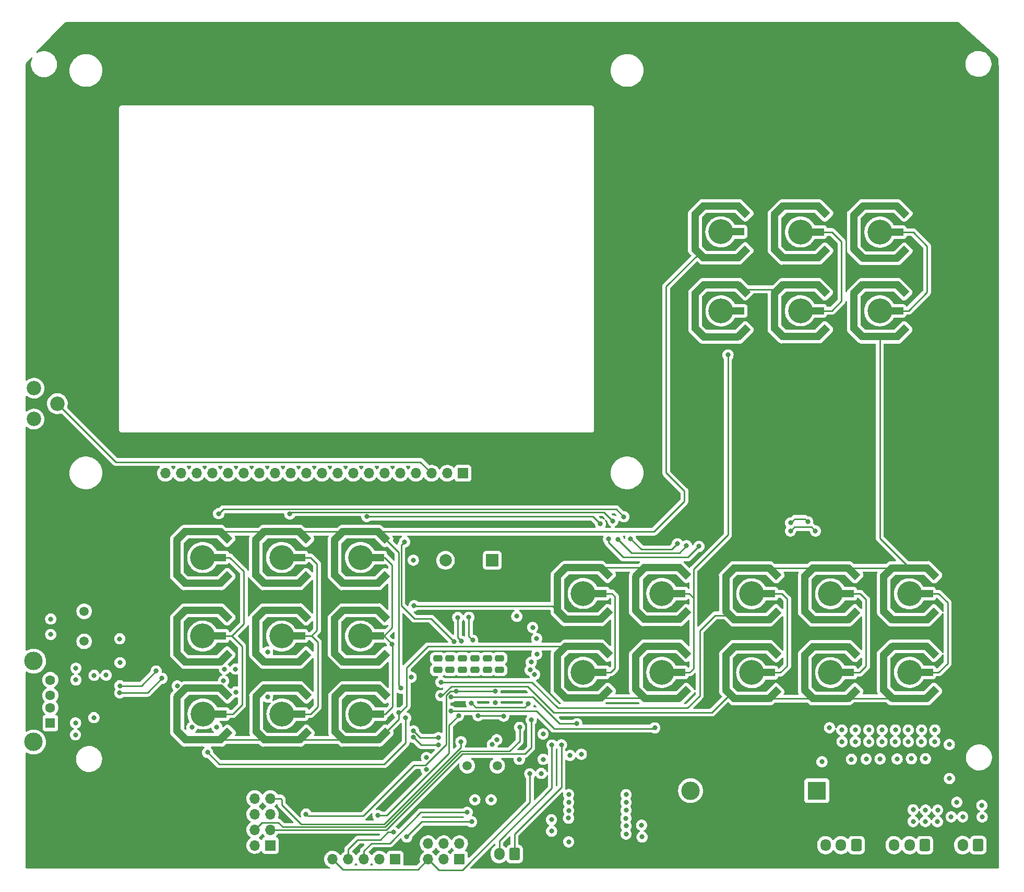
<source format=gtl>
%TF.GenerationSoftware,KiCad,Pcbnew,(6.0.0)*%
%TF.CreationDate,2022-05-25T11:52:23+05:30*%
%TF.ProjectId,Motion_Control_HMI,4d6f7469-6f6e-45f4-936f-6e74726f6c5f,rev?*%
%TF.SameCoordinates,Original*%
%TF.FileFunction,Copper,L1,Top*%
%TF.FilePolarity,Positive*%
%FSLAX46Y46*%
G04 Gerber Fmt 4.6, Leading zero omitted, Abs format (unit mm)*
G04 Created by KiCad (PCBNEW (6.0.0)) date 2022-05-25 11:52:23*
%MOMM*%
%LPD*%
G01*
G04 APERTURE LIST*
G04 Aperture macros list*
%AMRoundRect*
0 Rectangle with rounded corners*
0 $1 Rounding radius*
0 $2 $3 $4 $5 $6 $7 $8 $9 X,Y pos of 4 corners*
0 Add a 4 corners polygon primitive as box body*
4,1,4,$2,$3,$4,$5,$6,$7,$8,$9,$2,$3,0*
0 Add four circle primitives for the rounded corners*
1,1,$1+$1,$2,$3*
1,1,$1+$1,$4,$5*
1,1,$1+$1,$6,$7*
1,1,$1+$1,$8,$9*
0 Add four rect primitives between the rounded corners*
20,1,$1+$1,$2,$3,$4,$5,0*
20,1,$1+$1,$4,$5,$6,$7,0*
20,1,$1+$1,$6,$7,$8,$9,0*
20,1,$1+$1,$8,$9,$2,$3,0*%
%AMFreePoly0*
4,1,5,1.250000,-0.600001,-1.250000,-0.600001,-1.250000,0.600001,1.250000,0.600001,1.250000,-0.600001,1.250000,-0.600001,$1*%
%AMFreePoly1*
4,1,46,0.312869,1.975377,0.588081,1.911585,0.851560,1.809654,1.098046,1.671615,1.322624,1.500222,1.520812,1.298896,1.688656,1.071654,1.822807,0.823029,1.920587,0.557982,1.980047,0.281802,2.000001,0.000000,1.996053,-0.125581,1.958446,-0.405575,1.881762,-0.677476,1.767531,-0.935860,1.618034,-1.175571,1.436253,-1.391826,1.225813,-1.580310,0.990918,-1.737263,0.736249,-1.859553,
0.466891,-1.944740,0.188217,-1.991124,-0.094213,-1.997780,-0.374763,-1.964575,-0.647835,-1.892170,-0.907981,-1.782013,-1.150011,-1.636300,-1.369094,-1.457937,-1.560861,-1.250485,-1.721484,-1.018082,-1.847759,-0.765367,-1.937166,-0.497380,-1.987922,-0.219469,-1.999013,0.062822,-1.970219,0.343858,-1.902113,0.618034,-1.796055,0.879878,-1.654161,1.124168,-1.479262,1.346025,-1.274848,1.541026,
-1.044997,1.705281,-0.794296,1.835509,-0.527746,1.929115,-0.250666,1.984229,0.031415,1.999753,0.312869,1.975377,0.312869,1.975377,$1*%
G04 Aperture macros list end*
%TA.AperFunction,SMDPad,CuDef*%
%ADD10FreePoly0,225.000000*%
%TD*%
%TA.AperFunction,SMDPad,CuDef*%
%ADD11FreePoly0,135.000000*%
%TD*%
%TA.AperFunction,SMDPad,CuDef*%
%ADD12FreePoly0,45.000000*%
%TD*%
%TA.AperFunction,SMDPad,CuDef*%
%ADD13R,6.000000X1.200000*%
%TD*%
%TA.AperFunction,SMDPad,CuDef*%
%ADD14R,1.200000X6.000000*%
%TD*%
%TA.AperFunction,SMDPad,CuDef*%
%ADD15FreePoly0,0.000000*%
%TD*%
%TA.AperFunction,SMDPad,CuDef*%
%ADD16FreePoly1,225.000000*%
%TD*%
%TA.AperFunction,SMDPad,CuDef*%
%ADD17RoundRect,0.250000X-0.475000X0.250000X-0.475000X-0.250000X0.475000X-0.250000X0.475000X0.250000X0*%
%TD*%
%TA.AperFunction,ComponentPad*%
%ADD18C,2.340000*%
%TD*%
%TA.AperFunction,ComponentPad*%
%ADD19R,1.500000X1.600000*%
%TD*%
%TA.AperFunction,ComponentPad*%
%ADD20C,1.600000*%
%TD*%
%TA.AperFunction,ComponentPad*%
%ADD21C,3.000000*%
%TD*%
%TA.AperFunction,ComponentPad*%
%ADD22R,1.700000X1.700000*%
%TD*%
%TA.AperFunction,ComponentPad*%
%ADD23O,1.700000X1.700000*%
%TD*%
%TA.AperFunction,ComponentPad*%
%ADD24R,3.000000X3.000000*%
%TD*%
%TA.AperFunction,ComponentPad*%
%ADD25RoundRect,0.250000X0.600000X0.750000X-0.600000X0.750000X-0.600000X-0.750000X0.600000X-0.750000X0*%
%TD*%
%TA.AperFunction,ComponentPad*%
%ADD26O,1.700000X2.000000*%
%TD*%
%TA.AperFunction,ComponentPad*%
%ADD27RoundRect,0.250000X0.600000X0.725000X-0.600000X0.725000X-0.600000X-0.725000X0.600000X-0.725000X0*%
%TD*%
%TA.AperFunction,ComponentPad*%
%ADD28O,1.700000X1.950000*%
%TD*%
%TA.AperFunction,ComponentPad*%
%ADD29R,2.000000X2.000000*%
%TD*%
%TA.AperFunction,ComponentPad*%
%ADD30C,2.000000*%
%TD*%
%TA.AperFunction,ComponentPad*%
%ADD31C,1.500000*%
%TD*%
%TA.AperFunction,ViaPad*%
%ADD32C,0.800000*%
%TD*%
%TA.AperFunction,Conductor*%
%ADD33C,0.250000*%
%TD*%
G04 APERTURE END LIST*
D10*
%TO.P,SW8,1,1*%
%TO.N,Row4*%
X92704800Y-140660000D03*
D11*
X85704800Y-140660000D03*
D12*
X85704800Y-133660000D03*
D13*
X89204800Y-132960000D03*
X89204800Y-141360000D03*
D14*
X85004800Y-137160000D03*
D11*
X92704800Y-133660000D03*
D15*
%TO.P,SW8,2,2*%
%TO.N,Col2*%
X91744800Y-137160000D03*
D16*
X89204800Y-137160000D03*
%TD*%
D17*
%TO.P,C23,1*%
%TO.N,5v*%
X131292600Y-128122600D03*
%TO.P,C23,2*%
%TO.N,GND*%
X131292600Y-130022600D03*
%TD*%
D14*
%TO.P,SW24,1,1*%
%TO.N,Row1*%
X174006400Y-130454400D03*
D11*
X174706400Y-133954400D03*
D13*
X178206400Y-134654400D03*
D12*
X174706400Y-126954400D03*
D11*
X181706400Y-126954400D03*
D10*
X181706400Y-133954400D03*
D13*
X178206400Y-126254400D03*
D16*
%TO.P,SW24,2,2*%
%TO.N,Col4*%
X178206400Y-130454400D03*
D15*
X180746400Y-130454400D03*
%TD*%
D17*
%TO.P,C21,1*%
%TO.N,5v*%
X133299200Y-128122600D03*
%TO.P,C21,2*%
%TO.N,GND*%
X133299200Y-130022600D03*
%TD*%
D14*
%TO.P,SW12,1,1*%
%TO.N,Row0*%
X174006400Y-117652800D03*
D12*
X174706400Y-114152800D03*
D11*
X174706400Y-121152800D03*
X181706400Y-114152800D03*
D13*
X178206400Y-113452800D03*
D10*
X181706400Y-121152800D03*
D13*
X178206400Y-121852800D03*
D15*
%TO.P,SW12,2,2*%
%TO.N,Col4*%
X180746400Y-117652800D03*
D16*
X178206400Y-117652800D03*
%TD*%
D12*
%TO.P,SW15,1,1*%
%TO.N,Row3*%
X160126800Y-114102000D03*
D13*
X163626800Y-113402000D03*
D10*
X167126800Y-121102000D03*
D13*
X163626800Y-121802000D03*
D11*
X167126800Y-114102000D03*
X160126800Y-121102000D03*
D14*
X159426800Y-117602000D03*
D16*
%TO.P,SW15,2,2*%
%TO.N,Col1*%
X163626800Y-117602000D03*
D15*
X166166800Y-117602000D03*
%TD*%
D14*
%TO.P,SW25,1,1*%
%TO.N,Row3*%
X97755600Y-124510800D03*
D13*
X101955600Y-128710800D03*
D12*
X98455600Y-121010800D03*
D11*
X98455600Y-128010800D03*
D10*
X105455600Y-128010800D03*
D11*
X105455600Y-121010800D03*
D13*
X101955600Y-120310800D03*
D15*
%TO.P,SW25,2,2*%
%TO.N,Col3*%
X104495600Y-124510800D03*
D16*
X101955600Y-124510800D03*
%TD*%
D18*
%TO.P,RV3,1,1*%
%TO.N,5v*%
X61777800Y-84291400D03*
%TO.P,RV3,2,2*%
%TO.N,VO*%
X65577800Y-86791400D03*
%TO.P,RV3,3,3*%
%TO.N,GND*%
X61777800Y-89291400D03*
%TD*%
D14*
%TO.P,SW6,1,1*%
%TO.N,Row0*%
X194778400Y-71724400D03*
D11*
X202478400Y-68224400D03*
D12*
X195478400Y-68224400D03*
D13*
X198978400Y-75924400D03*
D10*
X202478400Y-75224400D03*
D11*
X195478400Y-75224400D03*
D13*
X198978400Y-67524400D03*
D16*
%TO.P,SW6,2,2*%
%TO.N,Col1*%
X198978400Y-71724400D03*
D15*
X201518400Y-71724400D03*
%TD*%
D13*
%TO.P,SW16,1,1*%
%TO.N,Row2*%
X199009000Y-54753400D03*
D11*
X202509000Y-55453400D03*
D10*
X202509000Y-62453400D03*
D13*
X199009000Y-63153400D03*
D12*
X195509000Y-55453400D03*
D11*
X195509000Y-62453400D03*
D14*
X194809000Y-58953400D03*
D16*
%TO.P,SW16,2,2*%
%TO.N,Col1*%
X199009000Y-58953400D03*
D15*
X201549000Y-58953400D03*
%TD*%
D17*
%TO.P,C20,1*%
%TO.N,AREF*%
X135305800Y-128117600D03*
%TO.P,C20,2*%
%TO.N,GND*%
X135305800Y-130017600D03*
%TD*%
D12*
%TO.P,SW14,1,1*%
%TO.N,Row2*%
X98455600Y-108260000D03*
D11*
X105455600Y-108260000D03*
D14*
X97755600Y-111760000D03*
D13*
X101955600Y-115960000D03*
D10*
X105455600Y-115260000D03*
D13*
X101955600Y-107560000D03*
D11*
X98455600Y-115260000D03*
D16*
%TO.P,SW14,2,2*%
%TO.N,Col3*%
X101955600Y-111760000D03*
D15*
X104495600Y-111760000D03*
%TD*%
D10*
%TO.P,SW13,1,1*%
%TO.N,Row2*%
X118257200Y-115260000D03*
D11*
X111257200Y-115260000D03*
D13*
X114757200Y-107560000D03*
D14*
X110557200Y-111760000D03*
D13*
X114757200Y-115960000D03*
D11*
X118257200Y-108260000D03*
D12*
X111257200Y-108260000D03*
D15*
%TO.P,SW13,2,2*%
%TO.N,Col4*%
X117297200Y-111760000D03*
D16*
X114757200Y-111760000D03*
%TD*%
D13*
%TO.P,SW5,1,1*%
%TO.N,Row3*%
X89154000Y-120310800D03*
D14*
X84954000Y-124510800D03*
D11*
X92654000Y-121010800D03*
D13*
X89154000Y-128710800D03*
D12*
X85654000Y-121010800D03*
D10*
X92654000Y-128010800D03*
D11*
X85654000Y-128010800D03*
D16*
%TO.P,SW5,2,2*%
%TO.N,Col2*%
X89154000Y-124510800D03*
D15*
X91694000Y-124510800D03*
%TD*%
D11*
%TO.P,SW21,1,1*%
%TO.N,Row1*%
X194508000Y-126938000D03*
D14*
X186808000Y-130438000D03*
D13*
X191008000Y-134638000D03*
D12*
X187508000Y-126938000D03*
D11*
X187508000Y-133938000D03*
D13*
X191008000Y-126238000D03*
D10*
X194508000Y-133938000D03*
D15*
%TO.P,SW21,2,2*%
%TO.N,Col2*%
X193548000Y-130438000D03*
D16*
X191008000Y-130438000D03*
%TD*%
D12*
%TO.P,SW3,1,1*%
%TO.N,Row2*%
X85654000Y-108260000D03*
D10*
X92654000Y-115260000D03*
D13*
X89154000Y-115960000D03*
D14*
X84954000Y-111760000D03*
D13*
X89154000Y-107560000D03*
D11*
X92654000Y-108260000D03*
X85654000Y-115260000D03*
D15*
%TO.P,SW3,2,2*%
%TO.N,Col2*%
X91694000Y-111760000D03*
D16*
X89154000Y-111760000D03*
%TD*%
D11*
%TO.P,SW7,1,1*%
%TO.N,Row1*%
X176728000Y-68229600D03*
D14*
X169028000Y-71729600D03*
D10*
X176728000Y-75229600D03*
D13*
X173228000Y-75929600D03*
X173228000Y-67529600D03*
D12*
X169728000Y-68229600D03*
D11*
X169728000Y-75229600D03*
D16*
%TO.P,SW7,2,2*%
%TO.N,Col1*%
X173228000Y-71729600D03*
D15*
X175768000Y-71729600D03*
%TD*%
D11*
%TO.P,SW10,1,1*%
%TO.N,Row3*%
X111252000Y-128005600D03*
D14*
X110552000Y-124505600D03*
D11*
X118252000Y-121005600D03*
D13*
X114752000Y-120305600D03*
D12*
X111252000Y-121005600D03*
D10*
X118252000Y-128005600D03*
D13*
X114752000Y-128705600D03*
D16*
%TO.P,SW10,2,2*%
%TO.N,Col4*%
X114752000Y-124505600D03*
D15*
X117292000Y-124505600D03*
%TD*%
D14*
%TO.P,SW19,1,1*%
%TO.N,Row4*%
X97806400Y-137160000D03*
D11*
X105506400Y-133660000D03*
D10*
X105506400Y-140660000D03*
D11*
X98506400Y-140660000D03*
D12*
X98506400Y-133660000D03*
D13*
X102006400Y-141360000D03*
X102006400Y-132960000D03*
D16*
%TO.P,SW19,2,2*%
%TO.N,Col3*%
X102006400Y-137160000D03*
D15*
X104546400Y-137160000D03*
%TD*%
D12*
%TO.P,SW4,1,1*%
%TO.N,Row3*%
X147376000Y-114102000D03*
D13*
X150876000Y-113402000D03*
D14*
X146676000Y-117602000D03*
D11*
X147376000Y-121102000D03*
X154376000Y-114102000D03*
D13*
X150876000Y-121802000D03*
D10*
X154376000Y-121102000D03*
D16*
%TO.P,SW4,2,2*%
%TO.N,Col0*%
X150876000Y-117602000D03*
D15*
X153416000Y-117602000D03*
%TD*%
D13*
%TO.P,SW20,1,1*%
%TO.N,Row4*%
X163626800Y-126203600D03*
X163626800Y-134603600D03*
D10*
X167126800Y-133903600D03*
D14*
X159426800Y-130403600D03*
D12*
X160126800Y-126903600D03*
D11*
X160126800Y-133903600D03*
X167126800Y-126903600D03*
D16*
%TO.P,SW20,2,2*%
%TO.N,Col1*%
X163626800Y-130403600D03*
D15*
X166166800Y-130403600D03*
%TD*%
D17*
%TO.P,C25,1*%
%TO.N,5v*%
X129286000Y-128117600D03*
%TO.P,C25,2*%
%TO.N,GND*%
X129286000Y-130017600D03*
%TD*%
D11*
%TO.P,SW17,1,1*%
%TO.N,Row0*%
X187508000Y-121152800D03*
D14*
X186808000Y-117652800D03*
D12*
X187508000Y-114152800D03*
D13*
X191008000Y-113452800D03*
D10*
X194508000Y-121152800D03*
D11*
X194508000Y-114152800D03*
D13*
X191008000Y-121852800D03*
D15*
%TO.P,SW17,2,2*%
%TO.N,Col2*%
X193548000Y-117652800D03*
D16*
X191008000Y-117652800D03*
%TD*%
D17*
%TO.P,C26,1*%
%TO.N,5v*%
X127279400Y-128117600D03*
%TO.P,C26,2*%
%TO.N,GND*%
X127279400Y-130017600D03*
%TD*%
D12*
%TO.P,SW23,1,1*%
%TO.N,Row1*%
X200309600Y-126903600D03*
D11*
X200309600Y-133903600D03*
D14*
X199609600Y-130403600D03*
D13*
X203809600Y-126203600D03*
D10*
X207309600Y-133903600D03*
D13*
X203809600Y-134603600D03*
D11*
X207309600Y-126903600D03*
D16*
%TO.P,SW23,2,2*%
%TO.N,Col3*%
X203809600Y-130403600D03*
D15*
X206349600Y-130403600D03*
%TD*%
D11*
%TO.P,SW18,1,1*%
%TO.N,Row4*%
X118308000Y-133665200D03*
D13*
X114808000Y-141365200D03*
D10*
X118308000Y-140665200D03*
D11*
X111308000Y-140665200D03*
D14*
X110608000Y-137165200D03*
D12*
X111308000Y-133665200D03*
D13*
X114808000Y-132965200D03*
D16*
%TO.P,SW18,2,2*%
%TO.N,Col4*%
X114808000Y-137165200D03*
D15*
X117348000Y-137165200D03*
%TD*%
D10*
%TO.P,SW11,1,1*%
%TO.N,Row2*%
X176702600Y-62402600D03*
D12*
X169702600Y-55402600D03*
D11*
X169702600Y-62402600D03*
D13*
X173202600Y-54702600D03*
D14*
X169002600Y-58902600D03*
D13*
X173202600Y-63102600D03*
D11*
X176702600Y-55402600D03*
D16*
%TO.P,SW11,2,2*%
%TO.N,Col0*%
X173202600Y-58902600D03*
D15*
X175742600Y-58902600D03*
%TD*%
D14*
%TO.P,SW1,1,1*%
%TO.N,Row0*%
X181931200Y-58928000D03*
D12*
X182631200Y-55428000D03*
D10*
X189631200Y-62428000D03*
D13*
X186131200Y-63128000D03*
X186131200Y-54728000D03*
D11*
X189631200Y-55428000D03*
X182631200Y-62428000D03*
D15*
%TO.P,SW1,2,2*%
%TO.N,Col0*%
X188671200Y-58928000D03*
D16*
X186131200Y-58928000D03*
%TD*%
D12*
%TO.P,SW2,1,1*%
%TO.N,Row1*%
X182605800Y-68213200D03*
D13*
X186105800Y-75913200D03*
D11*
X182605800Y-75213200D03*
D14*
X181905800Y-71713200D03*
D10*
X189605800Y-75213200D03*
D11*
X189605800Y-68213200D03*
D13*
X186105800Y-67513200D03*
D15*
%TO.P,SW2,2,2*%
%TO.N,Col0*%
X188645800Y-71713200D03*
D16*
X186105800Y-71713200D03*
%TD*%
D14*
%TO.P,SW9,1,1*%
%TO.N,Row4*%
X146676000Y-130387200D03*
D12*
X147376000Y-126887200D03*
D10*
X154376000Y-133887200D03*
D13*
X150876000Y-134587200D03*
D11*
X147376000Y-133887200D03*
X154376000Y-126887200D03*
D13*
X150876000Y-126187200D03*
D15*
%TO.P,SW9,2,2*%
%TO.N,Col0*%
X153416000Y-130387200D03*
D16*
X150876000Y-130387200D03*
%TD*%
D17*
%TO.P,C27,1*%
%TO.N,AVCC*%
X137312400Y-128117600D03*
%TO.P,C27,2*%
%TO.N,GND*%
X137312400Y-130017600D03*
%TD*%
D11*
%TO.P,SW22,1,1*%
%TO.N,Row0*%
X207309600Y-114152800D03*
X200309600Y-121152800D03*
D12*
X200309600Y-114152800D03*
D13*
X203809600Y-121852800D03*
X203809600Y-113452800D03*
D10*
X207309600Y-121152800D03*
D14*
X199609600Y-117652800D03*
D15*
%TO.P,SW22,2,2*%
%TO.N,Col3*%
X206349600Y-117652800D03*
D16*
X203809600Y-117652800D03*
%TD*%
D19*
%TO.P,J1,1,VBUS*%
%TO.N,5v*%
X64432000Y-138644800D03*
D20*
%TO.P,J1,2,D-*%
%TO.N,USB_D-*%
X64432000Y-136144800D03*
%TO.P,J1,3,D+*%
%TO.N,USB_D+*%
X64432000Y-134144800D03*
%TO.P,J1,4,GND*%
%TO.N,GND*%
X64432000Y-131644800D03*
D21*
%TO.P,J1,5,Shield*%
%TO.N,Net-(J1-Pad5)*%
X61722000Y-141714800D03*
X61722000Y-128574800D03*
%TD*%
D22*
%TO.P,J4,1,Pin_1*%
%TO.N,GND*%
X120370600Y-160731200D03*
D23*
%TO.P,J4,2,Pin_2*%
%TO.N,5v*%
X117830600Y-160731200D03*
%TO.P,J4,3,Pin_3*%
%TO.N,TXD*%
X115290600Y-160731200D03*
%TO.P,J4,4,Pin_4*%
%TO.N,RXD*%
X112750600Y-160731200D03*
%TO.P,J4,5,Pin_5*%
%TO.N,RST*%
X110210600Y-160731200D03*
%TD*%
D24*
%TO.P,BT1,1,+*%
%TO.N,BAT*%
X188772800Y-149606000D03*
D21*
%TO.P,BT1,2,-*%
%TO.N,GND*%
X168282800Y-149606000D03*
%TD*%
D25*
%TO.P,J7,1,Pin_1*%
%TO.N,RXD_2*%
X139750800Y-159893000D03*
D26*
%TO.P,J7,2,Pin_2*%
%TO.N,TXD_2*%
X137250800Y-159893000D03*
%TD*%
D27*
%TO.P,RV1,1,1*%
%TO.N,5v*%
X195195200Y-158445200D03*
D28*
%TO.P,RV1,2,2*%
%TO.N,Pot_1*%
X192695200Y-158445200D03*
%TO.P,RV1,3,3*%
%TO.N,GND*%
X190195200Y-158445200D03*
%TD*%
D29*
%TO.P,BZ1,1,-*%
%TO.N,BUZZER*%
X136134000Y-112217200D03*
D30*
%TO.P,BZ1,2,+*%
%TO.N,Net-(BZ1-Pad2)*%
X128534000Y-112217200D03*
%TD*%
D31*
%TO.P,Y1,1,1*%
%TO.N,XI*%
X69926200Y-125374400D03*
%TO.P,Y1,2,2*%
%TO.N,XO*%
X69926200Y-120494400D03*
%TD*%
D25*
%TO.P,J6,1,Pin_1*%
%TO.N,12V*%
X214934800Y-158445200D03*
D26*
%TO.P,J6,2,Pin_2*%
%TO.N,GND*%
X212434800Y-158445200D03*
%TD*%
D22*
%TO.P,J2,1,Pin_1*%
%TO.N,GND*%
X100126800Y-158496000D03*
D23*
%TO.P,J2,2,Pin_2*%
%TO.N,3.3V_OUT*%
X97586800Y-158496000D03*
%TO.P,J2,3,Pin_3*%
%TO.N,CE*%
X100126800Y-155956000D03*
%TO.P,J2,4,Pin_4*%
%TO.N,CSN*%
X97586800Y-155956000D03*
%TO.P,J2,5,Pin_5*%
%TO.N,SCK*%
X100126800Y-153416000D03*
%TO.P,J2,6,Pin_6*%
%TO.N,MOSI*%
X97586800Y-153416000D03*
%TO.P,J2,7,Pin_7*%
%TO.N,MISO*%
X100126800Y-150876000D03*
%TO.P,J2,8,Pin_8*%
%TO.N,unconnected-(J2-Pad8)*%
X97586800Y-150876000D03*
%TD*%
D22*
%TO.P,J3,1,MISO*%
%TO.N,MISO*%
X130810000Y-160756600D03*
D23*
%TO.P,J3,2,VCC*%
%TO.N,5v*%
X130810000Y-158216600D03*
%TO.P,J3,3,SCK*%
%TO.N,SCK*%
X128270000Y-160756600D03*
%TO.P,J3,4,MOSI*%
%TO.N,MOSI*%
X128270000Y-158216600D03*
%TO.P,J3,5,~{RST}*%
%TO.N,RST*%
X125730000Y-160756600D03*
%TO.P,J3,6,GND*%
%TO.N,GND*%
X125730000Y-158216600D03*
%TD*%
D27*
%TO.P,RV2,1,1*%
%TO.N,5v*%
X206298800Y-158445200D03*
D28*
%TO.P,RV2,2,2*%
%TO.N,Pot_2*%
X203798800Y-158445200D03*
%TO.P,RV2,3,3*%
%TO.N,GND*%
X201298800Y-158445200D03*
%TD*%
D31*
%TO.P,Y2,1,1*%
%TO.N,XTAL_1*%
X132051400Y-145567400D03*
%TO.P,Y2,2,2*%
%TO.N,XTAL_2*%
X136931400Y-145567400D03*
%TD*%
D22*
%TO.P,J5,1,Pin_1*%
%TO.N,GND*%
X131368800Y-98094800D03*
D23*
%TO.P,J5,2,Pin_2*%
%TO.N,5v*%
X128828800Y-98094800D03*
%TO.P,J5,3,Pin_3*%
%TO.N,VO*%
X126288800Y-98094800D03*
%TO.P,J5,4,Pin_4*%
%TO.N,RS*%
X123748800Y-98094800D03*
%TO.P,J5,5,Pin_5*%
%TO.N,MOSI*%
X121208800Y-98094800D03*
%TO.P,J5,6,Pin_6*%
%TO.N,SCK*%
X118668800Y-98094800D03*
%TO.P,J5,7,Pin_7*%
%TO.N,unconnected-(J5-Pad7)*%
X116128800Y-98094800D03*
%TO.P,J5,8,Pin_8*%
%TO.N,unconnected-(J5-Pad8)*%
X113588800Y-98094800D03*
%TO.P,J5,9,Pin_9*%
%TO.N,unconnected-(J5-Pad9)*%
X111048800Y-98094800D03*
%TO.P,J5,10,Pin_10*%
%TO.N,unconnected-(J5-Pad10)*%
X108508800Y-98094800D03*
%TO.P,J5,11,Pin_11*%
%TO.N,unconnected-(J5-Pad11)*%
X105968800Y-98094800D03*
%TO.P,J5,12,Pin_12*%
%TO.N,unconnected-(J5-Pad12)*%
X103428800Y-98094800D03*
%TO.P,J5,13,Pin_13*%
%TO.N,unconnected-(J5-Pad13)*%
X100888800Y-98094800D03*
%TO.P,J5,14,Pin_14*%
%TO.N,unconnected-(J5-Pad14)*%
X98348800Y-98094800D03*
%TO.P,J5,15,Pin_15*%
%TO.N,GND*%
X95808800Y-98094800D03*
%TO.P,J5,16,Pin_16*%
%TO.N,unconnected-(J5-Pad16)*%
X93268800Y-98094800D03*
%TO.P,J5,17,Pin_17*%
%TO.N,unconnected-(J5-Pad17)*%
X90728800Y-98094800D03*
%TO.P,J5,18,Pin_18*%
%TO.N,unconnected-(J5-Pad18)*%
X88188800Y-98094800D03*
%TO.P,J5,19,Pin_19*%
%TO.N,3.3V_OUT*%
X85648800Y-98094800D03*
%TO.P,J5,20,Pin_20*%
%TO.N,GND*%
X83108800Y-98094800D03*
%TD*%
D32*
%TO.N,BAT*%
X160426400Y-157124400D03*
X157835600Y-156641800D03*
%TO.N,BUZZER*%
X142671800Y-123113800D03*
%TO.N,12V_IN*%
X204393800Y-152704800D03*
X207899000Y-141655800D03*
X205740000Y-141655800D03*
X206400400Y-152755600D03*
X206400400Y-144424400D03*
%TO.N,Net-(C13-Pad1)*%
X210566000Y-153847800D03*
X208330800Y-154635200D03*
X206375000Y-154609800D03*
%TO.N,RST*%
X142214600Y-146859000D03*
%TO.N,AREF*%
X135280400Y-128117600D03*
%TO.N,AVCC*%
X137287000Y-128117600D03*
%TO.N,12V*%
X215595200Y-153873200D03*
%TO.N,Net-(F1-Pad2)*%
X215544400Y-151993600D03*
X211480400Y-151485600D03*
%TO.N,Net-(J1-Pad5)*%
X68580000Y-129743200D03*
%TO.N,CE*%
X142443200Y-138125200D03*
%TO.N,CSN*%
X140563600Y-139344400D03*
%TO.N,SCK*%
X105918000Y-153416000D03*
X136575800Y-133477000D03*
X130251200Y-133477000D03*
X129921000Y-125425200D03*
X121894600Y-109220000D03*
%TO.N,MOSI*%
X130530600Y-121488200D03*
X132727700Y-135369300D03*
X117576600Y-153619200D03*
X141960600Y-135534400D03*
X130657600Y-137439400D03*
X131140200Y-125374400D03*
%TO.N,MISO*%
X136575800Y-135305800D03*
X131038600Y-141655800D03*
%TO.N,TXD*%
X148742400Y-143891000D03*
X143357600Y-127457200D03*
X132054600Y-153111200D03*
%TO.N,RXD*%
X120065800Y-156362400D03*
X150571811Y-143688411D03*
X132765800Y-154660600D03*
X143332200Y-124917200D03*
X122250200Y-157124400D03*
%TO.N,RS*%
X133832600Y-137439400D03*
X132943600Y-125196600D03*
X132334000Y-121462800D03*
X137972800Y-137515600D03*
%TO.N,HV_TXD_1*%
X123342400Y-139903200D03*
X127381000Y-140995400D03*
%TO.N,HV_RXD_1*%
X123291600Y-140919200D03*
X127381000Y-142189200D03*
%TO.N,Row0*%
X189585600Y-62255400D03*
X127812800Y-132003800D03*
X195554600Y-68224400D03*
%TO.N,Col0*%
X186283600Y-58944400D03*
X150876000Y-130387200D03*
X173304200Y-58902600D03*
X149847300Y-138747500D03*
X129413000Y-134416800D03*
X150876000Y-117602000D03*
X186156600Y-72923400D03*
%TO.N,Row1*%
X186105800Y-75895200D03*
X127762000Y-134162800D03*
X190931800Y-126161800D03*
%TO.N,Row2*%
X121310400Y-132969000D03*
X194767200Y-59055000D03*
X176834800Y-62382400D03*
%TO.N,Row3*%
X111277400Y-120904000D03*
X123444000Y-119583200D03*
X105841800Y-121412000D03*
X118338600Y-128016000D03*
X93091000Y-121488200D03*
X98475800Y-121081800D03*
%TO.N,Row4*%
X120954800Y-136956800D03*
%TO.N,Col1*%
X162483800Y-139420600D03*
X198983600Y-71856600D03*
X163626800Y-130403600D03*
X174371000Y-78892400D03*
X173355000Y-71805800D03*
X129387600Y-136702800D03*
%TO.N,Col2*%
X91744800Y-104648000D03*
X89204800Y-111709200D03*
X89941400Y-143408400D03*
X191008000Y-117652800D03*
X166166800Y-109524800D03*
X89230200Y-137185400D03*
X187299600Y-105968800D03*
X122085100Y-137807700D03*
X184531000Y-106146600D03*
X157454600Y-105156000D03*
X158572200Y-108712000D03*
%TO.N,Col3*%
X102006400Y-137160000D03*
X184505600Y-107467400D03*
X101955600Y-111760000D03*
X155702000Y-105841800D03*
X188556900Y-107454700D03*
X167640000Y-109855000D03*
X103276400Y-104698800D03*
X203809600Y-117652800D03*
X156514800Y-108788200D03*
%TO.N,Col4*%
X178206400Y-117652800D03*
X153670000Y-106324400D03*
X114757200Y-111760000D03*
X154965400Y-108737400D03*
X119884668Y-125879068D03*
X169646600Y-109956600D03*
X115747800Y-105105200D03*
%TO.N,TXD_2*%
X143002000Y-130759200D03*
X145796000Y-142214600D03*
%TO.N,RXD_2*%
X147345400Y-142163800D03*
X142265400Y-130022600D03*
%TO.N,GND*%
X201523600Y-139750800D03*
X201803000Y-144449800D03*
X160350200Y-155219400D03*
X148513800Y-151511000D03*
X205765400Y-139750800D03*
X157835600Y-151536400D03*
X75692000Y-124968000D03*
X210286600Y-147624800D03*
X148513800Y-152831800D03*
X129286000Y-130022600D03*
X127279400Y-130022600D03*
X71526400Y-130886200D03*
X157835600Y-150266400D03*
X190830200Y-139395200D03*
X194386200Y-144526000D03*
X136131300Y-142100300D03*
X131292600Y-130022600D03*
X208381600Y-152755600D03*
X133273800Y-130022600D03*
X137312400Y-130022600D03*
X157810200Y-154101800D03*
X144373600Y-144526000D03*
X133299200Y-151079200D03*
X68503800Y-140538200D03*
X64490600Y-121742200D03*
X197205600Y-139750800D03*
X195021200Y-139750800D03*
X212445600Y-153847800D03*
X204393800Y-154609800D03*
X203606400Y-139750800D03*
X192836800Y-139750800D03*
X157835600Y-155346400D03*
X145719800Y-154330400D03*
X135940800Y-151079200D03*
X123317000Y-112191800D03*
X157835600Y-152806400D03*
X148513800Y-150241000D03*
X68580000Y-131622800D03*
X135305800Y-130022600D03*
X144373600Y-140411200D03*
X199364600Y-139750800D03*
X207924400Y-139750800D03*
X85013800Y-132613400D03*
X64490600Y-124256800D03*
X148488400Y-154076400D03*
X140512800Y-144526000D03*
%TO.N,LV_TXD_1*%
X81597500Y-130187700D03*
X75717400Y-132588000D03*
%TO.N,5v*%
X131318000Y-128117600D03*
X99669600Y-134416800D03*
X204114400Y-144424400D03*
X125425200Y-146177000D03*
X99669600Y-127101600D03*
X133299200Y-128117600D03*
X122961400Y-131191000D03*
X201498200Y-141655800D03*
X210261200Y-142113000D03*
X136855200Y-141325600D03*
X199339200Y-141655800D03*
X129311400Y-128117600D03*
X125450600Y-144221200D03*
X199034400Y-144449800D03*
X145745200Y-156184600D03*
X142443200Y-128752600D03*
X140106400Y-121310400D03*
X148513800Y-157911800D03*
X203606400Y-141655800D03*
X144068800Y-146812000D03*
X127304800Y-128117600D03*
X197205600Y-141655800D03*
X68529200Y-138607800D03*
%TO.N,3.3V_OUT*%
X87401400Y-139319000D03*
X94513400Y-133604000D03*
X92684600Y-129870200D03*
X189611000Y-144907000D03*
X94462600Y-129870200D03*
X71501000Y-137744200D03*
X91440000Y-139268200D03*
X195021200Y-141655800D03*
X196773800Y-144475200D03*
X192862200Y-141655800D03*
X75742800Y-128828800D03*
X73482200Y-130860800D03*
X92532200Y-131800600D03*
%TO.N,TXD_1*%
X82550000Y-131368800D03*
X75692000Y-133731000D03*
%TD*%
D33*
%TO.N,RST*%
X142214600Y-151536400D02*
X131267200Y-162483800D01*
X127457200Y-162483800D02*
X125730000Y-160756600D01*
X142214600Y-146859000D02*
X142214600Y-151536400D01*
X131267200Y-162483800D02*
X127457200Y-162483800D01*
X110210600Y-160731200D02*
X111887000Y-162407600D01*
X124079000Y-162407600D02*
X125730000Y-160756600D01*
X111887000Y-162407600D02*
X124079000Y-162407600D01*
%TO.N,CE*%
X141401800Y-143662400D02*
X131241800Y-143662400D01*
X142443200Y-142621000D02*
X141401800Y-143662400D01*
X131241800Y-143662400D02*
X118948200Y-155956000D01*
X118948200Y-155956000D02*
X100126800Y-155956000D01*
X142443200Y-138125200D02*
X142443200Y-142621000D01*
%TO.N,CSN*%
X138930320Y-143212880D02*
X131055602Y-143212880D01*
X102115680Y-155506480D02*
X101390689Y-154781489D01*
X140563600Y-139344400D02*
X140563600Y-141579600D01*
X98761311Y-154781489D02*
X97586800Y-155956000D01*
X101390689Y-154781489D02*
X98761311Y-154781489D01*
X118762002Y-155506480D02*
X102115680Y-155506480D01*
X140563600Y-141579600D02*
X138930320Y-143212880D01*
X131055602Y-143212880D02*
X118762002Y-155506480D01*
%TO.N,SCK*%
X128663089Y-134142097D02*
X128663089Y-142100911D01*
X130251200Y-133477000D02*
X129328186Y-133477000D01*
X136575800Y-133477000D02*
X130251200Y-133477000D01*
X123499209Y-121691400D02*
X121365609Y-119557800D01*
X121365609Y-109748991D02*
X121894600Y-109220000D01*
X125311511Y-145452489D02*
X123431911Y-145452489D01*
X123431911Y-145452489D02*
X115163600Y-153720800D01*
X106222800Y-153720800D02*
X105918000Y-153416000D01*
X121365609Y-119557800D02*
X121365609Y-109748991D01*
X129921000Y-125425200D02*
X126187200Y-121691400D01*
X115163600Y-153720800D02*
X106222800Y-153720800D01*
X128663089Y-142100911D02*
X125311511Y-145452489D01*
X126187200Y-121691400D02*
X123499209Y-121691400D01*
X129328186Y-133477000D02*
X128663089Y-134142097D01*
%TO.N,MOSI*%
X129112609Y-138984391D02*
X129112609Y-143514205D01*
X119007614Y-153619200D02*
X117576600Y-153619200D01*
X129112609Y-143514205D02*
X119007614Y-153619200D01*
X141401800Y-136093200D02*
X141960600Y-135534400D01*
X130530600Y-121488200D02*
X130530600Y-124764800D01*
X133451600Y-136093200D02*
X141401800Y-136093200D01*
X130657600Y-137439400D02*
X129112609Y-138984391D01*
X132727700Y-135369300D02*
X133451600Y-136093200D01*
X130530600Y-124764800D02*
X131140200Y-125374400D01*
%TO.N,MISO*%
X131038600Y-142594164D02*
X118575804Y-155056960D01*
X101777800Y-150876000D02*
X100126800Y-150876000D01*
X101955600Y-151892000D02*
X101955600Y-151053800D01*
X118575804Y-155056960D02*
X105120560Y-155056960D01*
X105120560Y-155056960D02*
X101955600Y-151892000D01*
X101955600Y-151053800D02*
X101777800Y-150876000D01*
X131038600Y-141655800D02*
X131038600Y-142594164D01*
%TO.N,TXD*%
X116509800Y-158165800D02*
X115290600Y-159385000D01*
X115290600Y-159385000D02*
X115290600Y-160731200D01*
X132054600Y-153111200D02*
X124536200Y-153111200D01*
X124536200Y-153111200D02*
X119481600Y-158165800D01*
X119481600Y-158165800D02*
X116509800Y-158165800D01*
%TO.N,RXD*%
X132765800Y-154660600D02*
X124714000Y-154660600D01*
X114300000Y-157581600D02*
X112750600Y-159131000D01*
X117983000Y-157581600D02*
X114300000Y-157581600D01*
X119202200Y-156362400D02*
X117983000Y-157581600D01*
X112750600Y-159131000D02*
X112750600Y-160731200D01*
X120065800Y-156362400D02*
X119202200Y-156362400D01*
X124714000Y-154660600D02*
X122250200Y-157124400D01*
%TO.N,VO*%
X75052400Y-96266000D02*
X124460000Y-96266000D01*
X124460000Y-96266000D02*
X126288800Y-98094800D01*
X65577800Y-86791400D02*
X75052400Y-96266000D01*
%TO.N,RS*%
X133832600Y-137439400D02*
X137896600Y-137439400D01*
X137896600Y-137439400D02*
X137972800Y-137515600D01*
X132334000Y-124587000D02*
X132943600Y-125196600D01*
X132334000Y-121462800D02*
X132334000Y-124587000D01*
%TO.N,HV_TXD_1*%
X124434600Y-140995400D02*
X127381000Y-140995400D01*
X123342400Y-139903200D02*
X124434600Y-140995400D01*
%TO.N,HV_RXD_1*%
X123291600Y-140919200D02*
X124561600Y-142189200D01*
X124561600Y-142189200D02*
X127381000Y-142189200D01*
%TO.N,Row0*%
X167792400Y-136169400D02*
X169773600Y-134188200D01*
X178206400Y-113452800D02*
X191008000Y-113452800D01*
X202483600Y-68144400D02*
X202483600Y-68331200D01*
X142570200Y-132003800D02*
X146735800Y-136169400D01*
X198983600Y-76031200D02*
X198983600Y-108626800D01*
X169773600Y-123621800D02*
X172242600Y-121152800D01*
X127812800Y-132003800D02*
X142570200Y-132003800D01*
X191008000Y-113452800D02*
X203809600Y-113452800D01*
X198983600Y-108626800D02*
X203809600Y-113452800D01*
X172242600Y-121152800D02*
X174706400Y-121152800D01*
X169773600Y-134188200D02*
X169773600Y-123621800D01*
X146735800Y-136169400D02*
X167792400Y-136169400D01*
%TO.N,Col0*%
X191227600Y-58944400D02*
X192786000Y-60502800D01*
X142697200Y-134416800D02*
X147027900Y-138747500D01*
X155362800Y-130387200D02*
X150876000Y-130387200D01*
X186283600Y-58944400D02*
X191227600Y-58944400D01*
X192786000Y-60502800D02*
X192786000Y-70154800D01*
X155524200Y-117602000D02*
X156008668Y-118086468D01*
X192786000Y-70154800D02*
X191227600Y-71713200D01*
X147027900Y-138747500D02*
X149847300Y-138747500D01*
X156008668Y-129741332D02*
X155362800Y-130387200D01*
X191227600Y-71713200D02*
X186105800Y-71713200D01*
X129413000Y-134416800D02*
X142697200Y-134416800D01*
X156008668Y-118086468D02*
X156008668Y-129741332D01*
X150876000Y-117602000D02*
X155524200Y-117602000D01*
%TO.N,Row1*%
X178206400Y-134654400D02*
X190991600Y-134654400D01*
X127990600Y-134162800D02*
X129489200Y-132664200D01*
X141859000Y-132664200D02*
X146126200Y-136931400D01*
X129489200Y-132664200D02*
X141859000Y-132664200D01*
X127762000Y-134162800D02*
X127990600Y-134162800D01*
X176728000Y-68229600D02*
X182589400Y-68229600D01*
X191008000Y-134638000D02*
X203775200Y-134638000D01*
X171729400Y-136931400D02*
X174706400Y-133954400D01*
X182589400Y-68229600D02*
X182605800Y-68213200D01*
X190991600Y-134654400D02*
X191008000Y-134638000D01*
X146126200Y-136931400D02*
X171729400Y-136931400D01*
X203775200Y-134638000D02*
X203809600Y-134603600D01*
%TO.N,Row2*%
X169702600Y-62402600D02*
X164338000Y-67767200D01*
X101955600Y-107560000D02*
X114757200Y-107560000D01*
X120916089Y-110918889D02*
X118257200Y-108260000D01*
X164338000Y-98018600D02*
X167284400Y-100965000D01*
X120916089Y-132574689D02*
X120916089Y-110918889D01*
X162367613Y-107560000D02*
X114757200Y-107560000D01*
X121310400Y-132969000D02*
X120916089Y-132574689D01*
X164338000Y-67767200D02*
X164338000Y-98018600D01*
X89154000Y-107560000D02*
X101955600Y-107560000D01*
X167284400Y-100965000D02*
X167284400Y-102643213D01*
X167284400Y-102643213D02*
X162367613Y-107560000D01*
%TO.N,Row3*%
X145908000Y-119634000D02*
X147376000Y-121102000D01*
X145908000Y-119634000D02*
X123494800Y-119634000D01*
X123494800Y-119634000D02*
X123444000Y-119583200D01*
X150876000Y-113402000D02*
X163626800Y-113402000D01*
%TO.N,Row4*%
X114802800Y-141360000D02*
X114808000Y-141365200D01*
X120954800Y-138018400D02*
X120954800Y-136956800D01*
X150876000Y-126187200D02*
X125653800Y-126187200D01*
X125653800Y-126187200D02*
X122224800Y-129616200D01*
X122224800Y-129616200D02*
X122224800Y-135890000D01*
X122224800Y-135890000D02*
X121158000Y-136956800D01*
X102006400Y-141360000D02*
X114802800Y-141360000D01*
X118308000Y-140665200D02*
X120954800Y-138018400D01*
X150876000Y-134587200D02*
X163610400Y-134587200D01*
X89204800Y-141360000D02*
X102006400Y-141360000D01*
X121158000Y-136956800D02*
X120954800Y-136956800D01*
X163610400Y-134587200D02*
X163626800Y-134603600D01*
%TO.N,Col1*%
X174371000Y-108077000D02*
X168759468Y-113688532D01*
X146076011Y-139522811D02*
X162381589Y-139522811D01*
X168021000Y-117602000D02*
X168759468Y-118340468D01*
X168759468Y-129792132D02*
X168148000Y-130403600D01*
X206654400Y-68707000D02*
X203637000Y-71724400D01*
X168759468Y-118340468D02*
X168759468Y-129792132D01*
X199009000Y-58953400D02*
X204393800Y-58953400D01*
X206654400Y-61214000D02*
X206654400Y-68707000D01*
X163626800Y-117602000D02*
X168021000Y-117602000D01*
X129387600Y-136702800D02*
X143306800Y-136702800D01*
X146076011Y-139472011D02*
X146076011Y-139522811D01*
X168759468Y-113688532D02*
X168759468Y-118340468D01*
X162381589Y-139522811D02*
X162483800Y-139420600D01*
X174371000Y-78892400D02*
X174371000Y-108077000D01*
X203637000Y-71724400D02*
X198978400Y-71724400D01*
X168148000Y-130403600D02*
X163626800Y-130403600D01*
X143306800Y-136702800D02*
X146076011Y-139472011D01*
X204393800Y-58953400D02*
X206654400Y-61214000D01*
%TO.N,Col2*%
X91694000Y-111760000D02*
X93548200Y-111760000D01*
X122085100Y-137807700D02*
X122085100Y-141820900D01*
X94056200Y-137160000D02*
X91744800Y-137160000D01*
X95808800Y-114020600D02*
X95808800Y-122580400D01*
X122085100Y-141820900D02*
X118618000Y-145288000D01*
X93878400Y-124510800D02*
X91694000Y-124510800D01*
X158572200Y-108712000D02*
X160324800Y-110464600D01*
X93548200Y-111760000D02*
X95808800Y-114020600D01*
X196748400Y-118592600D02*
X196748400Y-129438400D01*
X185191400Y-105486200D02*
X186817000Y-105486200D01*
X195808600Y-117652800D02*
X196748400Y-118592600D01*
X92461631Y-103931169D02*
X156229769Y-103931169D01*
X160324800Y-110464600D02*
X165227000Y-110464600D01*
X196748400Y-129438400D02*
X195748800Y-130438000D01*
X186817000Y-105486200D02*
X187299600Y-105968800D01*
X93878400Y-124510800D02*
X95529400Y-126161800D01*
X95529400Y-126161800D02*
X95529400Y-135686800D01*
X91821000Y-145288000D02*
X89941400Y-143408400D01*
X91744800Y-104648000D02*
X92461631Y-103931169D01*
X95529400Y-135686800D02*
X94056200Y-137160000D01*
X184531000Y-106146600D02*
X185191400Y-105486200D01*
X118618000Y-145288000D02*
X91821000Y-145288000D01*
X191008000Y-117652800D02*
X195808600Y-117652800D01*
X156229769Y-103931169D02*
X157454600Y-105156000D01*
X95808800Y-122580400D02*
X93878400Y-124510800D01*
X165227000Y-110464600D02*
X166166800Y-109524800D01*
X195748800Y-130438000D02*
X191008000Y-130438000D01*
%TO.N,Col3*%
X106654600Y-137160000D02*
X102006400Y-137160000D01*
X166471600Y-111023400D02*
X167640000Y-109855000D01*
X156514800Y-108788200D02*
X158750000Y-111023400D01*
X187934600Y-106832400D02*
X188556900Y-107454700D01*
X103276400Y-104698800D02*
X103594511Y-104380689D01*
X209981800Y-128955800D02*
X208534000Y-130403600D01*
X107696000Y-112826800D02*
X107696000Y-123596400D01*
X185140600Y-106832400D02*
X187934600Y-106832400D01*
X154240889Y-104380689D02*
X155702000Y-105841800D01*
X106781600Y-124510800D02*
X107797600Y-125526800D01*
X107696000Y-123596400D02*
X106781600Y-124510800D01*
X184505600Y-107467400D02*
X185140600Y-106832400D01*
X101955600Y-111760000D02*
X106629200Y-111760000D01*
X209981800Y-119100600D02*
X209981800Y-128955800D01*
X107797600Y-125526800D02*
X107797600Y-136017000D01*
X203809600Y-117652800D02*
X208534000Y-117652800D01*
X208534000Y-117652800D02*
X209981800Y-119100600D01*
X188556900Y-107454700D02*
X188645800Y-107543600D01*
X155702000Y-105841800D02*
X155803600Y-105943400D01*
X107797600Y-136017000D02*
X106654600Y-137160000D01*
X208534000Y-130403600D02*
X203809600Y-130403600D01*
X106781600Y-124510800D02*
X101955600Y-124510800D01*
X158750000Y-111023400D02*
X166471600Y-111023400D01*
X106629200Y-111760000D02*
X107696000Y-112826800D01*
X103594511Y-104380689D02*
X154240889Y-104380689D01*
%TO.N,Col4*%
X115747800Y-105105200D02*
X152450800Y-105105200D01*
X167868600Y-111734600D02*
X169646600Y-109956600D01*
X118547000Y-124505600D02*
X119884668Y-125843268D01*
X119884668Y-125843268D02*
X119884668Y-125879068D01*
X114757200Y-111760000D02*
X118694200Y-111760000D01*
X152450800Y-105105200D02*
X153670000Y-106324400D01*
X118547000Y-124505600D02*
X114752000Y-124505600D01*
X183972200Y-129362200D02*
X182880000Y-130454400D01*
X154965400Y-109347000D02*
X157353000Y-111734600D01*
X118790600Y-137165200D02*
X114808000Y-137165200D01*
X183134000Y-117652800D02*
X183972200Y-118491000D01*
X157353000Y-111734600D02*
X167868600Y-111734600D01*
X119940668Y-136015132D02*
X118790600Y-137165200D01*
X183972200Y-118491000D02*
X183972200Y-129362200D01*
X119889868Y-123162732D02*
X118547000Y-124505600D01*
X154965400Y-108737400D02*
X154965400Y-109347000D01*
X119884668Y-125879068D02*
X119940668Y-125935068D01*
X182880000Y-130454400D02*
X180746400Y-130454400D01*
X178206400Y-117652800D02*
X183134000Y-117652800D01*
X118694200Y-111760000D02*
X119889868Y-112955668D01*
X119940668Y-125935068D02*
X119940668Y-136015132D01*
X119889868Y-112955668D02*
X119889868Y-123162732D01*
%TO.N,TXD_2*%
X137250800Y-157795600D02*
X137250800Y-159893000D01*
X145796000Y-149250400D02*
X137250800Y-157795600D01*
X145796000Y-142214600D02*
X145796000Y-149250400D01*
%TO.N,RXD_2*%
X147345400Y-142163800D02*
X147345400Y-149047200D01*
X147345400Y-149047200D02*
X139725400Y-156667200D01*
X139725400Y-156667200D02*
X139725400Y-159867600D01*
X139725400Y-159867600D02*
X139750800Y-159893000D01*
%TO.N,LV_TXD_1*%
X79197200Y-132588000D02*
X81597500Y-130187700D01*
X75717400Y-132588000D02*
X79197200Y-132588000D01*
%TO.N,TXD_1*%
X80187800Y-133731000D02*
X82550000Y-131368800D01*
X75692000Y-133731000D02*
X80187800Y-133731000D01*
%TD*%
%TA.AperFunction,NonConductor*%
G36*
X155983296Y-104584671D02*
G01*
X156004270Y-104601574D01*
X156209113Y-104806417D01*
X156243139Y-104868729D01*
X156238074Y-104939544D01*
X156195527Y-104996380D01*
X156129007Y-105021191D01*
X156068770Y-105010619D01*
X155990323Y-104975692D01*
X155990315Y-104975689D01*
X155984288Y-104973006D01*
X155871354Y-104949001D01*
X155803944Y-104934672D01*
X155803939Y-104934672D01*
X155797487Y-104933300D01*
X155741595Y-104933300D01*
X155673474Y-104913298D01*
X155652500Y-104896395D01*
X155535869Y-104779764D01*
X155501843Y-104717452D01*
X155506908Y-104646637D01*
X155549455Y-104589801D01*
X155615975Y-104564990D01*
X155624964Y-104564669D01*
X155915175Y-104564669D01*
X155983296Y-104584671D01*
G37*
%TD.AperFunction*%
%TA.AperFunction,NonConductor*%
G36*
X153994416Y-105034191D02*
G01*
X154015390Y-105051094D01*
X154350755Y-105386459D01*
X154384781Y-105448771D01*
X154379716Y-105519586D01*
X154337169Y-105576422D01*
X154270649Y-105601233D01*
X154201275Y-105586142D01*
X154187599Y-105577490D01*
X154132094Y-105537163D01*
X154132093Y-105537162D01*
X154126752Y-105533282D01*
X154120724Y-105530598D01*
X154120722Y-105530597D01*
X153958319Y-105458291D01*
X153958318Y-105458291D01*
X153952288Y-105455606D01*
X153840554Y-105431856D01*
X153771944Y-105417272D01*
X153771939Y-105417272D01*
X153765487Y-105415900D01*
X153709595Y-105415900D01*
X153641474Y-105395898D01*
X153620500Y-105378995D01*
X153470789Y-105229284D01*
X153436763Y-105166972D01*
X153441828Y-105096157D01*
X153484375Y-105039321D01*
X153550895Y-105014510D01*
X153559884Y-105014189D01*
X153926295Y-105014189D01*
X153994416Y-105034191D01*
G37*
%TD.AperFunction*%
%TA.AperFunction,NonConductor*%
G36*
X154617632Y-105653336D02*
G01*
X154754878Y-105790582D01*
X154788904Y-105852894D01*
X154791092Y-105866503D01*
X154808458Y-106031728D01*
X154867473Y-106213356D01*
X154962960Y-106378744D01*
X154967378Y-106383651D01*
X154967379Y-106383652D01*
X155082828Y-106511871D01*
X155090747Y-106520666D01*
X155245248Y-106632918D01*
X155251276Y-106635602D01*
X155251278Y-106635603D01*
X155363109Y-106685393D01*
X155417205Y-106731373D01*
X155437854Y-106799300D01*
X155418502Y-106867608D01*
X155365291Y-106914610D01*
X155311860Y-106926500D01*
X154589661Y-106926500D01*
X154521540Y-106906498D01*
X154475047Y-106852842D01*
X154464943Y-106782568D01*
X154480541Y-106737501D01*
X154491807Y-106717988D01*
X154504527Y-106695956D01*
X154563542Y-106514328D01*
X154568349Y-106468597D01*
X154582814Y-106330965D01*
X154583504Y-106324400D01*
X154574435Y-106238112D01*
X154564232Y-106141035D01*
X154564232Y-106141033D01*
X154563542Y-106134472D01*
X154504527Y-105952844D01*
X154498981Y-105943237D01*
X154419418Y-105805431D01*
X154402680Y-105736436D01*
X154425900Y-105669344D01*
X154481707Y-105625457D01*
X154552383Y-105618708D01*
X154617632Y-105653336D01*
G37*
%TD.AperFunction*%
%TA.AperFunction,NonConductor*%
G36*
X157680115Y-108213502D02*
G01*
X157726608Y-108267158D01*
X157736712Y-108337432D01*
X157731827Y-108358436D01*
X157678658Y-108522072D01*
X157677968Y-108528633D01*
X157677968Y-108528635D01*
X157676648Y-108541194D01*
X157664805Y-108653873D01*
X157637793Y-108719528D01*
X157579572Y-108760158D01*
X157508627Y-108762861D01*
X157447482Y-108726779D01*
X157415552Y-108663368D01*
X157414186Y-108653872D01*
X157409032Y-108604835D01*
X157409032Y-108604833D01*
X157408342Y-108598272D01*
X157349327Y-108416644D01*
X157340896Y-108402040D01*
X157329614Y-108382500D01*
X157312876Y-108313505D01*
X157336097Y-108246413D01*
X157391904Y-108202526D01*
X157438733Y-108193500D01*
X157611994Y-108193500D01*
X157680115Y-108213502D01*
G37*
%TD.AperFunction*%
%TA.AperFunction,NonConductor*%
G36*
X121444804Y-108213502D02*
G01*
X121491297Y-108267158D01*
X121501401Y-108337432D01*
X121471907Y-108402012D01*
X121441140Y-108427416D01*
X121437848Y-108428882D01*
X121283347Y-108541134D01*
X121278926Y-108546044D01*
X121278925Y-108546045D01*
X121166784Y-108670591D01*
X121155560Y-108683056D01*
X121107961Y-108765500D01*
X121069434Y-108832231D01*
X121060073Y-108848444D01*
X121001058Y-109030072D01*
X121000368Y-109036633D01*
X121000368Y-109036635D01*
X120997061Y-109068102D01*
X120983993Y-109192442D01*
X120983987Y-109192496D01*
X120956974Y-109258153D01*
X120950534Y-109265570D01*
X120930686Y-109286707D01*
X120911966Y-109306642D01*
X120909211Y-109309484D01*
X120889474Y-109329221D01*
X120886994Y-109332418D01*
X120879291Y-109341438D01*
X120849023Y-109373670D01*
X120845204Y-109380616D01*
X120845202Y-109380619D01*
X120839261Y-109391425D01*
X120828410Y-109407944D01*
X120815995Y-109423950D01*
X120812850Y-109431219D01*
X120812847Y-109431223D01*
X120798435Y-109464528D01*
X120793218Y-109475178D01*
X120771914Y-109513931D01*
X120769943Y-109521606D01*
X120769943Y-109521607D01*
X120766876Y-109533553D01*
X120760472Y-109552257D01*
X120752428Y-109570846D01*
X120751188Y-109578672D01*
X120748975Y-109586290D01*
X120746904Y-109585688D01*
X120721253Y-109639792D01*
X120660984Y-109677317D01*
X120589995Y-109676301D01*
X120538124Y-109645020D01*
X120341073Y-109447968D01*
X120023519Y-109130414D01*
X119989494Y-109068102D01*
X119994559Y-108997286D01*
X120002028Y-108980933D01*
X120042366Y-108907061D01*
X120042367Y-108907059D01*
X120046686Y-108899149D01*
X120049282Y-108887217D01*
X120075852Y-108765078D01*
X120075852Y-108765075D01*
X120077768Y-108756268D01*
X120072941Y-108688774D01*
X120067980Y-108619407D01*
X120067980Y-108619406D01*
X120067337Y-108610418D01*
X120016237Y-108473415D01*
X120004773Y-108458100D01*
X119957543Y-108395009D01*
X119932732Y-108328489D01*
X119947823Y-108259115D01*
X119998026Y-108208912D01*
X120058411Y-108193500D01*
X121376683Y-108193500D01*
X121444804Y-108213502D01*
G37*
%TD.AperFunction*%
%TA.AperFunction,NonConductor*%
G36*
X117106580Y-108688502D02*
G01*
X117127554Y-108705405D01*
X118353558Y-109931409D01*
X118408953Y-109979409D01*
X118537289Y-110049486D01*
X118546096Y-110051402D01*
X118546099Y-110051403D01*
X118671360Y-110078652D01*
X118671363Y-110078652D01*
X118680170Y-110080568D01*
X118689161Y-110079925D01*
X118817031Y-110070780D01*
X118817032Y-110070780D01*
X118826020Y-110070137D01*
X118963023Y-110019037D01*
X118970237Y-110013636D01*
X118978144Y-110009319D01*
X118979557Y-110011907D01*
X119032109Y-109992309D01*
X119101482Y-110007403D01*
X119130188Y-110028893D01*
X120245684Y-111144389D01*
X120279710Y-111206701D01*
X120282589Y-111233484D01*
X120282589Y-112148295D01*
X120262587Y-112216416D01*
X120208931Y-112262909D01*
X120138657Y-112273013D01*
X120074077Y-112243519D01*
X120067510Y-112237406D01*
X119197841Y-111367736D01*
X119190312Y-111359462D01*
X119186200Y-111352982D01*
X119136548Y-111306356D01*
X119133707Y-111303602D01*
X119113970Y-111283865D01*
X119110773Y-111281386D01*
X119101728Y-111273658D01*
X119100653Y-111272648D01*
X119064703Y-111211427D01*
X119060929Y-111180820D01*
X119060929Y-111160000D01*
X119057130Y-111106884D01*
X119056182Y-111093627D01*
X119056182Y-111093626D01*
X119055700Y-111086889D01*
X119032355Y-111007382D01*
X119017043Y-110955235D01*
X119017042Y-110955233D01*
X119014504Y-110946589D01*
X118964615Y-110868960D01*
X118940322Y-110831159D01*
X118940320Y-110831156D01*
X118935450Y-110823579D01*
X118903087Y-110795536D01*
X118831755Y-110733726D01*
X118831752Y-110733724D01*
X118824943Y-110727824D01*
X118816176Y-110723820D01*
X118700132Y-110670825D01*
X118700133Y-110670825D01*
X118691934Y-110667081D01*
X118547200Y-110646271D01*
X117092129Y-110646271D01*
X117024008Y-110626269D01*
X116984632Y-110584278D01*
X116983886Y-110584727D01*
X116983616Y-110584278D01*
X116837801Y-110342079D01*
X116796075Y-110282708D01*
X116679864Y-110139965D01*
X116618673Y-110064803D01*
X116618670Y-110064799D01*
X116617257Y-110063064D01*
X116578869Y-110022185D01*
X116569096Y-110011778D01*
X116569092Y-110011774D01*
X116567581Y-110010165D01*
X116359599Y-109817909D01*
X116309403Y-109777694D01*
X116304699Y-109773925D01*
X116304692Y-109773920D01*
X116302966Y-109772537D01*
X116287506Y-109761852D01*
X116071795Y-109612765D01*
X116071789Y-109612761D01*
X116069970Y-109611504D01*
X116007510Y-109574566D01*
X115989865Y-109565749D01*
X115858464Y-109500092D01*
X115754148Y-109447968D01*
X115713723Y-109431223D01*
X115689163Y-109421050D01*
X115689162Y-109421050D01*
X115687106Y-109420198D01*
X115418434Y-109330562D01*
X115348147Y-109312515D01*
X115331551Y-109309484D01*
X115071724Y-109262031D01*
X115071712Y-109262029D01*
X115069526Y-109261630D01*
X114997399Y-109253667D01*
X114961570Y-109252259D01*
X114716608Y-109242634D01*
X114716602Y-109242634D01*
X114714388Y-109242547D01*
X114691570Y-109243264D01*
X114644066Y-109244757D01*
X114644052Y-109244758D01*
X114641855Y-109244827D01*
X114639667Y-109245051D01*
X114639655Y-109245052D01*
X114480253Y-109261385D01*
X114360101Y-109273696D01*
X114357933Y-109274074D01*
X114357921Y-109274076D01*
X114310990Y-109282267D01*
X114288618Y-109286171D01*
X114180014Y-109313148D01*
X114015894Y-109353915D01*
X114015889Y-109353916D01*
X114013741Y-109354450D01*
X114011631Y-109355135D01*
X114011633Y-109355135D01*
X113946829Y-109376191D01*
X113946820Y-109376194D01*
X113944725Y-109376875D01*
X113682212Y-109483204D01*
X113680225Y-109484178D01*
X113680217Y-109484181D01*
X113619031Y-109514155D01*
X113619018Y-109514162D01*
X113617046Y-109515128D01*
X113469907Y-109600593D01*
X113374060Y-109656265D01*
X113374054Y-109656269D01*
X113372134Y-109657384D01*
X113355099Y-109668961D01*
X113323572Y-109690387D01*
X113312115Y-109698173D01*
X113089690Y-109873519D01*
X113036019Y-109922356D01*
X113034502Y-109923946D01*
X113034493Y-109923955D01*
X112853198Y-110114001D01*
X112840519Y-110127292D01*
X112794262Y-110183207D01*
X112792987Y-110184991D01*
X112792981Y-110184999D01*
X112680731Y-110342079D01*
X112629589Y-110413645D01*
X112591674Y-110475517D01*
X112590654Y-110477481D01*
X112462556Y-110724080D01*
X112461112Y-110726859D01*
X112432293Y-110793457D01*
X112431563Y-110795536D01*
X112347119Y-111035998D01*
X112338448Y-111060688D01*
X112319299Y-111130683D01*
X112318868Y-111132848D01*
X112318866Y-111132858D01*
X112273386Y-111361502D01*
X112264044Y-111408470D01*
X112254949Y-111480463D01*
X112254828Y-111482663D01*
X112254827Y-111482673D01*
X112240388Y-111745033D01*
X112239385Y-111763265D01*
X112240525Y-111835825D01*
X112264965Y-112117998D01*
X112265310Y-112120174D01*
X112265311Y-112120185D01*
X112275968Y-112187467D01*
X112276317Y-112189668D01*
X112276820Y-112191839D01*
X112276821Y-112191843D01*
X112337565Y-112453911D01*
X112340270Y-112465583D01*
X112361608Y-112534943D01*
X112362414Y-112537028D01*
X112362416Y-112537032D01*
X112457341Y-112782395D01*
X112463801Y-112799094D01*
X112494697Y-112864752D01*
X112495778Y-112866683D01*
X112495782Y-112866690D01*
X112585852Y-113027522D01*
X112633088Y-113111868D01*
X112672929Y-113172521D01*
X112844760Y-113397673D01*
X112878653Y-113437673D01*
X112879738Y-113438829D01*
X112879743Y-113438834D01*
X112963778Y-113528323D01*
X112963789Y-113528334D01*
X112964881Y-113529497D01*
X112966027Y-113530599D01*
X112966038Y-113530610D01*
X112976419Y-113540591D01*
X113002677Y-113565837D01*
X113216595Y-113751465D01*
X113218385Y-113752809D01*
X113261522Y-113785197D01*
X113274622Y-113795033D01*
X113276489Y-113796238D01*
X113276504Y-113796249D01*
X113398099Y-113874762D01*
X113512561Y-113948670D01*
X113514515Y-113949744D01*
X113514518Y-113949746D01*
X113574217Y-113982566D01*
X113574226Y-113982571D01*
X113576155Y-113983631D01*
X113833368Y-114102207D01*
X113901247Y-114127857D01*
X113903370Y-114128492D01*
X113903385Y-114128497D01*
X114170471Y-114208373D01*
X114170479Y-114208375D01*
X114172602Y-114209010D01*
X114208784Y-114217098D01*
X114241269Y-114224359D01*
X114241276Y-114224360D01*
X114243422Y-114224840D01*
X114354368Y-114241520D01*
X114521307Y-114266618D01*
X114521315Y-114266619D01*
X114523504Y-114266948D01*
X114595847Y-114272641D01*
X114598067Y-114272658D01*
X114598080Y-114272659D01*
X114876845Y-114274848D01*
X114876858Y-114274848D01*
X114879068Y-114274865D01*
X114897953Y-114273677D01*
X114949271Y-114270449D01*
X114949284Y-114270448D01*
X114951489Y-114270309D01*
X114953672Y-114270016D01*
X114953680Y-114270015D01*
X115230002Y-114232901D01*
X115230007Y-114232900D01*
X115232197Y-114232606D01*
X115234370Y-114232156D01*
X115301081Y-114218341D01*
X115301091Y-114218339D01*
X115303257Y-114217890D01*
X115305390Y-114217288D01*
X115305404Y-114217285D01*
X115573711Y-114141614D01*
X115575853Y-114141010D01*
X115577931Y-114140262D01*
X115577940Y-114140259D01*
X115642028Y-114117186D01*
X115642034Y-114117184D01*
X115644130Y-114116429D01*
X115752721Y-114068421D01*
X115901125Y-114002812D01*
X115901128Y-114002810D01*
X115903174Y-114001906D01*
X115967304Y-113967951D01*
X116132930Y-113864658D01*
X116205735Y-113819253D01*
X116205743Y-113819247D01*
X116207628Y-113818072D01*
X116266336Y-113775418D01*
X116408038Y-113656305D01*
X116481428Y-113594615D01*
X116481434Y-113594609D01*
X116483143Y-113593173D01*
X116486249Y-113590163D01*
X116533653Y-113544225D01*
X116533660Y-113544217D01*
X116535255Y-113542672D01*
X116547056Y-113529497D01*
X116645172Y-113419952D01*
X116724221Y-113331695D01*
X116768697Y-113274358D01*
X116770306Y-113271951D01*
X116924816Y-113040710D01*
X116926051Y-113038862D01*
X116941660Y-113011496D01*
X116960907Y-112977754D01*
X116960913Y-112977742D01*
X116962005Y-112975828D01*
X116976719Y-112945186D01*
X117024238Y-112892437D01*
X117090302Y-112873729D01*
X118547200Y-112873729D01*
X118579186Y-112871441D01*
X118613573Y-112868982D01*
X118613574Y-112868982D01*
X118620311Y-112868500D01*
X118760611Y-112827304D01*
X118760960Y-112828494D01*
X118822417Y-112819660D01*
X118886997Y-112849156D01*
X118893576Y-112855282D01*
X119219463Y-113181169D01*
X119253489Y-113243481D01*
X119256368Y-113270264D01*
X119256368Y-113465445D01*
X119236366Y-113533566D01*
X119182710Y-113580059D01*
X119112436Y-113590163D01*
X119047858Y-113560670D01*
X119024685Y-113540591D01*
X118896349Y-113470514D01*
X118887542Y-113468598D01*
X118887539Y-113468597D01*
X118762278Y-113441348D01*
X118762275Y-113441348D01*
X118753468Y-113439432D01*
X118744477Y-113440075D01*
X118616607Y-113449220D01*
X118616606Y-113449220D01*
X118607618Y-113449863D01*
X118470615Y-113500963D01*
X118463403Y-113506362D01*
X118463401Y-113506363D01*
X118374010Y-113573281D01*
X118353558Y-113588591D01*
X117127554Y-114814595D01*
X117065242Y-114848621D01*
X117038459Y-114851500D01*
X112475941Y-114851500D01*
X112407820Y-114831498D01*
X112386846Y-114814595D01*
X111702605Y-114130354D01*
X111668579Y-114068042D01*
X111665700Y-114041259D01*
X111665700Y-109478741D01*
X111685702Y-109410620D01*
X111702605Y-109389646D01*
X112386846Y-108705405D01*
X112449158Y-108671379D01*
X112475941Y-108668500D01*
X117038459Y-108668500D01*
X117106580Y-108688502D01*
G37*
%TD.AperFunction*%
%TA.AperFunction,NonConductor*%
G36*
X154082459Y-108213502D02*
G01*
X154128952Y-108267158D01*
X154139056Y-108337432D01*
X154130861Y-108365840D01*
X154130873Y-108365844D01*
X154128834Y-108372120D01*
X154128832Y-108372124D01*
X154100897Y-108458100D01*
X154071858Y-108547472D01*
X154071168Y-108554033D01*
X154071168Y-108554035D01*
X154057035Y-108688502D01*
X154051896Y-108737400D01*
X154052586Y-108743965D01*
X154069655Y-108906363D01*
X154071858Y-108927328D01*
X154130873Y-109108956D01*
X154134176Y-109114678D01*
X154134177Y-109114679D01*
X154156443Y-109153244D01*
X154226360Y-109274344D01*
X154299105Y-109355135D01*
X154302174Y-109358544D01*
X154332892Y-109422551D01*
X154334476Y-109438897D01*
X154334727Y-109446889D01*
X154339852Y-109464528D01*
X154340378Y-109466339D01*
X154344387Y-109485700D01*
X154346926Y-109505797D01*
X154349845Y-109513168D01*
X154349845Y-109513170D01*
X154363204Y-109546912D01*
X154367049Y-109558142D01*
X154377171Y-109592983D01*
X154379382Y-109600593D01*
X154383415Y-109607412D01*
X154383417Y-109607417D01*
X154389693Y-109618028D01*
X154398388Y-109635776D01*
X154405848Y-109654617D01*
X154410510Y-109661033D01*
X154410510Y-109661034D01*
X154431836Y-109690387D01*
X154438352Y-109700307D01*
X154447120Y-109715132D01*
X154460858Y-109738362D01*
X154475179Y-109752683D01*
X154488019Y-109767716D01*
X154499928Y-109784107D01*
X154532554Y-109811098D01*
X154534005Y-109812298D01*
X154542784Y-109820288D01*
X156849343Y-112126847D01*
X156856887Y-112135137D01*
X156861000Y-112141618D01*
X156866777Y-112147043D01*
X156910667Y-112188258D01*
X156913509Y-112191013D01*
X156933230Y-112210734D01*
X156936425Y-112213212D01*
X156945447Y-112220918D01*
X156977679Y-112251186D01*
X156984628Y-112255006D01*
X156995432Y-112260946D01*
X157011956Y-112271799D01*
X157027959Y-112284213D01*
X157068543Y-112301776D01*
X157079173Y-112306983D01*
X157117940Y-112328295D01*
X157125617Y-112330266D01*
X157125622Y-112330268D01*
X157137558Y-112333332D01*
X157156266Y-112339737D01*
X157174855Y-112347781D01*
X157182683Y-112349021D01*
X157182690Y-112349023D01*
X157218524Y-112354699D01*
X157230144Y-112357105D01*
X157261959Y-112365273D01*
X157272970Y-112368100D01*
X157293224Y-112368100D01*
X157312934Y-112369651D01*
X157332943Y-112372820D01*
X157340835Y-112372074D01*
X157359580Y-112370302D01*
X157376962Y-112368659D01*
X157388819Y-112368100D01*
X159981459Y-112368100D01*
X160049580Y-112388102D01*
X160096073Y-112441758D01*
X160106177Y-112512032D01*
X160076683Y-112576612D01*
X160070554Y-112583195D01*
X159922154Y-112731595D01*
X159859842Y-112765621D01*
X159833059Y-112768500D01*
X154669741Y-112768500D01*
X154601620Y-112748498D01*
X154580646Y-112731595D01*
X154279642Y-112430591D01*
X154224247Y-112382591D01*
X154095911Y-112312514D01*
X154087104Y-112310598D01*
X154087101Y-112310597D01*
X153961840Y-112283348D01*
X153961837Y-112283348D01*
X153953030Y-112281432D01*
X153944039Y-112282075D01*
X153807747Y-112291822D01*
X153807735Y-112291823D01*
X153807180Y-112291863D01*
X153807105Y-112291891D01*
X153792142Y-112293500D01*
X147941288Y-112293500D01*
X147914504Y-112290620D01*
X147881077Y-112283348D01*
X147881075Y-112283348D01*
X147872268Y-112281432D01*
X147863277Y-112282075D01*
X147735407Y-112291220D01*
X147735406Y-112291220D01*
X147726418Y-112291863D01*
X147589415Y-112342963D01*
X147582203Y-112348362D01*
X147582201Y-112348363D01*
X147521554Y-112393763D01*
X147472358Y-112430591D01*
X145704591Y-114198358D01*
X145656591Y-114253753D01*
X145586514Y-114382089D01*
X145584598Y-114390896D01*
X145584597Y-114390899D01*
X145557348Y-114516160D01*
X145557348Y-114516163D01*
X145555432Y-114524970D01*
X145565863Y-114670820D01*
X145565891Y-114670895D01*
X145567500Y-114685858D01*
X145567500Y-118874500D01*
X145547498Y-118942621D01*
X145493842Y-118989114D01*
X145441500Y-119000500D01*
X124197939Y-119000500D01*
X124129818Y-118980498D01*
X124104307Y-118958815D01*
X124055253Y-118904334D01*
X123927908Y-118811812D01*
X123906094Y-118795963D01*
X123906093Y-118795962D01*
X123900752Y-118792082D01*
X123894724Y-118789398D01*
X123894722Y-118789397D01*
X123732319Y-118717091D01*
X123732318Y-118717091D01*
X123726288Y-118714406D01*
X123610555Y-118689806D01*
X123545944Y-118676072D01*
X123545939Y-118676072D01*
X123539487Y-118674700D01*
X123348513Y-118674700D01*
X123342061Y-118676072D01*
X123342056Y-118676072D01*
X123277445Y-118689806D01*
X123161712Y-118714406D01*
X123155682Y-118717091D01*
X123155681Y-118717091D01*
X122993278Y-118789397D01*
X122993276Y-118789398D01*
X122987248Y-118792082D01*
X122981907Y-118795962D01*
X122981906Y-118795963D01*
X122960092Y-118811812D01*
X122832747Y-118904334D01*
X122828326Y-118909244D01*
X122828325Y-118909245D01*
X122744164Y-119002716D01*
X122704960Y-119046256D01*
X122664487Y-119116358D01*
X122615837Y-119200622D01*
X122609473Y-119211644D01*
X122550458Y-119393272D01*
X122549768Y-119399833D01*
X122549768Y-119399835D01*
X122534942Y-119540898D01*
X122507929Y-119606555D01*
X122449707Y-119647185D01*
X122378762Y-119649888D01*
X122320536Y-119616823D01*
X122286914Y-119583200D01*
X122036013Y-119332299D01*
X122001988Y-119269987D01*
X121999109Y-119243204D01*
X121999109Y-112191800D01*
X122403496Y-112191800D01*
X122404186Y-112198365D01*
X122422189Y-112369651D01*
X122423458Y-112381728D01*
X122482473Y-112563356D01*
X122577960Y-112728744D01*
X122582378Y-112733651D01*
X122582379Y-112733652D01*
X122657284Y-112816842D01*
X122705747Y-112870666D01*
X122860248Y-112982918D01*
X122866276Y-112985602D01*
X122866278Y-112985603D01*
X123028681Y-113057909D01*
X123034712Y-113060594D01*
X123128113Y-113080447D01*
X123215056Y-113098928D01*
X123215061Y-113098928D01*
X123221513Y-113100300D01*
X123412487Y-113100300D01*
X123418939Y-113098928D01*
X123418944Y-113098928D01*
X123505887Y-113080447D01*
X123599288Y-113060594D01*
X123605319Y-113057909D01*
X123767722Y-112985603D01*
X123767724Y-112985602D01*
X123773752Y-112982918D01*
X123928253Y-112870666D01*
X123976716Y-112816842D01*
X124051621Y-112733652D01*
X124051622Y-112733651D01*
X124056040Y-112728744D01*
X124151527Y-112563356D01*
X124210542Y-112381728D01*
X124211812Y-112369651D01*
X124227834Y-112217200D01*
X127020835Y-112217200D01*
X127039465Y-112453911D01*
X127040619Y-112458718D01*
X127040620Y-112458724D01*
X127064231Y-112557071D01*
X127094895Y-112684794D01*
X127096788Y-112689365D01*
X127096789Y-112689367D01*
X127178606Y-112886891D01*
X127185760Y-112904163D01*
X127188346Y-112908383D01*
X127307241Y-113102402D01*
X127307245Y-113102408D01*
X127309824Y-113106616D01*
X127464031Y-113287169D01*
X127644584Y-113441376D01*
X127648792Y-113443955D01*
X127648798Y-113443959D01*
X127801200Y-113537351D01*
X127847037Y-113565440D01*
X127851607Y-113567333D01*
X127851611Y-113567335D01*
X128061833Y-113654411D01*
X128066406Y-113656305D01*
X128146609Y-113675560D01*
X128292476Y-113710580D01*
X128292482Y-113710581D01*
X128297289Y-113711735D01*
X128534000Y-113730365D01*
X128770711Y-113711735D01*
X128775518Y-113710581D01*
X128775524Y-113710580D01*
X128921391Y-113675560D01*
X129001594Y-113656305D01*
X129006167Y-113654411D01*
X129216389Y-113567335D01*
X129216393Y-113567333D01*
X129220963Y-113565440D01*
X129266800Y-113537351D01*
X129419202Y-113443959D01*
X129419208Y-113443955D01*
X129423416Y-113441376D01*
X129603969Y-113287169D01*
X129622618Y-113265334D01*
X134625500Y-113265334D01*
X134632255Y-113327516D01*
X134683385Y-113463905D01*
X134770739Y-113580461D01*
X134887295Y-113667815D01*
X135023684Y-113718945D01*
X135085866Y-113725700D01*
X137182134Y-113725700D01*
X137244316Y-113718945D01*
X137380705Y-113667815D01*
X137497261Y-113580461D01*
X137584615Y-113463905D01*
X137635745Y-113327516D01*
X137642500Y-113265334D01*
X137642500Y-111169066D01*
X137635745Y-111106884D01*
X137584615Y-110970495D01*
X137497261Y-110853939D01*
X137380705Y-110766585D01*
X137244316Y-110715455D01*
X137182134Y-110708700D01*
X135085866Y-110708700D01*
X135023684Y-110715455D01*
X134887295Y-110766585D01*
X134770739Y-110853939D01*
X134683385Y-110970495D01*
X134632255Y-111106884D01*
X134625500Y-111169066D01*
X134625500Y-113265334D01*
X129622618Y-113265334D01*
X129758176Y-113106616D01*
X129760755Y-113102408D01*
X129760759Y-113102402D01*
X129879654Y-112908383D01*
X129882240Y-112904163D01*
X129889395Y-112886891D01*
X129971211Y-112689367D01*
X129971212Y-112689365D01*
X129973105Y-112684794D01*
X130003769Y-112557071D01*
X130027380Y-112458724D01*
X130027381Y-112458718D01*
X130028535Y-112453911D01*
X130047165Y-112217200D01*
X130028535Y-111980489D01*
X129973105Y-111749606D01*
X129882240Y-111530237D01*
X129806287Y-111406293D01*
X129760759Y-111331998D01*
X129760755Y-111331992D01*
X129758176Y-111327784D01*
X129603969Y-111147231D01*
X129423416Y-110993024D01*
X129419208Y-110990445D01*
X129419202Y-110990441D01*
X129225183Y-110871546D01*
X129220963Y-110868960D01*
X129216393Y-110867067D01*
X129216389Y-110867065D01*
X129006167Y-110779989D01*
X129006165Y-110779988D01*
X129001594Y-110778095D01*
X128921391Y-110758840D01*
X128775524Y-110723820D01*
X128775518Y-110723819D01*
X128770711Y-110722665D01*
X128534000Y-110704035D01*
X128297289Y-110722665D01*
X128292482Y-110723819D01*
X128292476Y-110723820D01*
X128146609Y-110758840D01*
X128066406Y-110778095D01*
X128061835Y-110779988D01*
X128061833Y-110779989D01*
X127851611Y-110867065D01*
X127851607Y-110867067D01*
X127847037Y-110868960D01*
X127842817Y-110871546D01*
X127648798Y-110990441D01*
X127648792Y-110990445D01*
X127644584Y-110993024D01*
X127464031Y-111147231D01*
X127309824Y-111327784D01*
X127307245Y-111331992D01*
X127307241Y-111331998D01*
X127261713Y-111406293D01*
X127185760Y-111530237D01*
X127094895Y-111749606D01*
X127039465Y-111980489D01*
X127020835Y-112217200D01*
X124227834Y-112217200D01*
X124229814Y-112198365D01*
X124230504Y-112191800D01*
X124226869Y-112157216D01*
X124211232Y-112008435D01*
X124211232Y-112008433D01*
X124210542Y-112001872D01*
X124151527Y-111820244D01*
X124119921Y-111765500D01*
X124059341Y-111660574D01*
X124056040Y-111654856D01*
X123928253Y-111512934D01*
X123773752Y-111400682D01*
X123767724Y-111397998D01*
X123767722Y-111397997D01*
X123605319Y-111325691D01*
X123605318Y-111325691D01*
X123599288Y-111323006D01*
X123505887Y-111303153D01*
X123418944Y-111284672D01*
X123418939Y-111284672D01*
X123412487Y-111283300D01*
X123221513Y-111283300D01*
X123215061Y-111284672D01*
X123215056Y-111284672D01*
X123128113Y-111303153D01*
X123034712Y-111323006D01*
X123028682Y-111325691D01*
X123028681Y-111325691D01*
X122866278Y-111397997D01*
X122866276Y-111397998D01*
X122860248Y-111400682D01*
X122705747Y-111512934D01*
X122577960Y-111654856D01*
X122574659Y-111660574D01*
X122514080Y-111765500D01*
X122482473Y-111820244D01*
X122423458Y-112001872D01*
X122422768Y-112008433D01*
X122422768Y-112008435D01*
X122407131Y-112157216D01*
X122403496Y-112191800D01*
X121999109Y-112191800D01*
X121999109Y-110228615D01*
X122019111Y-110160494D01*
X122072767Y-110114001D01*
X122098913Y-110105368D01*
X122170430Y-110090167D01*
X122170433Y-110090166D01*
X122176888Y-110088794D01*
X122195364Y-110080568D01*
X122345322Y-110013803D01*
X122345324Y-110013802D01*
X122351352Y-110011118D01*
X122401092Y-109974980D01*
X122457348Y-109934107D01*
X122505853Y-109898866D01*
X122578747Y-109817909D01*
X122629221Y-109761852D01*
X122629222Y-109761851D01*
X122633640Y-109756944D01*
X122696974Y-109647246D01*
X122725823Y-109597279D01*
X122725824Y-109597278D01*
X122729127Y-109591556D01*
X122788142Y-109409928D01*
X122791223Y-109380619D01*
X122807414Y-109226565D01*
X122808104Y-109220000D01*
X122798120Y-109125010D01*
X122788832Y-109036635D01*
X122788832Y-109036633D01*
X122788142Y-109030072D01*
X122729127Y-108848444D01*
X122719767Y-108832231D01*
X122681239Y-108765500D01*
X122633640Y-108683056D01*
X122622417Y-108670591D01*
X122510275Y-108546045D01*
X122510274Y-108546044D01*
X122505853Y-108541134D01*
X122351352Y-108428882D01*
X122348597Y-108427656D01*
X122300522Y-108377233D01*
X122287088Y-108307519D01*
X122313477Y-108241609D01*
X122371310Y-108200429D01*
X122412517Y-108193500D01*
X154014338Y-108193500D01*
X154082459Y-108213502D01*
G37*
%TD.AperFunction*%
%TA.AperFunction,NonConductor*%
G36*
X165976180Y-114530502D02*
G01*
X165997154Y-114547405D01*
X167223158Y-115773409D01*
X167278553Y-115821409D01*
X167406889Y-115891486D01*
X167415696Y-115893402D01*
X167415699Y-115893403D01*
X167540960Y-115920652D01*
X167540963Y-115920652D01*
X167549770Y-115922568D01*
X167558761Y-115921925D01*
X167686631Y-115912780D01*
X167686632Y-115912780D01*
X167695620Y-115912137D01*
X167832623Y-115861037D01*
X167924460Y-115792289D01*
X167990979Y-115767478D01*
X168060353Y-115782569D01*
X168110555Y-115832771D01*
X168125968Y-115893157D01*
X168125968Y-116742072D01*
X168105966Y-116810193D01*
X168052310Y-116856686D01*
X167982036Y-116866790D01*
X167917456Y-116837296D01*
X167886111Y-116795424D01*
X167884104Y-116788589D01*
X167842569Y-116723959D01*
X167809922Y-116673159D01*
X167809920Y-116673156D01*
X167805050Y-116665579D01*
X167772687Y-116637536D01*
X167701355Y-116575726D01*
X167701352Y-116575724D01*
X167694543Y-116569824D01*
X167669962Y-116558598D01*
X167569732Y-116512825D01*
X167569733Y-116512825D01*
X167561534Y-116509081D01*
X167416800Y-116488271D01*
X165961729Y-116488271D01*
X165893608Y-116468269D01*
X165854232Y-116426278D01*
X165853486Y-116426727D01*
X165819503Y-116370281D01*
X165707401Y-116184079D01*
X165665675Y-116124708D01*
X165540905Y-115971452D01*
X165488273Y-115906803D01*
X165488270Y-115906799D01*
X165486857Y-115905064D01*
X165448469Y-115864185D01*
X165438696Y-115853778D01*
X165438692Y-115853774D01*
X165437181Y-115852165D01*
X165229199Y-115659909D01*
X165201271Y-115637534D01*
X165174299Y-115615925D01*
X165174292Y-115615920D01*
X165172566Y-115614537D01*
X165136669Y-115589727D01*
X164941395Y-115454765D01*
X164941389Y-115454761D01*
X164939570Y-115453504D01*
X164877110Y-115416566D01*
X164862409Y-115409220D01*
X164725415Y-115340768D01*
X164623748Y-115289968D01*
X164605589Y-115282446D01*
X164558763Y-115263050D01*
X164558762Y-115263050D01*
X164556706Y-115262198D01*
X164288034Y-115172562D01*
X164217747Y-115154515D01*
X164215568Y-115154117D01*
X163941324Y-115104031D01*
X163941312Y-115104029D01*
X163939126Y-115103630D01*
X163866999Y-115095667D01*
X163831170Y-115094259D01*
X163586208Y-115084634D01*
X163586202Y-115084634D01*
X163583988Y-115084547D01*
X163561170Y-115085264D01*
X163513666Y-115086757D01*
X163513652Y-115086758D01*
X163511455Y-115086827D01*
X163509267Y-115087051D01*
X163509255Y-115087052D01*
X163349853Y-115103385D01*
X163229701Y-115115696D01*
X163227533Y-115116074D01*
X163227521Y-115116076D01*
X163180590Y-115124267D01*
X163158218Y-115128171D01*
X163029928Y-115160038D01*
X162885494Y-115195915D01*
X162885489Y-115195916D01*
X162883341Y-115196450D01*
X162881231Y-115197135D01*
X162881233Y-115197135D01*
X162816429Y-115218191D01*
X162816420Y-115218194D01*
X162814325Y-115218875D01*
X162551812Y-115325204D01*
X162549825Y-115326178D01*
X162549817Y-115326181D01*
X162488631Y-115356155D01*
X162488618Y-115356162D01*
X162486646Y-115357128D01*
X162396963Y-115409220D01*
X162243660Y-115498265D01*
X162243654Y-115498269D01*
X162241734Y-115499384D01*
X162181715Y-115540173D01*
X161959290Y-115715519D01*
X161905619Y-115764356D01*
X161904102Y-115765946D01*
X161904093Y-115765955D01*
X161719185Y-115959788D01*
X161710119Y-115969292D01*
X161663862Y-116025207D01*
X161662587Y-116026991D01*
X161662581Y-116026999D01*
X161550331Y-116184079D01*
X161499189Y-116255645D01*
X161461274Y-116317517D01*
X161433865Y-116370281D01*
X161332156Y-116566080D01*
X161330712Y-116568859D01*
X161301893Y-116635457D01*
X161301163Y-116637536D01*
X161216719Y-116877998D01*
X161208048Y-116902688D01*
X161188899Y-116972683D01*
X161188468Y-116974848D01*
X161188466Y-116974858D01*
X161142986Y-117203502D01*
X161133644Y-117250470D01*
X161124549Y-117322463D01*
X161124428Y-117324663D01*
X161124427Y-117324673D01*
X161109107Y-117603045D01*
X161108985Y-117605265D01*
X161109020Y-117607497D01*
X161109020Y-117607500D01*
X161109176Y-117617396D01*
X161110125Y-117677825D01*
X161110317Y-117680041D01*
X161110317Y-117680042D01*
X161134358Y-117957605D01*
X161134565Y-117959998D01*
X161134910Y-117962174D01*
X161134911Y-117962185D01*
X161145568Y-118029467D01*
X161145917Y-118031668D01*
X161146420Y-118033839D01*
X161146421Y-118033843D01*
X161157692Y-118082468D01*
X161209870Y-118307583D01*
X161210518Y-118309688D01*
X161210520Y-118309697D01*
X161216318Y-118328543D01*
X161231208Y-118376943D01*
X161232014Y-118379028D01*
X161232016Y-118379032D01*
X161315616Y-118595122D01*
X161333401Y-118641094D01*
X161364297Y-118706752D01*
X161365378Y-118708683D01*
X161365382Y-118708690D01*
X161408995Y-118786566D01*
X161502688Y-118953868D01*
X161542529Y-119014521D01*
X161714360Y-119239673D01*
X161748253Y-119279673D01*
X161749338Y-119280829D01*
X161749343Y-119280834D01*
X161833378Y-119370323D01*
X161833389Y-119370334D01*
X161834481Y-119371497D01*
X161835627Y-119372599D01*
X161835638Y-119372610D01*
X161846019Y-119382591D01*
X161872277Y-119407837D01*
X162086195Y-119593465D01*
X162144222Y-119637033D01*
X162146089Y-119638238D01*
X162146104Y-119638249D01*
X162256551Y-119709564D01*
X162382161Y-119790670D01*
X162384115Y-119791744D01*
X162384118Y-119791746D01*
X162443817Y-119824566D01*
X162443826Y-119824571D01*
X162445755Y-119825631D01*
X162702968Y-119944207D01*
X162770847Y-119969857D01*
X162772970Y-119970492D01*
X162772985Y-119970497D01*
X163040071Y-120050373D01*
X163040079Y-120050375D01*
X163042202Y-120051010D01*
X163066517Y-120056445D01*
X163110869Y-120066359D01*
X163110876Y-120066360D01*
X163113022Y-120066840D01*
X163212828Y-120081845D01*
X163390907Y-120108618D01*
X163390915Y-120108619D01*
X163393104Y-120108948D01*
X163465447Y-120114641D01*
X163467667Y-120114658D01*
X163467680Y-120114659D01*
X163746445Y-120116848D01*
X163746458Y-120116848D01*
X163748668Y-120116865D01*
X163767553Y-120115677D01*
X163818871Y-120112449D01*
X163818884Y-120112448D01*
X163821089Y-120112309D01*
X163823272Y-120112016D01*
X163823280Y-120112015D01*
X164099602Y-120074901D01*
X164099607Y-120074900D01*
X164101797Y-120074606D01*
X164103970Y-120074156D01*
X164170681Y-120060341D01*
X164170691Y-120060339D01*
X164172857Y-120059890D01*
X164174990Y-120059288D01*
X164175004Y-120059285D01*
X164443311Y-119983614D01*
X164445453Y-119983010D01*
X164447531Y-119982262D01*
X164447540Y-119982259D01*
X164511628Y-119959186D01*
X164511634Y-119959184D01*
X164513730Y-119958429D01*
X164568853Y-119934059D01*
X164770725Y-119844812D01*
X164770728Y-119844810D01*
X164772774Y-119843906D01*
X164836904Y-119809951D01*
X165034868Y-119686490D01*
X165075335Y-119661253D01*
X165075343Y-119661247D01*
X165077228Y-119660072D01*
X165135936Y-119617418D01*
X165324829Y-119458637D01*
X165351028Y-119436615D01*
X165351034Y-119436609D01*
X165352743Y-119435173D01*
X165355849Y-119432163D01*
X165403253Y-119386225D01*
X165403260Y-119386217D01*
X165404855Y-119384672D01*
X165416656Y-119371497D01*
X165523947Y-119251708D01*
X165593821Y-119173695D01*
X165638297Y-119116358D01*
X165795651Y-118880862D01*
X165814962Y-118847006D01*
X165830507Y-118819754D01*
X165830513Y-118819742D01*
X165831605Y-118817828D01*
X165846319Y-118787186D01*
X165893838Y-118734437D01*
X165959902Y-118715729D01*
X167416800Y-118715729D01*
X167454481Y-118713034D01*
X167483173Y-118710982D01*
X167483174Y-118710982D01*
X167489911Y-118710500D01*
X167569418Y-118687155D01*
X167621565Y-118671843D01*
X167621567Y-118671842D01*
X167630211Y-118669304D01*
X167670959Y-118643117D01*
X167745641Y-118595122D01*
X167745644Y-118595120D01*
X167753221Y-118590250D01*
X167831782Y-118499585D01*
X167891506Y-118461203D01*
X167962503Y-118461203D01*
X168016100Y-118493004D01*
X168089063Y-118565967D01*
X168123089Y-118628279D01*
X168125968Y-118655062D01*
X168125968Y-119307445D01*
X168105966Y-119375566D01*
X168052310Y-119422059D01*
X167982036Y-119432163D01*
X167917458Y-119402670D01*
X167894285Y-119382591D01*
X167765949Y-119312514D01*
X167757142Y-119310598D01*
X167757139Y-119310597D01*
X167631878Y-119283348D01*
X167631875Y-119283348D01*
X167623068Y-119281432D01*
X167614077Y-119282075D01*
X167486207Y-119291220D01*
X167486206Y-119291220D01*
X167477218Y-119291863D01*
X167340215Y-119342963D01*
X167333003Y-119348362D01*
X167333001Y-119348363D01*
X167273010Y-119393272D01*
X167223158Y-119430591D01*
X165997154Y-120656595D01*
X165934842Y-120690621D01*
X165908059Y-120693500D01*
X161345541Y-120693500D01*
X161277420Y-120673498D01*
X161256446Y-120656595D01*
X160572205Y-119972354D01*
X160538179Y-119910042D01*
X160535300Y-119883259D01*
X160535300Y-115320741D01*
X160555302Y-115252620D01*
X160572205Y-115231646D01*
X161256446Y-114547405D01*
X161318758Y-114513379D01*
X161345541Y-114510500D01*
X165908059Y-114510500D01*
X165976180Y-114530502D01*
G37*
%TD.AperFunction*%
%TA.AperFunction,NonConductor*%
G36*
X96650812Y-114968028D02*
G01*
X96686356Y-115019219D01*
X96696563Y-115046585D01*
X96701962Y-115053797D01*
X96701963Y-115053799D01*
X96777295Y-115154430D01*
X96784191Y-115163642D01*
X98551958Y-116931409D01*
X98607353Y-116979409D01*
X98735689Y-117049486D01*
X98744496Y-117051402D01*
X98744499Y-117051403D01*
X98869760Y-117078652D01*
X98869763Y-117078652D01*
X98878570Y-117080568D01*
X98887561Y-117079925D01*
X99023853Y-117070178D01*
X99023865Y-117070177D01*
X99024420Y-117070137D01*
X99024495Y-117070109D01*
X99039458Y-117068500D01*
X104890312Y-117068500D01*
X104917096Y-117071380D01*
X104950523Y-117078652D01*
X104950525Y-117078652D01*
X104959332Y-117080568D01*
X104968323Y-117079925D01*
X105096193Y-117070780D01*
X105096194Y-117070780D01*
X105105182Y-117070137D01*
X105242185Y-117019037D01*
X105256522Y-117008305D01*
X105355638Y-116934107D01*
X105355639Y-116934106D01*
X105359242Y-116931409D01*
X106847405Y-115443246D01*
X106909717Y-115409220D01*
X106980532Y-115414285D01*
X107037368Y-115456832D01*
X107062179Y-115523352D01*
X107062500Y-115532341D01*
X107062500Y-120738459D01*
X107042498Y-120806580D01*
X106988842Y-120853073D01*
X106918568Y-120863177D01*
X106853988Y-120833683D01*
X106847405Y-120827554D01*
X105359242Y-119339391D01*
X105303847Y-119291391D01*
X105175511Y-119221314D01*
X105166704Y-119219398D01*
X105166701Y-119219397D01*
X105041440Y-119192148D01*
X105041437Y-119192148D01*
X105032630Y-119190232D01*
X105023639Y-119190875D01*
X104887347Y-119200622D01*
X104887335Y-119200623D01*
X104886780Y-119200663D01*
X104886705Y-119200691D01*
X104871742Y-119202300D01*
X99020888Y-119202300D01*
X98994104Y-119199420D01*
X98960677Y-119192148D01*
X98960675Y-119192148D01*
X98951868Y-119190232D01*
X98942877Y-119190875D01*
X98815007Y-119200020D01*
X98815006Y-119200020D01*
X98806018Y-119200663D01*
X98669015Y-119251763D01*
X98661803Y-119257162D01*
X98661801Y-119257163D01*
X98610162Y-119295820D01*
X98551958Y-119339391D01*
X96784191Y-121107158D01*
X96736191Y-121162553D01*
X96710750Y-121209145D01*
X96678887Y-121267497D01*
X96628685Y-121317699D01*
X96559311Y-121332790D01*
X96492791Y-121307979D01*
X96450244Y-121251143D01*
X96442300Y-121207111D01*
X96442300Y-115063252D01*
X96462302Y-114995131D01*
X96515958Y-114948638D01*
X96586232Y-114938534D01*
X96650812Y-114968028D01*
G37*
%TD.AperFunction*%
%TA.AperFunction,NonConductor*%
G36*
X131517520Y-121883665D02*
G01*
X131548751Y-121919708D01*
X131594960Y-121999744D01*
X131668137Y-122081015D01*
X131698853Y-122145021D01*
X131700500Y-122165324D01*
X131700500Y-124435361D01*
X131680498Y-124503482D01*
X131626842Y-124549975D01*
X131556568Y-124560079D01*
X131523252Y-124550468D01*
X131428523Y-124508292D01*
X131428515Y-124508289D01*
X131422488Y-124505606D01*
X131263902Y-124471897D01*
X131201430Y-124438170D01*
X131167108Y-124376020D01*
X131164100Y-124348651D01*
X131164100Y-122190724D01*
X131184102Y-122122603D01*
X131196458Y-122106421D01*
X131269640Y-122025144D01*
X131330514Y-121919707D01*
X131381895Y-121870715D01*
X131451609Y-121857278D01*
X131517520Y-121883665D01*
G37*
%TD.AperFunction*%
%TA.AperFunction,NonConductor*%
G36*
X120200621Y-123852050D02*
G01*
X120257457Y-123894597D01*
X120282268Y-123961117D01*
X120282589Y-123970106D01*
X120282589Y-124879255D01*
X120262587Y-124947376D01*
X120208931Y-124993869D01*
X120138657Y-125003973D01*
X120130392Y-125002502D01*
X119986612Y-124971940D01*
X119986607Y-124971940D01*
X119980155Y-124970568D01*
X119960063Y-124970568D01*
X119891942Y-124950566D01*
X119870968Y-124933663D01*
X119532000Y-124594695D01*
X119497974Y-124532383D01*
X119503039Y-124461568D01*
X119532000Y-124416505D01*
X120067494Y-123881011D01*
X120129806Y-123846985D01*
X120200621Y-123852050D01*
G37*
%TD.AperFunction*%
%TA.AperFunction,NonConductor*%
G36*
X139690497Y-120287502D02*
G01*
X139736990Y-120341158D01*
X139747094Y-120411432D01*
X139717600Y-120476012D01*
X139673624Y-120508607D01*
X139658763Y-120515224D01*
X139649648Y-120519282D01*
X139644307Y-120523162D01*
X139644306Y-120523163D01*
X139617771Y-120542442D01*
X139495147Y-120631534D01*
X139490726Y-120636444D01*
X139490725Y-120636445D01*
X139421101Y-120713771D01*
X139367360Y-120773456D01*
X139332588Y-120833683D01*
X139276136Y-120931461D01*
X139271873Y-120938844D01*
X139212858Y-121120472D01*
X139212168Y-121127033D01*
X139212168Y-121127035D01*
X139195914Y-121281685D01*
X139192896Y-121310400D01*
X139193586Y-121316965D01*
X139208221Y-121456205D01*
X139212858Y-121500328D01*
X139271873Y-121681956D01*
X139367360Y-121847344D01*
X139371778Y-121852251D01*
X139371779Y-121852252D01*
X139480577Y-121973084D01*
X139495147Y-121989266D01*
X139536170Y-122019071D01*
X139633655Y-122089898D01*
X139649648Y-122101518D01*
X139655676Y-122104202D01*
X139655678Y-122104203D01*
X139804120Y-122170293D01*
X139824112Y-122179194D01*
X139912243Y-122197927D01*
X140004456Y-122217528D01*
X140004461Y-122217528D01*
X140010913Y-122218900D01*
X140201887Y-122218900D01*
X140208339Y-122217528D01*
X140208344Y-122217528D01*
X140300557Y-122197927D01*
X140388688Y-122179194D01*
X140408680Y-122170293D01*
X140557122Y-122104203D01*
X140557124Y-122104202D01*
X140563152Y-122101518D01*
X140579146Y-122089898D01*
X140676630Y-122019071D01*
X140717653Y-121989266D01*
X140732223Y-121973084D01*
X140841021Y-121852252D01*
X140841022Y-121852251D01*
X140845440Y-121847344D01*
X140940927Y-121681956D01*
X140999942Y-121500328D01*
X141004580Y-121456205D01*
X141019214Y-121316965D01*
X141019904Y-121310400D01*
X141016886Y-121281685D01*
X141000632Y-121127035D01*
X141000632Y-121127033D01*
X140999942Y-121120472D01*
X140940927Y-120938844D01*
X140936665Y-120931461D01*
X140880212Y-120833683D01*
X140845440Y-120773456D01*
X140791700Y-120713771D01*
X140722075Y-120636445D01*
X140722074Y-120636444D01*
X140717653Y-120631534D01*
X140595029Y-120542442D01*
X140568494Y-120523163D01*
X140568493Y-120523162D01*
X140563152Y-120519282D01*
X140554037Y-120515224D01*
X140539176Y-120508607D01*
X140485080Y-120462628D01*
X140464430Y-120394701D01*
X140483782Y-120326392D01*
X140536992Y-120279390D01*
X140590424Y-120267500D01*
X145441500Y-120267500D01*
X145509621Y-120287502D01*
X145556114Y-120341158D01*
X145567500Y-120393500D01*
X145567500Y-120536712D01*
X145564620Y-120563496D01*
X145557399Y-120596691D01*
X145555432Y-120605732D01*
X145565863Y-120751582D01*
X145616963Y-120888585D01*
X145622362Y-120895797D01*
X145622363Y-120895799D01*
X145656855Y-120941874D01*
X145704591Y-121005642D01*
X147472358Y-122773409D01*
X147527753Y-122821409D01*
X147656089Y-122891486D01*
X147664896Y-122893402D01*
X147664899Y-122893403D01*
X147790160Y-122920652D01*
X147790163Y-122920652D01*
X147798970Y-122922568D01*
X147807961Y-122921925D01*
X147944253Y-122912178D01*
X147944265Y-122912177D01*
X147944820Y-122912137D01*
X147944895Y-122912109D01*
X147959858Y-122910500D01*
X153810712Y-122910500D01*
X153837496Y-122913380D01*
X153870923Y-122920652D01*
X153870925Y-122920652D01*
X153879732Y-122922568D01*
X153888723Y-122921925D01*
X154016593Y-122912780D01*
X154016594Y-122912780D01*
X154025582Y-122912137D01*
X154162585Y-122861037D01*
X154170017Y-122855474D01*
X154276038Y-122776107D01*
X154276039Y-122776106D01*
X154279642Y-122773409D01*
X155160073Y-121892978D01*
X155222385Y-121858952D01*
X155293200Y-121864017D01*
X155350036Y-121906564D01*
X155374847Y-121973084D01*
X155375168Y-121982073D01*
X155375168Y-126007127D01*
X155355166Y-126075248D01*
X155301510Y-126121741D01*
X155231236Y-126131845D01*
X155166656Y-126102351D01*
X155160073Y-126096222D01*
X154279642Y-125215791D01*
X154224247Y-125167791D01*
X154095911Y-125097714D01*
X154087104Y-125095798D01*
X154087101Y-125095797D01*
X153961840Y-125068548D01*
X153961837Y-125068548D01*
X153953030Y-125066632D01*
X153944039Y-125067275D01*
X153807747Y-125077022D01*
X153807735Y-125077023D01*
X153807180Y-125077063D01*
X153807105Y-125077091D01*
X153792142Y-125078700D01*
X147941288Y-125078700D01*
X147914504Y-125075820D01*
X147881077Y-125068548D01*
X147881075Y-125068548D01*
X147872268Y-125066632D01*
X147863277Y-125067275D01*
X147735407Y-125076420D01*
X147735406Y-125076420D01*
X147726418Y-125077063D01*
X147589415Y-125128163D01*
X147582203Y-125133562D01*
X147582201Y-125133563D01*
X147476399Y-125212766D01*
X147472358Y-125215791D01*
X147171354Y-125516795D01*
X147109042Y-125550821D01*
X147082259Y-125553700D01*
X144232000Y-125553700D01*
X144163879Y-125533698D01*
X144117386Y-125480042D01*
X144107282Y-125409768D01*
X144122881Y-125364700D01*
X144163423Y-125294479D01*
X144163424Y-125294478D01*
X144166727Y-125288756D01*
X144225742Y-125107128D01*
X144226732Y-125097714D01*
X144245014Y-124923765D01*
X144245704Y-124917200D01*
X144233244Y-124798652D01*
X144226432Y-124733835D01*
X144226432Y-124733833D01*
X144225742Y-124727272D01*
X144166727Y-124545644D01*
X144153449Y-124522645D01*
X144109618Y-124446728D01*
X144071240Y-124380256D01*
X144026432Y-124330491D01*
X143947875Y-124243245D01*
X143947874Y-124243244D01*
X143943453Y-124238334D01*
X143824478Y-124151893D01*
X143794294Y-124129963D01*
X143794293Y-124129962D01*
X143788952Y-124126082D01*
X143782924Y-124123398D01*
X143782922Y-124123397D01*
X143620519Y-124051091D01*
X143620518Y-124051091D01*
X143614488Y-124048406D01*
X143491670Y-124022300D01*
X143434144Y-124010072D01*
X143434139Y-124010072D01*
X143427687Y-124008700D01*
X143370332Y-124008700D01*
X143302211Y-123988698D01*
X143255718Y-123935042D01*
X143245614Y-123864768D01*
X143275108Y-123800188D01*
X143281084Y-123794097D01*
X143283053Y-123792666D01*
X143410840Y-123650744D01*
X143506327Y-123485356D01*
X143565342Y-123303728D01*
X143585304Y-123113800D01*
X143570343Y-122971452D01*
X143566032Y-122930435D01*
X143566032Y-122930433D01*
X143565342Y-122923872D01*
X143506327Y-122742244D01*
X143496822Y-122725780D01*
X143438243Y-122624319D01*
X143410840Y-122576856D01*
X143404852Y-122570205D01*
X143287475Y-122439845D01*
X143287474Y-122439844D01*
X143283053Y-122434934D01*
X143174370Y-122355971D01*
X143133894Y-122326563D01*
X143133893Y-122326562D01*
X143128552Y-122322682D01*
X143122524Y-122319998D01*
X143122522Y-122319997D01*
X142960119Y-122247691D01*
X142960118Y-122247691D01*
X142954088Y-122245006D01*
X142831270Y-122218900D01*
X142773744Y-122206672D01*
X142773739Y-122206672D01*
X142767287Y-122205300D01*
X142576313Y-122205300D01*
X142569861Y-122206672D01*
X142569856Y-122206672D01*
X142512330Y-122218900D01*
X142389512Y-122245006D01*
X142383482Y-122247691D01*
X142383481Y-122247691D01*
X142221078Y-122319997D01*
X142221076Y-122319998D01*
X142215048Y-122322682D01*
X142209707Y-122326562D01*
X142209706Y-122326563D01*
X142169230Y-122355971D01*
X142060547Y-122434934D01*
X142056126Y-122439844D01*
X142056125Y-122439845D01*
X141938749Y-122570205D01*
X141932760Y-122576856D01*
X141905357Y-122624319D01*
X141846779Y-122725780D01*
X141837273Y-122742244D01*
X141778258Y-122923872D01*
X141777568Y-122930433D01*
X141777568Y-122930435D01*
X141773257Y-122971452D01*
X141758296Y-123113800D01*
X141778258Y-123303728D01*
X141837273Y-123485356D01*
X141932760Y-123650744D01*
X142060547Y-123792666D01*
X142135743Y-123847299D01*
X142196620Y-123891529D01*
X142215048Y-123904918D01*
X142221076Y-123907602D01*
X142221078Y-123907603D01*
X142383481Y-123979909D01*
X142389512Y-123982594D01*
X142482913Y-124002447D01*
X142569856Y-124020928D01*
X142569861Y-124020928D01*
X142576313Y-124022300D01*
X142633668Y-124022300D01*
X142701789Y-124042302D01*
X142748282Y-124095958D01*
X142758386Y-124166232D01*
X142728892Y-124230812D01*
X142722916Y-124236903D01*
X142720947Y-124238334D01*
X142716526Y-124243244D01*
X142716525Y-124243245D01*
X142637969Y-124330491D01*
X142593160Y-124380256D01*
X142554782Y-124446728D01*
X142510952Y-124522645D01*
X142497673Y-124545644D01*
X142438658Y-124727272D01*
X142437968Y-124733833D01*
X142437968Y-124733835D01*
X142431156Y-124798652D01*
X142418696Y-124917200D01*
X142419386Y-124923765D01*
X142437669Y-125097714D01*
X142438658Y-125107128D01*
X142497673Y-125288756D01*
X142500976Y-125294478D01*
X142500977Y-125294479D01*
X142541519Y-125364700D01*
X142558257Y-125433696D01*
X142535036Y-125500787D01*
X142479229Y-125544674D01*
X142432400Y-125553700D01*
X133956248Y-125553700D01*
X133888127Y-125533698D01*
X133841634Y-125480042D01*
X133831530Y-125409768D01*
X133833962Y-125399315D01*
X133833729Y-125399266D01*
X133835103Y-125392805D01*
X133837142Y-125386528D01*
X133841478Y-125345279D01*
X133856414Y-125203165D01*
X133857104Y-125196600D01*
X133850676Y-125135438D01*
X133837832Y-125013235D01*
X133837832Y-125013233D01*
X133837142Y-125006672D01*
X133778127Y-124825044D01*
X133682640Y-124659656D01*
X133662025Y-124636760D01*
X133559275Y-124522645D01*
X133559274Y-124522644D01*
X133554853Y-124517734D01*
X133441477Y-124435361D01*
X133405694Y-124409363D01*
X133405693Y-124409362D01*
X133400352Y-124405482D01*
X133394324Y-124402798D01*
X133394322Y-124402797D01*
X133231919Y-124330491D01*
X133231918Y-124330491D01*
X133225888Y-124327806D01*
X133067302Y-124294097D01*
X133004830Y-124260370D01*
X132970508Y-124198220D01*
X132967500Y-124170851D01*
X132967500Y-122165324D01*
X132987502Y-122097203D01*
X132999858Y-122081021D01*
X133073040Y-121999744D01*
X133153862Y-121859756D01*
X133165223Y-121840079D01*
X133165224Y-121840078D01*
X133168527Y-121834356D01*
X133227542Y-121652728D01*
X133235286Y-121579053D01*
X133246814Y-121469365D01*
X133247504Y-121462800D01*
X133242601Y-121416152D01*
X133228232Y-121279435D01*
X133228232Y-121279433D01*
X133227542Y-121272872D01*
X133168527Y-121091244D01*
X133162825Y-121081367D01*
X133119402Y-121006158D01*
X133073040Y-120925856D01*
X133028232Y-120876091D01*
X132949675Y-120788845D01*
X132949674Y-120788844D01*
X132945253Y-120783934D01*
X132825712Y-120697082D01*
X132796094Y-120675563D01*
X132796093Y-120675562D01*
X132790752Y-120671682D01*
X132784724Y-120668998D01*
X132784722Y-120668997D01*
X132622319Y-120596691D01*
X132622318Y-120596691D01*
X132616288Y-120594006D01*
X132520606Y-120573668D01*
X132435944Y-120555672D01*
X132435939Y-120555672D01*
X132429487Y-120554300D01*
X132238513Y-120554300D01*
X132232061Y-120555672D01*
X132232056Y-120555672D01*
X132147394Y-120573668D01*
X132051712Y-120594006D01*
X132045682Y-120596691D01*
X132045681Y-120596691D01*
X131883278Y-120668997D01*
X131883276Y-120668998D01*
X131877248Y-120671682D01*
X131871907Y-120675562D01*
X131871906Y-120675563D01*
X131842288Y-120697082D01*
X131722747Y-120783934D01*
X131718326Y-120788844D01*
X131718325Y-120788845D01*
X131639769Y-120876091D01*
X131594960Y-120925856D01*
X131534086Y-121031293D01*
X131482705Y-121080285D01*
X131412991Y-121093722D01*
X131347080Y-121067335D01*
X131315849Y-121031292D01*
X131272941Y-120956974D01*
X131269640Y-120951256D01*
X131261193Y-120941874D01*
X131146275Y-120814245D01*
X131146274Y-120814244D01*
X131141853Y-120809334D01*
X131027109Y-120725967D01*
X130992694Y-120700963D01*
X130992693Y-120700962D01*
X130987352Y-120697082D01*
X130981324Y-120694398D01*
X130981322Y-120694397D01*
X130818919Y-120622091D01*
X130818918Y-120622091D01*
X130812888Y-120619406D01*
X130711753Y-120597909D01*
X130632544Y-120581072D01*
X130632539Y-120581072D01*
X130626087Y-120579700D01*
X130435113Y-120579700D01*
X130428661Y-120581072D01*
X130428656Y-120581072D01*
X130349447Y-120597909D01*
X130248312Y-120619406D01*
X130242282Y-120622091D01*
X130242281Y-120622091D01*
X130079878Y-120694397D01*
X130079876Y-120694398D01*
X130073848Y-120697082D01*
X130068507Y-120700962D01*
X130068506Y-120700963D01*
X130034091Y-120725967D01*
X129919347Y-120809334D01*
X129914926Y-120814244D01*
X129914925Y-120814245D01*
X129800008Y-120941874D01*
X129791560Y-120951256D01*
X129788259Y-120956974D01*
X129703389Y-121103973D01*
X129696073Y-121116644D01*
X129637058Y-121298272D01*
X129636368Y-121304833D01*
X129636368Y-121304835D01*
X129624338Y-121419300D01*
X129617096Y-121488200D01*
X129617786Y-121494765D01*
X129633699Y-121646165D01*
X129637058Y-121678128D01*
X129696073Y-121859756D01*
X129791560Y-122025144D01*
X129864737Y-122106415D01*
X129895453Y-122170421D01*
X129897100Y-122190724D01*
X129897100Y-124201206D01*
X129877098Y-124269327D01*
X129823442Y-124315820D01*
X129753168Y-124325924D01*
X129688588Y-124296430D01*
X129682005Y-124290301D01*
X128289873Y-122898168D01*
X126690852Y-121299147D01*
X126683312Y-121290861D01*
X126679200Y-121284382D01*
X126629548Y-121237756D01*
X126626707Y-121235002D01*
X126606970Y-121215265D01*
X126603773Y-121212785D01*
X126594751Y-121205080D01*
X126568300Y-121180241D01*
X126562521Y-121174814D01*
X126555575Y-121170995D01*
X126555572Y-121170993D01*
X126544766Y-121165052D01*
X126528247Y-121154201D01*
X126525721Y-121152242D01*
X126512241Y-121141786D01*
X126504972Y-121138641D01*
X126504968Y-121138638D01*
X126471663Y-121124226D01*
X126461013Y-121119009D01*
X126422260Y-121097705D01*
X126402637Y-121092667D01*
X126383934Y-121086263D01*
X126372620Y-121081367D01*
X126372619Y-121081367D01*
X126365345Y-121078219D01*
X126357522Y-121076980D01*
X126357512Y-121076977D01*
X126321676Y-121071301D01*
X126310056Y-121068895D01*
X126274911Y-121059872D01*
X126274910Y-121059872D01*
X126267230Y-121057900D01*
X126246976Y-121057900D01*
X126227265Y-121056349D01*
X126215086Y-121054420D01*
X126207257Y-121053180D01*
X126199365Y-121053926D01*
X126163239Y-121057341D01*
X126151381Y-121057900D01*
X123813803Y-121057900D01*
X123745682Y-121037898D01*
X123724708Y-121020995D01*
X123410508Y-120706795D01*
X123376482Y-120644483D01*
X123381547Y-120573668D01*
X123424094Y-120516832D01*
X123490614Y-120492021D01*
X123499603Y-120491700D01*
X123539487Y-120491700D01*
X123545939Y-120490328D01*
X123545944Y-120490328D01*
X123632888Y-120471847D01*
X123726288Y-120451994D01*
X123737112Y-120447175D01*
X123894722Y-120377003D01*
X123894724Y-120377002D01*
X123900752Y-120374318D01*
X123961861Y-120329920D01*
X124014653Y-120291564D01*
X124081521Y-120267705D01*
X124088714Y-120267500D01*
X139622376Y-120267500D01*
X139690497Y-120287502D01*
G37*
%TD.AperFunction*%
%TA.AperFunction,NonConductor*%
G36*
X104304980Y-121439302D02*
G01*
X104325954Y-121456205D01*
X105551958Y-122682209D01*
X105607353Y-122730209D01*
X105735689Y-122800286D01*
X105744496Y-122802202D01*
X105744499Y-122802203D01*
X105869760Y-122829452D01*
X105869763Y-122829452D01*
X105878570Y-122831368D01*
X105887561Y-122830725D01*
X106015431Y-122821580D01*
X106015432Y-122821580D01*
X106024420Y-122820937D01*
X106161423Y-122769837D01*
X106176508Y-122758545D01*
X106274876Y-122684907D01*
X106274877Y-122684906D01*
X106278480Y-122682209D01*
X106847405Y-122113284D01*
X106909717Y-122079258D01*
X106980532Y-122084323D01*
X107037368Y-122126870D01*
X107062179Y-122193390D01*
X107062500Y-122202379D01*
X107062500Y-123281805D01*
X107042498Y-123349926D01*
X107025595Y-123370901D01*
X106556099Y-123840396D01*
X106493787Y-123874421D01*
X106467004Y-123877300D01*
X106360053Y-123877300D01*
X106291932Y-123857298D01*
X106245439Y-123803642D01*
X106239157Y-123786798D01*
X106215443Y-123706035D01*
X106215442Y-123706033D01*
X106212904Y-123697389D01*
X106179252Y-123645026D01*
X106138722Y-123581959D01*
X106138720Y-123581956D01*
X106133850Y-123574379D01*
X106101487Y-123546336D01*
X106030155Y-123484526D01*
X106030152Y-123484524D01*
X106023343Y-123478624D01*
X106014344Y-123474514D01*
X105898532Y-123421625D01*
X105898533Y-123421625D01*
X105890334Y-123417881D01*
X105745600Y-123397071D01*
X104290529Y-123397071D01*
X104222408Y-123377069D01*
X104183032Y-123335078D01*
X104182286Y-123335527D01*
X104117719Y-123228281D01*
X104036201Y-123092879D01*
X103994475Y-123033508D01*
X103906509Y-122925458D01*
X103817073Y-122815603D01*
X103817070Y-122815599D01*
X103815657Y-122813864D01*
X103774676Y-122770224D01*
X103767496Y-122762578D01*
X103767492Y-122762574D01*
X103765981Y-122760965D01*
X103557999Y-122568709D01*
X103517176Y-122536003D01*
X103503099Y-122524725D01*
X103503092Y-122524720D01*
X103501366Y-122523337D01*
X103499543Y-122522077D01*
X103270195Y-122363565D01*
X103270189Y-122363561D01*
X103268370Y-122362304D01*
X103205910Y-122325366D01*
X103200539Y-122322682D01*
X103045085Y-122245006D01*
X102952548Y-122198768D01*
X102939995Y-122193568D01*
X102887563Y-122171850D01*
X102887562Y-122171850D01*
X102885506Y-122170998D01*
X102616834Y-122081362D01*
X102546547Y-122063315D01*
X102521097Y-122058667D01*
X102270124Y-122012831D01*
X102270112Y-122012829D01*
X102267926Y-122012430D01*
X102195799Y-122004467D01*
X102159970Y-122003059D01*
X101915008Y-121993434D01*
X101915002Y-121993434D01*
X101912788Y-121993347D01*
X101889970Y-121994064D01*
X101842466Y-121995557D01*
X101842452Y-121995558D01*
X101840255Y-121995627D01*
X101838067Y-121995851D01*
X101838055Y-121995852D01*
X101678653Y-122012185D01*
X101558501Y-122024496D01*
X101556333Y-122024874D01*
X101556321Y-122024876D01*
X101513743Y-122032307D01*
X101487018Y-122036971D01*
X101347427Y-122071645D01*
X101214294Y-122104715D01*
X101214289Y-122104716D01*
X101212141Y-122105250D01*
X101210031Y-122105935D01*
X101210033Y-122105935D01*
X101145229Y-122126991D01*
X101145220Y-122126994D01*
X101143125Y-122127675D01*
X100880612Y-122234004D01*
X100878625Y-122234978D01*
X100878617Y-122234981D01*
X100817431Y-122264955D01*
X100817418Y-122264962D01*
X100815446Y-122265928D01*
X100705792Y-122329620D01*
X100572460Y-122407065D01*
X100572454Y-122407069D01*
X100570534Y-122408184D01*
X100568695Y-122409434D01*
X100516148Y-122445145D01*
X100510515Y-122448973D01*
X100508775Y-122450345D01*
X100304993Y-122610994D01*
X100288090Y-122624319D01*
X100234419Y-122673156D01*
X100232902Y-122674746D01*
X100232893Y-122674755D01*
X100042256Y-122874594D01*
X100038919Y-122878092D01*
X99992662Y-122934007D01*
X99991387Y-122935791D01*
X99991381Y-122935799D01*
X99879131Y-123092879D01*
X99827989Y-123164445D01*
X99790074Y-123226317D01*
X99714466Y-123371869D01*
X99660956Y-123474880D01*
X99659512Y-123477659D01*
X99656181Y-123485356D01*
X99632044Y-123541136D01*
X99630693Y-123544257D01*
X99617453Y-123581959D01*
X99545519Y-123786798D01*
X99536848Y-123811488D01*
X99517699Y-123881483D01*
X99517268Y-123883648D01*
X99517266Y-123883658D01*
X99469045Y-124126082D01*
X99462444Y-124159270D01*
X99453349Y-124231263D01*
X99453228Y-124233463D01*
X99453227Y-124233473D01*
X99438193Y-124506645D01*
X99437785Y-124514065D01*
X99438925Y-124586625D01*
X99439117Y-124588841D01*
X99439117Y-124588842D01*
X99462915Y-124863598D01*
X99463365Y-124868798D01*
X99463710Y-124870974D01*
X99463711Y-124870985D01*
X99474368Y-124938267D01*
X99474717Y-124940468D01*
X99475220Y-124942639D01*
X99475221Y-124942643D01*
X99490062Y-125006672D01*
X99538670Y-125216383D01*
X99539318Y-125218488D01*
X99539320Y-125218497D01*
X99544513Y-125235376D01*
X99560008Y-125285743D01*
X99560814Y-125287828D01*
X99560816Y-125287832D01*
X99660182Y-125544674D01*
X99662201Y-125549894D01*
X99693097Y-125615552D01*
X99694178Y-125617483D01*
X99694182Y-125617490D01*
X99751271Y-125719430D01*
X99831488Y-125862668D01*
X99871329Y-125923321D01*
X99872676Y-125925086D01*
X99931282Y-126001878D01*
X99956709Y-126068165D01*
X99942262Y-126137676D01*
X99892528Y-126188342D01*
X99823297Y-126204077D01*
X99804923Y-126201567D01*
X99771546Y-126194473D01*
X99771547Y-126194473D01*
X99765087Y-126193100D01*
X99574113Y-126193100D01*
X99567661Y-126194472D01*
X99567656Y-126194472D01*
X99480712Y-126212953D01*
X99387312Y-126232806D01*
X99381282Y-126235491D01*
X99381281Y-126235491D01*
X99218878Y-126307797D01*
X99218876Y-126307798D01*
X99212848Y-126310482D01*
X99207507Y-126314362D01*
X99207506Y-126314363D01*
X99064161Y-126418510D01*
X98997294Y-126442368D01*
X98928142Y-126426288D01*
X98878662Y-126375374D01*
X98864100Y-126316574D01*
X98864100Y-122229541D01*
X98884102Y-122161420D01*
X98901005Y-122140446D01*
X99585246Y-121456205D01*
X99647558Y-121422179D01*
X99674341Y-121419300D01*
X104236859Y-121419300D01*
X104304980Y-121439302D01*
G37*
%TD.AperFunction*%
%TA.AperFunction,NonConductor*%
G36*
X117101380Y-121434102D02*
G01*
X117122354Y-121451005D01*
X118348358Y-122677009D01*
X118403753Y-122725009D01*
X118532089Y-122795086D01*
X118540896Y-122797002D01*
X118540899Y-122797003D01*
X118666160Y-122824252D01*
X118666163Y-122824252D01*
X118674970Y-122826168D01*
X118683961Y-122825525D01*
X118811831Y-122816380D01*
X118811832Y-122816380D01*
X118820820Y-122815737D01*
X118957823Y-122764637D01*
X118979341Y-122748529D01*
X119054859Y-122691997D01*
X119121379Y-122667186D01*
X119190754Y-122682278D01*
X119240956Y-122732480D01*
X119256368Y-122792865D01*
X119256368Y-122848138D01*
X119236366Y-122916259D01*
X119219463Y-122937233D01*
X118781412Y-123375284D01*
X118719100Y-123409310D01*
X118674388Y-123410906D01*
X118542000Y-123391871D01*
X117086929Y-123391871D01*
X117018808Y-123371869D01*
X116979432Y-123329878D01*
X116978686Y-123330327D01*
X116958721Y-123297165D01*
X116832601Y-123087679D01*
X116790875Y-123028308D01*
X116696821Y-122912780D01*
X116613473Y-122810403D01*
X116613470Y-122810399D01*
X116612057Y-122808664D01*
X116573669Y-122767785D01*
X116563896Y-122757378D01*
X116563892Y-122757374D01*
X116562381Y-122755765D01*
X116354399Y-122563509D01*
X116302684Y-122522077D01*
X116299499Y-122519525D01*
X116299492Y-122519520D01*
X116297766Y-122518137D01*
X116150210Y-122416155D01*
X116066595Y-122358365D01*
X116066589Y-122358361D01*
X116064770Y-122357104D01*
X116002310Y-122320166D01*
X115964820Y-122301433D01*
X115766942Y-122202559D01*
X115748948Y-122193568D01*
X115714247Y-122179194D01*
X115683963Y-122166650D01*
X115683962Y-122166650D01*
X115681906Y-122165798D01*
X115413234Y-122076162D01*
X115342947Y-122058115D01*
X115340768Y-122057717D01*
X115066524Y-122007631D01*
X115066512Y-122007629D01*
X115064326Y-122007230D01*
X114992199Y-121999267D01*
X114956370Y-121997859D01*
X114711408Y-121988234D01*
X114711402Y-121988234D01*
X114709188Y-121988147D01*
X114686370Y-121988864D01*
X114638866Y-121990357D01*
X114638852Y-121990358D01*
X114636655Y-121990427D01*
X114634467Y-121990651D01*
X114634455Y-121990652D01*
X114475053Y-122006985D01*
X114354901Y-122019296D01*
X114352733Y-122019674D01*
X114352721Y-122019676D01*
X114321391Y-122025144D01*
X114283418Y-122031771D01*
X114154206Y-122063867D01*
X114010694Y-122099515D01*
X114010689Y-122099516D01*
X114008541Y-122100050D01*
X114006431Y-122100735D01*
X114006433Y-122100735D01*
X113941629Y-122121791D01*
X113941620Y-122121794D01*
X113939525Y-122122475D01*
X113677012Y-122228804D01*
X113675025Y-122229778D01*
X113675017Y-122229781D01*
X113613831Y-122259755D01*
X113613818Y-122259762D01*
X113611846Y-122260728D01*
X113494524Y-122328874D01*
X113368860Y-122401865D01*
X113368854Y-122401869D01*
X113366934Y-122402984D01*
X113357443Y-122409434D01*
X113312695Y-122439845D01*
X113306915Y-122443773D01*
X113241273Y-122495521D01*
X113108163Y-122600457D01*
X113084490Y-122619119D01*
X113030819Y-122667956D01*
X113029302Y-122669546D01*
X113029293Y-122669555D01*
X112836846Y-122871291D01*
X112835319Y-122872892D01*
X112789062Y-122928807D01*
X112787787Y-122930591D01*
X112787781Y-122930599D01*
X112671815Y-123092879D01*
X112624389Y-123159245D01*
X112586474Y-123221117D01*
X112455912Y-123472459D01*
X112427093Y-123539057D01*
X112399912Y-123616457D01*
X112341841Y-123781820D01*
X112333248Y-123806288D01*
X112314099Y-123876283D01*
X112313668Y-123878448D01*
X112313666Y-123878458D01*
X112271178Y-124092063D01*
X112258844Y-124154070D01*
X112249749Y-124226063D01*
X112249628Y-124228263D01*
X112249627Y-124228273D01*
X112236502Y-124466768D01*
X112234185Y-124508865D01*
X112235325Y-124581425D01*
X112235517Y-124583641D01*
X112235517Y-124583642D01*
X112256426Y-124825044D01*
X112259765Y-124863598D01*
X112260110Y-124865774D01*
X112260111Y-124865785D01*
X112260935Y-124870985D01*
X112271117Y-124935268D01*
X112271620Y-124937439D01*
X112271621Y-124937443D01*
X112312407Y-125113406D01*
X112335070Y-125211183D01*
X112335718Y-125213288D01*
X112335720Y-125213297D01*
X112343757Y-125239420D01*
X112356408Y-125280543D01*
X112357214Y-125282628D01*
X112357216Y-125282632D01*
X112448584Y-125518801D01*
X112458601Y-125544694D01*
X112489497Y-125610352D01*
X112490578Y-125612283D01*
X112490582Y-125612290D01*
X112571129Y-125756117D01*
X112627888Y-125857468D01*
X112667729Y-125918121D01*
X112839560Y-126143273D01*
X112862161Y-126169946D01*
X112872313Y-126181927D01*
X112873453Y-126183273D01*
X112874538Y-126184429D01*
X112874543Y-126184434D01*
X112958578Y-126273923D01*
X112958589Y-126273934D01*
X112959681Y-126275097D01*
X112960827Y-126276199D01*
X112960838Y-126276210D01*
X112971219Y-126286191D01*
X112997477Y-126311437D01*
X113211395Y-126497065D01*
X113269422Y-126540633D01*
X113271289Y-126541838D01*
X113271304Y-126541849D01*
X113419761Y-126637707D01*
X113507361Y-126694270D01*
X113509315Y-126695344D01*
X113509318Y-126695346D01*
X113569017Y-126728166D01*
X113569026Y-126728171D01*
X113570955Y-126729231D01*
X113828168Y-126847807D01*
X113896047Y-126873457D01*
X113898170Y-126874092D01*
X113898185Y-126874097D01*
X114165271Y-126953973D01*
X114165279Y-126953975D01*
X114167402Y-126954610D01*
X114187816Y-126959173D01*
X114236069Y-126969959D01*
X114236076Y-126969960D01*
X114238222Y-126970440D01*
X114324466Y-126983406D01*
X114516107Y-127012218D01*
X114516115Y-127012219D01*
X114518304Y-127012548D01*
X114590647Y-127018241D01*
X114592867Y-127018258D01*
X114592880Y-127018259D01*
X114871645Y-127020448D01*
X114871658Y-127020448D01*
X114873868Y-127020465D01*
X114892753Y-127019277D01*
X114944071Y-127016049D01*
X114944084Y-127016048D01*
X114946289Y-127015909D01*
X114948472Y-127015616D01*
X114948480Y-127015615D01*
X115224802Y-126978501D01*
X115224807Y-126978500D01*
X115226997Y-126978206D01*
X115239388Y-126975640D01*
X115295881Y-126963941D01*
X115295891Y-126963939D01*
X115298057Y-126963490D01*
X115300190Y-126962888D01*
X115300204Y-126962885D01*
X115530990Y-126897796D01*
X115570653Y-126886610D01*
X115572731Y-126885862D01*
X115572740Y-126885859D01*
X115636828Y-126862786D01*
X115636834Y-126862784D01*
X115638930Y-126862029D01*
X115736616Y-126818842D01*
X115895925Y-126748412D01*
X115895928Y-126748410D01*
X115897974Y-126747506D01*
X115962104Y-126713551D01*
X116133311Y-126606777D01*
X116200535Y-126564853D01*
X116200543Y-126564847D01*
X116202428Y-126563672D01*
X116261136Y-126521018D01*
X116400248Y-126404083D01*
X116476228Y-126340215D01*
X116476234Y-126340209D01*
X116477943Y-126338773D01*
X116479550Y-126337216D01*
X116528453Y-126289825D01*
X116528460Y-126289817D01*
X116530055Y-126288272D01*
X116538250Y-126279123D01*
X116682604Y-126117954D01*
X116719021Y-126077295D01*
X116763497Y-126019958D01*
X116772071Y-126007127D01*
X116857637Y-125879068D01*
X116920851Y-125784462D01*
X116939195Y-125752301D01*
X116955707Y-125723354D01*
X116955713Y-125723342D01*
X116956805Y-125721428D01*
X116971519Y-125690786D01*
X117019038Y-125638037D01*
X117085102Y-125619329D01*
X118542000Y-125619329D01*
X118573986Y-125617041D01*
X118608373Y-125614582D01*
X118608374Y-125614582D01*
X118615111Y-125614100D01*
X118621593Y-125612197D01*
X118621597Y-125612196D01*
X118655072Y-125602367D01*
X118726068Y-125602367D01*
X118779664Y-125634168D01*
X118934949Y-125789453D01*
X118968975Y-125851765D01*
X118971533Y-125875560D01*
X118971164Y-125879068D01*
X118971854Y-125885633D01*
X118991071Y-126068475D01*
X118978299Y-126138313D01*
X118929797Y-126190160D01*
X118860964Y-126207554D01*
X118838981Y-126204766D01*
X118748268Y-126185032D01*
X118739277Y-126185675D01*
X118611407Y-126194820D01*
X118611406Y-126194820D01*
X118602418Y-126195463D01*
X118465415Y-126246563D01*
X118458203Y-126251962D01*
X118458201Y-126251963D01*
X118383616Y-126307797D01*
X118348358Y-126334191D01*
X117122354Y-127560195D01*
X117060042Y-127594221D01*
X117033259Y-127597100D01*
X112470741Y-127597100D01*
X112402620Y-127577098D01*
X112381646Y-127560195D01*
X111697405Y-126875954D01*
X111663379Y-126813642D01*
X111660500Y-126786859D01*
X111660500Y-122224341D01*
X111680502Y-122156220D01*
X111697405Y-122135246D01*
X112381646Y-121451005D01*
X112443958Y-121416979D01*
X112470741Y-121414100D01*
X117033259Y-121414100D01*
X117101380Y-121434102D01*
G37*
%TD.AperFunction*%
%TA.AperFunction,NonConductor*%
G36*
X106535126Y-125164302D02*
G01*
X106556101Y-125181205D01*
X107127196Y-125752301D01*
X107161221Y-125814613D01*
X107164100Y-125841396D01*
X107164100Y-126920821D01*
X107144098Y-126988942D01*
X107090442Y-127035435D01*
X107020168Y-127045539D01*
X106955588Y-127016045D01*
X106949005Y-127009916D01*
X106278480Y-126339391D01*
X106223085Y-126291391D01*
X106094749Y-126221314D01*
X106085942Y-126219398D01*
X106085939Y-126219397D01*
X105960678Y-126192148D01*
X105960675Y-126192148D01*
X105951868Y-126190232D01*
X105942877Y-126190875D01*
X105815007Y-126200020D01*
X105815006Y-126200020D01*
X105806018Y-126200663D01*
X105669015Y-126251763D01*
X105661803Y-126257162D01*
X105661801Y-126257163D01*
X105562508Y-126331493D01*
X105551958Y-126339391D01*
X104325954Y-127565395D01*
X104263642Y-127599421D01*
X104236859Y-127602300D01*
X100635590Y-127602300D01*
X100567469Y-127582298D01*
X100520976Y-127528642D01*
X100510872Y-127458368D01*
X100515757Y-127437364D01*
X100561102Y-127297806D01*
X100563142Y-127291528D01*
X100564329Y-127280240D01*
X100582414Y-127108165D01*
X100583104Y-127101600D01*
X100576037Y-127034358D01*
X100563832Y-126918235D01*
X100563832Y-126918233D01*
X100563142Y-126911672D01*
X100552159Y-126877871D01*
X100545394Y-126857049D01*
X100543367Y-126786081D01*
X100580029Y-126725283D01*
X100643741Y-126693958D01*
X100714275Y-126702051D01*
X100725928Y-126707698D01*
X100772617Y-126733366D01*
X100772626Y-126733371D01*
X100774555Y-126734431D01*
X101031768Y-126853007D01*
X101099647Y-126878657D01*
X101101770Y-126879292D01*
X101101785Y-126879297D01*
X101368871Y-126959173D01*
X101368879Y-126959175D01*
X101371002Y-126959810D01*
X101392575Y-126964632D01*
X101439669Y-126975159D01*
X101439676Y-126975160D01*
X101441822Y-126975640D01*
X101552768Y-126992320D01*
X101719707Y-127017418D01*
X101719715Y-127017419D01*
X101721904Y-127017748D01*
X101794247Y-127023441D01*
X101796467Y-127023458D01*
X101796480Y-127023459D01*
X102075245Y-127025648D01*
X102075258Y-127025648D01*
X102077468Y-127025665D01*
X102096353Y-127024477D01*
X102147671Y-127021249D01*
X102147684Y-127021248D01*
X102149889Y-127021109D01*
X102152072Y-127020816D01*
X102152080Y-127020815D01*
X102428402Y-126983701D01*
X102428407Y-126983700D01*
X102430597Y-126983406D01*
X102432770Y-126982956D01*
X102499481Y-126969141D01*
X102499491Y-126969139D01*
X102501657Y-126968690D01*
X102503790Y-126968088D01*
X102503804Y-126968085D01*
X102772111Y-126892414D01*
X102774253Y-126891810D01*
X102776331Y-126891062D01*
X102776340Y-126891059D01*
X102840428Y-126867986D01*
X102840434Y-126867984D01*
X102842530Y-126867229D01*
X102906271Y-126839049D01*
X103099525Y-126753612D01*
X103099528Y-126753610D01*
X103101574Y-126752706D01*
X103165704Y-126718751D01*
X103326428Y-126618515D01*
X103404135Y-126570053D01*
X103404143Y-126570047D01*
X103406028Y-126568872D01*
X103464736Y-126526218D01*
X103627010Y-126389813D01*
X103679828Y-126345415D01*
X103679834Y-126345409D01*
X103681543Y-126343973D01*
X103683150Y-126342416D01*
X103732053Y-126295025D01*
X103732060Y-126295017D01*
X103733655Y-126293472D01*
X103738313Y-126288272D01*
X103858753Y-126153802D01*
X103922621Y-126082495D01*
X103967097Y-126025158D01*
X103971807Y-126018110D01*
X104089883Y-125841396D01*
X104124451Y-125789662D01*
X104144087Y-125755237D01*
X104159307Y-125728554D01*
X104159313Y-125728542D01*
X104160405Y-125726628D01*
X104175119Y-125695986D01*
X104222638Y-125643237D01*
X104288702Y-125624529D01*
X105745600Y-125624529D01*
X105777586Y-125622241D01*
X105811973Y-125619782D01*
X105811974Y-125619782D01*
X105818711Y-125619300D01*
X105898218Y-125595955D01*
X105950365Y-125580643D01*
X105950367Y-125580642D01*
X105959011Y-125578104D01*
X106001464Y-125550821D01*
X106074441Y-125503922D01*
X106074444Y-125503920D01*
X106082021Y-125499050D01*
X106105692Y-125471732D01*
X106171874Y-125395355D01*
X106171876Y-125395352D01*
X106177776Y-125388543D01*
X106181694Y-125379965D01*
X106234776Y-125263730D01*
X106238519Y-125255534D01*
X106239801Y-125246617D01*
X106242341Y-125237967D01*
X106245173Y-125238798D01*
X106268462Y-125187794D01*
X106328186Y-125149406D01*
X106363692Y-125144300D01*
X106467005Y-125144300D01*
X106535126Y-125164302D01*
G37*
%TD.AperFunction*%
%TA.AperFunction,NonConductor*%
G36*
X121758101Y-120846650D02*
G01*
X121764682Y-120852777D01*
X122381269Y-121469365D01*
X122995557Y-122083653D01*
X123003097Y-122091939D01*
X123007209Y-122098418D01*
X123012986Y-122103843D01*
X123056860Y-122145043D01*
X123059702Y-122147798D01*
X123079439Y-122167535D01*
X123082636Y-122170015D01*
X123091656Y-122177718D01*
X123123888Y-122207986D01*
X123130834Y-122211805D01*
X123130837Y-122211807D01*
X123141643Y-122217748D01*
X123158162Y-122228599D01*
X123174168Y-122241014D01*
X123181437Y-122244159D01*
X123181441Y-122244162D01*
X123214746Y-122258574D01*
X123225396Y-122263791D01*
X123264149Y-122285095D01*
X123271824Y-122287066D01*
X123271825Y-122287066D01*
X123283771Y-122290133D01*
X123302476Y-122296537D01*
X123321064Y-122304581D01*
X123328887Y-122305820D01*
X123328897Y-122305823D01*
X123364733Y-122311499D01*
X123376353Y-122313905D01*
X123405165Y-122321302D01*
X123419179Y-122324900D01*
X123439433Y-122324900D01*
X123459143Y-122326451D01*
X123479152Y-122329620D01*
X123487044Y-122328874D01*
X123511491Y-122326563D01*
X123523171Y-122325459D01*
X123535028Y-122324900D01*
X125872606Y-122324900D01*
X125940727Y-122344902D01*
X125961701Y-122361805D01*
X128938501Y-125338605D01*
X128972527Y-125400917D01*
X128967462Y-125471732D01*
X128924915Y-125528568D01*
X128858395Y-125553379D01*
X128849406Y-125553700D01*
X125732567Y-125553700D01*
X125721384Y-125553173D01*
X125713891Y-125551498D01*
X125705965Y-125551747D01*
X125705964Y-125551747D01*
X125645814Y-125553638D01*
X125641855Y-125553700D01*
X125613944Y-125553700D01*
X125610010Y-125554197D01*
X125610009Y-125554197D01*
X125609944Y-125554205D01*
X125598107Y-125555138D01*
X125566290Y-125556138D01*
X125561829Y-125556278D01*
X125553910Y-125556527D01*
X125536254Y-125561656D01*
X125534458Y-125562178D01*
X125515106Y-125566186D01*
X125508035Y-125567080D01*
X125495003Y-125568726D01*
X125487634Y-125571643D01*
X125487632Y-125571644D01*
X125453897Y-125585000D01*
X125442669Y-125588845D01*
X125400207Y-125601182D01*
X125393385Y-125605216D01*
X125393379Y-125605219D01*
X125382768Y-125611494D01*
X125365018Y-125620190D01*
X125353556Y-125624728D01*
X125353551Y-125624731D01*
X125346183Y-125627648D01*
X125339768Y-125632309D01*
X125310425Y-125653627D01*
X125300507Y-125660143D01*
X125281819Y-125671195D01*
X125262437Y-125682658D01*
X125248113Y-125696982D01*
X125233081Y-125709821D01*
X125216693Y-125721728D01*
X125191401Y-125752301D01*
X125188512Y-125755793D01*
X125180522Y-125764573D01*
X121832547Y-129112548D01*
X121824261Y-129120088D01*
X121817782Y-129124200D01*
X121812357Y-129129977D01*
X121771157Y-129173851D01*
X121768402Y-129176693D01*
X121764684Y-129180411D01*
X121702372Y-129214437D01*
X121631557Y-129209372D01*
X121574721Y-129166825D01*
X121549910Y-129100305D01*
X121549589Y-129091316D01*
X121549589Y-120941874D01*
X121569591Y-120873753D01*
X121623247Y-120827260D01*
X121693521Y-120817156D01*
X121758101Y-120846650D01*
G37*
%TD.AperFunction*%
%TA.AperFunction,NonConductor*%
G36*
X93651488Y-130300362D02*
G01*
X93682718Y-130336404D01*
X93723560Y-130407144D01*
X93727978Y-130412051D01*
X93727979Y-130412052D01*
X93834573Y-130530437D01*
X93851347Y-130549066D01*
X93925037Y-130602605D01*
X93995853Y-130654056D01*
X94005848Y-130661318D01*
X94011876Y-130664002D01*
X94011878Y-130664003D01*
X94174281Y-130736309D01*
X94180312Y-130738994D01*
X94242098Y-130752127D01*
X94360656Y-130777328D01*
X94360661Y-130777328D01*
X94367113Y-130778700D01*
X94558087Y-130778700D01*
X94564539Y-130777328D01*
X94564544Y-130777328D01*
X94743703Y-130739246D01*
X94814494Y-130744648D01*
X94871126Y-130787465D01*
X94895620Y-130854103D01*
X94895900Y-130862493D01*
X94895900Y-132600909D01*
X94875898Y-132669030D01*
X94822242Y-132715523D01*
X94751968Y-132725627D01*
X94743703Y-132724156D01*
X94615344Y-132696872D01*
X94615339Y-132696872D01*
X94608887Y-132695500D01*
X94417913Y-132695500D01*
X94411461Y-132696872D01*
X94411456Y-132696872D01*
X94341971Y-132711642D01*
X94231112Y-132735206D01*
X94225082Y-132737891D01*
X94225081Y-132737891D01*
X94062678Y-132810197D01*
X94062676Y-132810198D01*
X94056648Y-132812882D01*
X94051307Y-132816762D01*
X94051306Y-132816763D01*
X94026675Y-132834659D01*
X93902147Y-132925134D01*
X93831210Y-133003918D01*
X93821769Y-133014403D01*
X93761323Y-133051642D01*
X93690339Y-133050290D01*
X93639038Y-133019187D01*
X93207090Y-132587239D01*
X93173064Y-132524927D01*
X93178129Y-132454112D01*
X93202548Y-132413834D01*
X93216740Y-132398072D01*
X93271240Y-132337544D01*
X93343092Y-132213093D01*
X93363423Y-132177879D01*
X93363424Y-132177878D01*
X93366727Y-132172156D01*
X93425742Y-131990528D01*
X93427206Y-131976604D01*
X93445014Y-131807165D01*
X93445704Y-131800600D01*
X93441055Y-131756366D01*
X93426432Y-131617235D01*
X93426432Y-131617233D01*
X93425742Y-131610672D01*
X93366727Y-131429044D01*
X93271240Y-131263656D01*
X93248211Y-131238079D01*
X93147875Y-131126645D01*
X93147874Y-131126644D01*
X93143453Y-131121734D01*
X93031226Y-131040196D01*
X92994294Y-131013363D01*
X92994293Y-131013362D01*
X92988952Y-131009482D01*
X92982924Y-131006798D01*
X92982922Y-131006797D01*
X92924875Y-130980953D01*
X92870779Y-130934973D01*
X92850130Y-130867045D01*
X92869482Y-130798737D01*
X92922693Y-130751736D01*
X92949928Y-130742599D01*
X92960430Y-130740367D01*
X92960433Y-130740366D01*
X92966888Y-130738994D01*
X92972919Y-130736309D01*
X93135322Y-130664003D01*
X93135324Y-130664002D01*
X93141352Y-130661318D01*
X93151348Y-130654056D01*
X93222163Y-130602605D01*
X93295853Y-130549066D01*
X93312627Y-130530437D01*
X93419221Y-130412052D01*
X93419222Y-130412051D01*
X93423640Y-130407144D01*
X93464482Y-130336404D01*
X93515863Y-130287412D01*
X93585577Y-130273976D01*
X93651488Y-130300362D01*
G37*
%TD.AperFunction*%
%TA.AperFunction,NonConductor*%
G36*
X165976180Y-127332102D02*
G01*
X165997154Y-127349005D01*
X167223158Y-128575009D01*
X167278553Y-128623009D01*
X167406889Y-128693086D01*
X167415696Y-128695002D01*
X167415699Y-128695003D01*
X167540960Y-128722252D01*
X167540963Y-128722252D01*
X167549770Y-128724168D01*
X167558761Y-128723525D01*
X167686631Y-128714380D01*
X167686632Y-128714380D01*
X167695620Y-128713737D01*
X167832623Y-128662637D01*
X167924460Y-128593889D01*
X167990979Y-128569078D01*
X168060353Y-128584169D01*
X168110555Y-128634371D01*
X168125968Y-128694757D01*
X168125968Y-129477537D01*
X168105966Y-129545658D01*
X168089063Y-129566632D01*
X168065635Y-129590060D01*
X168003323Y-129624086D01*
X167932508Y-129619021D01*
X167875672Y-129576474D01*
X167870542Y-129569086D01*
X167809922Y-129474759D01*
X167809920Y-129474756D01*
X167805050Y-129467179D01*
X167786919Y-129451468D01*
X167701355Y-129377326D01*
X167701352Y-129377324D01*
X167694543Y-129371424D01*
X167682106Y-129365744D01*
X167591075Y-129324172D01*
X167561534Y-129310681D01*
X167416800Y-129289871D01*
X165961729Y-129289871D01*
X165893608Y-129269869D01*
X165854232Y-129227878D01*
X165853486Y-129228327D01*
X165831571Y-129191926D01*
X165707401Y-128985679D01*
X165665675Y-128926308D01*
X165596145Y-128840903D01*
X165488273Y-128708403D01*
X165488270Y-128708399D01*
X165486857Y-128706664D01*
X165448469Y-128665785D01*
X165438696Y-128655378D01*
X165438692Y-128655374D01*
X165437181Y-128653765D01*
X165229199Y-128461509D01*
X165178948Y-128421250D01*
X165174299Y-128417525D01*
X165174292Y-128417520D01*
X165172566Y-128416137D01*
X165099590Y-128365700D01*
X164941395Y-128256365D01*
X164941389Y-128256361D01*
X164939570Y-128255104D01*
X164877110Y-128218166D01*
X164862265Y-128210748D01*
X164725335Y-128142328D01*
X164623748Y-128091568D01*
X164605589Y-128084046D01*
X164558763Y-128064650D01*
X164558762Y-128064650D01*
X164556706Y-128063798D01*
X164288034Y-127974162D01*
X164232901Y-127960006D01*
X164219897Y-127956667D01*
X164219896Y-127956667D01*
X164217747Y-127956115D01*
X164215568Y-127955717D01*
X163941324Y-127905631D01*
X163941312Y-127905629D01*
X163939126Y-127905230D01*
X163866999Y-127897267D01*
X163831170Y-127895859D01*
X163586208Y-127886234D01*
X163586202Y-127886234D01*
X163583988Y-127886147D01*
X163561170Y-127886864D01*
X163513666Y-127888357D01*
X163513652Y-127888358D01*
X163511455Y-127888427D01*
X163509267Y-127888651D01*
X163509255Y-127888652D01*
X163349853Y-127904985D01*
X163229701Y-127917296D01*
X163227533Y-127917674D01*
X163227521Y-127917676D01*
X163180590Y-127925867D01*
X163158218Y-127929771D01*
X163036498Y-127960006D01*
X162885494Y-127997515D01*
X162885489Y-127997516D01*
X162883341Y-127998050D01*
X162881231Y-127998735D01*
X162881233Y-127998735D01*
X162816429Y-128019791D01*
X162816420Y-128019794D01*
X162814325Y-128020475D01*
X162551812Y-128126804D01*
X162549825Y-128127778D01*
X162549817Y-128127781D01*
X162488631Y-128157755D01*
X162488618Y-128157762D01*
X162486646Y-128158728D01*
X162397087Y-128210748D01*
X162243660Y-128299865D01*
X162243654Y-128299869D01*
X162241734Y-128300984D01*
X162232639Y-128307165D01*
X162189277Y-128336634D01*
X162181715Y-128341773D01*
X162088983Y-128414877D01*
X161981843Y-128499340D01*
X161959290Y-128517119D01*
X161905619Y-128565956D01*
X161904102Y-128567546D01*
X161904093Y-128567555D01*
X161719185Y-128761388D01*
X161710119Y-128770892D01*
X161663862Y-128826807D01*
X161662587Y-128828591D01*
X161662581Y-128828599D01*
X161528971Y-129015569D01*
X161499189Y-129057245D01*
X161461274Y-129119117D01*
X161405920Y-129225678D01*
X161332156Y-129367680D01*
X161330712Y-129370459D01*
X161314944Y-129406898D01*
X161303086Y-129434301D01*
X161301893Y-129437057D01*
X161278050Y-129504951D01*
X161216437Y-129680401D01*
X161208048Y-129704288D01*
X161188899Y-129774283D01*
X161188468Y-129776448D01*
X161188466Y-129776458D01*
X161157767Y-129930794D01*
X161133644Y-130052070D01*
X161124549Y-130124063D01*
X161124428Y-130126263D01*
X161124427Y-130126273D01*
X161109697Y-130393929D01*
X161108985Y-130406865D01*
X161109020Y-130409093D01*
X161109020Y-130409100D01*
X161109285Y-130425949D01*
X161110125Y-130479425D01*
X161110317Y-130481641D01*
X161110317Y-130481642D01*
X161133789Y-130752635D01*
X161134565Y-130761598D01*
X161134910Y-130763774D01*
X161134911Y-130763785D01*
X161145467Y-130830427D01*
X161145917Y-130833268D01*
X161146420Y-130835439D01*
X161146421Y-130835443D01*
X161180964Y-130984473D01*
X161209870Y-131109183D01*
X161210518Y-131111288D01*
X161210520Y-131111297D01*
X161220453Y-131143583D01*
X161231208Y-131178543D01*
X161232014Y-131180628D01*
X161232016Y-131180632D01*
X161331611Y-131438066D01*
X161333401Y-131442694D01*
X161364297Y-131508352D01*
X161365378Y-131510283D01*
X161365382Y-131510290D01*
X161437199Y-131638529D01*
X161502688Y-131755468D01*
X161542529Y-131816121D01*
X161714360Y-132041273D01*
X161748253Y-132081273D01*
X161749338Y-132082429D01*
X161749343Y-132082434D01*
X161833378Y-132171923D01*
X161833389Y-132171934D01*
X161834481Y-132173097D01*
X161835627Y-132174199D01*
X161835638Y-132174210D01*
X161849799Y-132187825D01*
X161872277Y-132209437D01*
X162086195Y-132395065D01*
X162087985Y-132396409D01*
X162132771Y-132430035D01*
X162144222Y-132438633D01*
X162146089Y-132439838D01*
X162146104Y-132439849D01*
X162302362Y-132540744D01*
X162382161Y-132592270D01*
X162384115Y-132593344D01*
X162384118Y-132593346D01*
X162443817Y-132626166D01*
X162443826Y-132626171D01*
X162445755Y-132627231D01*
X162702968Y-132745807D01*
X162770847Y-132771457D01*
X162772970Y-132772092D01*
X162772985Y-132772097D01*
X163040071Y-132851973D01*
X163040079Y-132851975D01*
X163042202Y-132852610D01*
X163072382Y-132859356D01*
X163110869Y-132867959D01*
X163110876Y-132867960D01*
X163113022Y-132868440D01*
X163223968Y-132885120D01*
X163390907Y-132910218D01*
X163390915Y-132910219D01*
X163393104Y-132910548D01*
X163465447Y-132916241D01*
X163467667Y-132916258D01*
X163467680Y-132916259D01*
X163746445Y-132918448D01*
X163746458Y-132918448D01*
X163748668Y-132918465D01*
X163767553Y-132917277D01*
X163818871Y-132914049D01*
X163818884Y-132914048D01*
X163821089Y-132913909D01*
X163823272Y-132913616D01*
X163823280Y-132913615D01*
X164099602Y-132876501D01*
X164099607Y-132876500D01*
X164101797Y-132876206D01*
X164103970Y-132875756D01*
X164170681Y-132861941D01*
X164170691Y-132861939D01*
X164172857Y-132861490D01*
X164174990Y-132860888D01*
X164175004Y-132860885D01*
X164407953Y-132795186D01*
X164445453Y-132784610D01*
X164447531Y-132783862D01*
X164447540Y-132783859D01*
X164511628Y-132760786D01*
X164511634Y-132760784D01*
X164513730Y-132760029D01*
X164569878Y-132735206D01*
X164770725Y-132646412D01*
X164770728Y-132646410D01*
X164772774Y-132645506D01*
X164836904Y-132611551D01*
X164997870Y-132511164D01*
X165075335Y-132462853D01*
X165075343Y-132462847D01*
X165077228Y-132461672D01*
X165135936Y-132419018D01*
X165304530Y-132277300D01*
X165351028Y-132238215D01*
X165351034Y-132238209D01*
X165352743Y-132236773D01*
X165354582Y-132234991D01*
X165403253Y-132187825D01*
X165403260Y-132187817D01*
X165404855Y-132186272D01*
X165411402Y-132178963D01*
X165518138Y-132059794D01*
X165593821Y-131975295D01*
X165638297Y-131917958D01*
X165663637Y-131880035D01*
X165748174Y-131753516D01*
X165795651Y-131682462D01*
X165827042Y-131627428D01*
X165830507Y-131621354D01*
X165830513Y-131621342D01*
X165831605Y-131619428D01*
X165846319Y-131588786D01*
X165893838Y-131536037D01*
X165959902Y-131517329D01*
X167416800Y-131517329D01*
X167448786Y-131515041D01*
X167483173Y-131512582D01*
X167483174Y-131512582D01*
X167489911Y-131512100D01*
X167569418Y-131488755D01*
X167621565Y-131473443D01*
X167621567Y-131473442D01*
X167630211Y-131470904D01*
X167670959Y-131444717D01*
X167745641Y-131396722D01*
X167745644Y-131396720D01*
X167753221Y-131391850D01*
X167767432Y-131375450D01*
X167843074Y-131288155D01*
X167843076Y-131288152D01*
X167848976Y-131281343D01*
X167859852Y-131257529D01*
X167905976Y-131156530D01*
X167909719Y-131148334D01*
X167911001Y-131139417D01*
X167913541Y-131130767D01*
X167916373Y-131131598D01*
X167939662Y-131080594D01*
X167999386Y-131042206D01*
X168034892Y-131037100D01*
X168069233Y-131037100D01*
X168080416Y-131037627D01*
X168087909Y-131039302D01*
X168095835Y-131039053D01*
X168095836Y-131039053D01*
X168155986Y-131037162D01*
X168159945Y-131037100D01*
X168187856Y-131037100D01*
X168191791Y-131036603D01*
X168191856Y-131036595D01*
X168203693Y-131035662D01*
X168235951Y-131034648D01*
X168239970Y-131034522D01*
X168247889Y-131034273D01*
X168267343Y-131028621D01*
X168286700Y-131024613D01*
X168298930Y-131023068D01*
X168298931Y-131023068D01*
X168306797Y-131022074D01*
X168314168Y-131019155D01*
X168314170Y-131019155D01*
X168347912Y-131005796D01*
X168359142Y-131001951D01*
X168393983Y-130991829D01*
X168393984Y-130991829D01*
X168401593Y-130989618D01*
X168408412Y-130985585D01*
X168408417Y-130985583D01*
X168419028Y-130979307D01*
X168436776Y-130970612D01*
X168455617Y-130963152D01*
X168462903Y-130957859D01*
X168491387Y-130937164D01*
X168501307Y-130930648D01*
X168532535Y-130912180D01*
X168532538Y-130912178D01*
X168539362Y-130908142D01*
X168553683Y-130893821D01*
X168568717Y-130880980D01*
X168571880Y-130878682D01*
X168585107Y-130869072D01*
X168613298Y-130834995D01*
X168621288Y-130826216D01*
X168925005Y-130522499D01*
X168987317Y-130488473D01*
X169058132Y-130493538D01*
X169114968Y-130536085D01*
X169139779Y-130602605D01*
X169140100Y-130611594D01*
X169140100Y-133181110D01*
X169120098Y-133249231D01*
X169066442Y-133295724D01*
X168996168Y-133305828D01*
X168931588Y-133276334D01*
X168896044Y-133225143D01*
X168888985Y-133206217D01*
X168885837Y-133197777D01*
X168873361Y-133181110D01*
X168800907Y-133084324D01*
X168800906Y-133084323D01*
X168798209Y-133080720D01*
X167949680Y-132232191D01*
X167894285Y-132184191D01*
X167765949Y-132114114D01*
X167757142Y-132112198D01*
X167757139Y-132112197D01*
X167631878Y-132084948D01*
X167631875Y-132084948D01*
X167623068Y-132083032D01*
X167614077Y-132083675D01*
X167486207Y-132092820D01*
X167486206Y-132092820D01*
X167477218Y-132093463D01*
X167340215Y-132144563D01*
X167333003Y-132149962D01*
X167333001Y-132149963D01*
X167237019Y-132221815D01*
X167223158Y-132232191D01*
X165997154Y-133458195D01*
X165934842Y-133492221D01*
X165908059Y-133495100D01*
X161345541Y-133495100D01*
X161277420Y-133475098D01*
X161256446Y-133458195D01*
X160572205Y-132773954D01*
X160538179Y-132711642D01*
X160535300Y-132684859D01*
X160535300Y-128122341D01*
X160555302Y-128054220D01*
X160572205Y-128033246D01*
X161256446Y-127349005D01*
X161318758Y-127314979D01*
X161345541Y-127312100D01*
X165908059Y-127312100D01*
X165976180Y-127332102D01*
G37*
%TD.AperFunction*%
%TA.AperFunction,NonConductor*%
G36*
X141612527Y-133317702D02*
G01*
X141633501Y-133334605D01*
X141867101Y-133568205D01*
X141901127Y-133630517D01*
X141896062Y-133701332D01*
X141853515Y-133758168D01*
X141786995Y-133782979D01*
X141778006Y-133783300D01*
X137597048Y-133783300D01*
X137528927Y-133763298D01*
X137482434Y-133709642D01*
X137471738Y-133644129D01*
X137473074Y-133631423D01*
X137489304Y-133477000D01*
X137485086Y-133436870D01*
X137497858Y-133367033D01*
X137546360Y-133315186D01*
X137610396Y-133297700D01*
X141544406Y-133297700D01*
X141612527Y-133317702D01*
G37*
%TD.AperFunction*%
%TA.AperFunction,NonConductor*%
G36*
X158388729Y-114055502D02*
G01*
X158435222Y-114109158D01*
X158445326Y-114179432D01*
X158415833Y-114244010D01*
X158407391Y-114253753D01*
X158337314Y-114382089D01*
X158335398Y-114390896D01*
X158335397Y-114390899D01*
X158308148Y-114516160D01*
X158308148Y-114516163D01*
X158306232Y-114524970D01*
X158316663Y-114670820D01*
X158316691Y-114670895D01*
X158318300Y-114685858D01*
X158318300Y-120536712D01*
X158315420Y-120563496D01*
X158308199Y-120596691D01*
X158306232Y-120605732D01*
X158316663Y-120751582D01*
X158367763Y-120888585D01*
X158373162Y-120895797D01*
X158373163Y-120895799D01*
X158407655Y-120941874D01*
X158455391Y-121005642D01*
X160223158Y-122773409D01*
X160278553Y-122821409D01*
X160406889Y-122891486D01*
X160415696Y-122893402D01*
X160415699Y-122893403D01*
X160540960Y-122920652D01*
X160540963Y-122920652D01*
X160549770Y-122922568D01*
X160558761Y-122921925D01*
X160695053Y-122912178D01*
X160695065Y-122912177D01*
X160695620Y-122912137D01*
X160695695Y-122912109D01*
X160710658Y-122910500D01*
X166561512Y-122910500D01*
X166588296Y-122913380D01*
X166621723Y-122920652D01*
X166621725Y-122920652D01*
X166630532Y-122922568D01*
X166639523Y-122921925D01*
X166767393Y-122912780D01*
X166767394Y-122912780D01*
X166776382Y-122912137D01*
X166913385Y-122861037D01*
X166920817Y-122855474D01*
X167026838Y-122776107D01*
X167026839Y-122776106D01*
X167030442Y-122773409D01*
X167910873Y-121892978D01*
X167973185Y-121858952D01*
X168044000Y-121864017D01*
X168100836Y-121906564D01*
X168125647Y-121973084D01*
X168125968Y-121982073D01*
X168125968Y-126023527D01*
X168105966Y-126091648D01*
X168052310Y-126138141D01*
X167982036Y-126148245D01*
X167917456Y-126118751D01*
X167910873Y-126112622D01*
X167030442Y-125232191D01*
X166975047Y-125184191D01*
X166846711Y-125114114D01*
X166837904Y-125112198D01*
X166837901Y-125112197D01*
X166712640Y-125084948D01*
X166712637Y-125084948D01*
X166703830Y-125083032D01*
X166694839Y-125083675D01*
X166558547Y-125093422D01*
X166558535Y-125093423D01*
X166557980Y-125093463D01*
X166557905Y-125093491D01*
X166542942Y-125095100D01*
X160692088Y-125095100D01*
X160665304Y-125092220D01*
X160631877Y-125084948D01*
X160631875Y-125084948D01*
X160623068Y-125083032D01*
X160614077Y-125083675D01*
X160486207Y-125092820D01*
X160486206Y-125092820D01*
X160477218Y-125093463D01*
X160340215Y-125144563D01*
X160333003Y-125149962D01*
X160333001Y-125149963D01*
X160235409Y-125223020D01*
X160223158Y-125232191D01*
X158455391Y-126999958D01*
X158407391Y-127055353D01*
X158337314Y-127183689D01*
X158335398Y-127192496D01*
X158335397Y-127192499D01*
X158308148Y-127317760D01*
X158308148Y-127317763D01*
X158306232Y-127326570D01*
X158307837Y-127349005D01*
X158316566Y-127471058D01*
X158316663Y-127472420D01*
X158316691Y-127472495D01*
X158318300Y-127487458D01*
X158318300Y-133338312D01*
X158315420Y-133365096D01*
X158309800Y-133390932D01*
X158306232Y-133407332D01*
X158316663Y-133553182D01*
X158367763Y-133690185D01*
X158373162Y-133697397D01*
X158373163Y-133697399D01*
X158414180Y-133752191D01*
X158438991Y-133818711D01*
X158423899Y-133888085D01*
X158373697Y-133938288D01*
X158313312Y-133953700D01*
X156182192Y-133953700D01*
X156114071Y-133933698D01*
X156067578Y-133880042D01*
X156057474Y-133809768D01*
X156086967Y-133745190D01*
X156095409Y-133735447D01*
X156165486Y-133607111D01*
X156167751Y-133596701D01*
X156194652Y-133473040D01*
X156194652Y-133473037D01*
X156196568Y-133464230D01*
X156195502Y-133449323D01*
X156186780Y-133327369D01*
X156186780Y-133327368D01*
X156186137Y-133318380D01*
X156135037Y-133181377D01*
X156107526Y-133144626D01*
X156050107Y-133067924D01*
X156050106Y-133067923D01*
X156047409Y-133064320D01*
X155198880Y-132215791D01*
X155143485Y-132167791D01*
X155015149Y-132097714D01*
X155006342Y-132095798D01*
X155006339Y-132095797D01*
X154881078Y-132068548D01*
X154881075Y-132068548D01*
X154872268Y-132066632D01*
X154863277Y-132067275D01*
X154735407Y-132076420D01*
X154735406Y-132076420D01*
X154726418Y-132077063D01*
X154589415Y-132128163D01*
X154582203Y-132133562D01*
X154582201Y-132133563D01*
X154493444Y-132200006D01*
X154472358Y-132215791D01*
X153246354Y-133441795D01*
X153184042Y-133475821D01*
X153157259Y-133478700D01*
X148594741Y-133478700D01*
X148526620Y-133458698D01*
X148505646Y-133441795D01*
X147821405Y-132757554D01*
X147787379Y-132695242D01*
X147784500Y-132668459D01*
X147784500Y-128105941D01*
X147804502Y-128037820D01*
X147821405Y-128016846D01*
X148505646Y-127332605D01*
X148567958Y-127298579D01*
X148594741Y-127295700D01*
X153157259Y-127295700D01*
X153225380Y-127315702D01*
X153246354Y-127332605D01*
X154472358Y-128558609D01*
X154527753Y-128606609D01*
X154656089Y-128676686D01*
X154664896Y-128678602D01*
X154664899Y-128678603D01*
X154790160Y-128705852D01*
X154790163Y-128705852D01*
X154798970Y-128707768D01*
X154807961Y-128707125D01*
X154935831Y-128697980D01*
X154935832Y-128697980D01*
X154944820Y-128697337D01*
X155081823Y-128646237D01*
X155173660Y-128577489D01*
X155240179Y-128552678D01*
X155309553Y-128567769D01*
X155359755Y-128617971D01*
X155375168Y-128678357D01*
X155375168Y-129426737D01*
X155355166Y-129494858D01*
X155338263Y-129515832D01*
X155301377Y-129552718D01*
X155239065Y-129586744D01*
X155168250Y-129581679D01*
X155111414Y-129539132D01*
X155106285Y-129531745D01*
X155059123Y-129458361D01*
X155059122Y-129458360D01*
X155054250Y-129450779D01*
X155047440Y-129444878D01*
X154950555Y-129360926D01*
X154950552Y-129360924D01*
X154943743Y-129355024D01*
X154919162Y-129343798D01*
X154818932Y-129298025D01*
X154818933Y-129298025D01*
X154810734Y-129294281D01*
X154666000Y-129273471D01*
X153210929Y-129273471D01*
X153142808Y-129253469D01*
X153103432Y-129211478D01*
X153102686Y-129211927D01*
X153083712Y-129180411D01*
X152956601Y-128969279D01*
X152914875Y-128909908D01*
X152803084Y-128772594D01*
X152737473Y-128692003D01*
X152737470Y-128691999D01*
X152736057Y-128690264D01*
X152697669Y-128649385D01*
X152687896Y-128638978D01*
X152687892Y-128638974D01*
X152686381Y-128637365D01*
X152478399Y-128445109D01*
X152448618Y-128421250D01*
X152423499Y-128401125D01*
X152423492Y-128401120D01*
X152421766Y-128399737D01*
X152396567Y-128382321D01*
X152190595Y-128239965D01*
X152190589Y-128239961D01*
X152188770Y-128238704D01*
X152126310Y-128201766D01*
X152107076Y-128192155D01*
X151974615Y-128125968D01*
X151872948Y-128075168D01*
X151861899Y-128070591D01*
X151807963Y-128048250D01*
X151807962Y-128048250D01*
X151805906Y-128047398D01*
X151537234Y-127957762D01*
X151466947Y-127939715D01*
X151463892Y-127939157D01*
X151190524Y-127889231D01*
X151190512Y-127889229D01*
X151188326Y-127888830D01*
X151116199Y-127880867D01*
X151080370Y-127879459D01*
X150835408Y-127869834D01*
X150835402Y-127869834D01*
X150833188Y-127869747D01*
X150810370Y-127870464D01*
X150762866Y-127871957D01*
X150762852Y-127871958D01*
X150760655Y-127872027D01*
X150758467Y-127872251D01*
X150758455Y-127872252D01*
X150601278Y-127888357D01*
X150478901Y-127900896D01*
X150476733Y-127901274D01*
X150476721Y-127901276D01*
X150431078Y-127909242D01*
X150407418Y-127913371D01*
X150268089Y-127947980D01*
X150134694Y-127981115D01*
X150134689Y-127981116D01*
X150132541Y-127981650D01*
X150130431Y-127982335D01*
X150130433Y-127982335D01*
X150065629Y-128003391D01*
X150065620Y-128003394D01*
X150063525Y-128004075D01*
X149801012Y-128110404D01*
X149799025Y-128111378D01*
X149799017Y-128111381D01*
X149737831Y-128141355D01*
X149737818Y-128141362D01*
X149735846Y-128142328D01*
X149606994Y-128217171D01*
X149492860Y-128283465D01*
X149492854Y-128283469D01*
X149490934Y-128284584D01*
X149430915Y-128325373D01*
X149366476Y-128376173D01*
X149249582Y-128468325D01*
X149208490Y-128500719D01*
X149154819Y-128549556D01*
X149153302Y-128551146D01*
X149153293Y-128551155D01*
X148965381Y-128748137D01*
X148959319Y-128754492D01*
X148913062Y-128810407D01*
X148911787Y-128812191D01*
X148911781Y-128812199D01*
X148776572Y-129001406D01*
X148748389Y-129040845D01*
X148710474Y-129102717D01*
X148659239Y-129201348D01*
X148581356Y-129351280D01*
X148579912Y-129354059D01*
X148571984Y-129372381D01*
X148552048Y-129418451D01*
X148551093Y-129420657D01*
X148547297Y-129431466D01*
X148461635Y-129675397D01*
X148457248Y-129687888D01*
X148438099Y-129757883D01*
X148437668Y-129760048D01*
X148437666Y-129760058D01*
X148385444Y-130022600D01*
X148382844Y-130035670D01*
X148373749Y-130107663D01*
X148373628Y-130109863D01*
X148373627Y-130109873D01*
X148360465Y-130349034D01*
X148358185Y-130390465D01*
X148358220Y-130392697D01*
X148358220Y-130392700D01*
X148358580Y-130415622D01*
X148359325Y-130463025D01*
X148359517Y-130465241D01*
X148359517Y-130465242D01*
X148383540Y-130742599D01*
X148383765Y-130745198D01*
X148384110Y-130747374D01*
X148384111Y-130747385D01*
X148394667Y-130814027D01*
X148395117Y-130816868D01*
X148395620Y-130819039D01*
X148395621Y-130819043D01*
X148434795Y-130988051D01*
X148459070Y-131092783D01*
X148459718Y-131094888D01*
X148459720Y-131094897D01*
X148469487Y-131126645D01*
X148480408Y-131162143D01*
X148481214Y-131164228D01*
X148481216Y-131164232D01*
X148573455Y-131402652D01*
X148582601Y-131426294D01*
X148613497Y-131491952D01*
X148614578Y-131493883D01*
X148614582Y-131493890D01*
X148683768Y-131617430D01*
X148751888Y-131739068D01*
X148791729Y-131799721D01*
X148963560Y-132024873D01*
X148976370Y-132039991D01*
X148990591Y-132056774D01*
X148997453Y-132064873D01*
X148998538Y-132066029D01*
X148998543Y-132066034D01*
X149082578Y-132155523D01*
X149082589Y-132155534D01*
X149083681Y-132156697D01*
X149084827Y-132157799D01*
X149084838Y-132157810D01*
X149095219Y-132167791D01*
X149121477Y-132193037D01*
X149335395Y-132378665D01*
X149337185Y-132380009D01*
X149386711Y-132417194D01*
X149393422Y-132422233D01*
X149395289Y-132423438D01*
X149395304Y-132423449D01*
X149576961Y-132540744D01*
X149631361Y-132575870D01*
X149633315Y-132576944D01*
X149633318Y-132576946D01*
X149693017Y-132609766D01*
X149693026Y-132609771D01*
X149694955Y-132610831D01*
X149952168Y-132729407D01*
X150020047Y-132755057D01*
X150022170Y-132755692D01*
X150022185Y-132755697D01*
X150289271Y-132835573D01*
X150289279Y-132835575D01*
X150291402Y-132836210D01*
X150327584Y-132844298D01*
X150360069Y-132851559D01*
X150360076Y-132851560D01*
X150362222Y-132852040D01*
X150471307Y-132868440D01*
X150640107Y-132893818D01*
X150640115Y-132893819D01*
X150642304Y-132894148D01*
X150714647Y-132899841D01*
X150716867Y-132899858D01*
X150716880Y-132899859D01*
X150995645Y-132902048D01*
X150995658Y-132902048D01*
X150997868Y-132902065D01*
X151016753Y-132900877D01*
X151068071Y-132897649D01*
X151068084Y-132897648D01*
X151070289Y-132897509D01*
X151072472Y-132897216D01*
X151072480Y-132897215D01*
X151348802Y-132860101D01*
X151348807Y-132860100D01*
X151350997Y-132859806D01*
X151353170Y-132859356D01*
X151419881Y-132845541D01*
X151419891Y-132845539D01*
X151422057Y-132845090D01*
X151424190Y-132844488D01*
X151424204Y-132844485D01*
X151655795Y-132779169D01*
X151694653Y-132768210D01*
X151696731Y-132767462D01*
X151696740Y-132767459D01*
X151760828Y-132744386D01*
X151760834Y-132744384D01*
X151762930Y-132743629D01*
X151835283Y-132711642D01*
X152019925Y-132630012D01*
X152019928Y-132630010D01*
X152021974Y-132629106D01*
X152086104Y-132595151D01*
X152256458Y-132488909D01*
X152324535Y-132446453D01*
X152324543Y-132446447D01*
X152326428Y-132445272D01*
X152385136Y-132402618D01*
X152574029Y-132243837D01*
X152600228Y-132221815D01*
X152600234Y-132221809D01*
X152601943Y-132220373D01*
X152605008Y-132217403D01*
X152652453Y-132171425D01*
X152652460Y-132171417D01*
X152654055Y-132169872D01*
X152658731Y-132164652D01*
X152810322Y-131995403D01*
X152843021Y-131958895D01*
X152887497Y-131901558D01*
X152904766Y-131875714D01*
X152985112Y-131755468D01*
X153044851Y-131666062D01*
X153060556Y-131638529D01*
X153079707Y-131604954D01*
X153079713Y-131604942D01*
X153080805Y-131603028D01*
X153095519Y-131572386D01*
X153143038Y-131519637D01*
X153209102Y-131500929D01*
X154666000Y-131500929D01*
X154697986Y-131498641D01*
X154732373Y-131496182D01*
X154732374Y-131496182D01*
X154739111Y-131495700D01*
X154823558Y-131470904D01*
X154870765Y-131457043D01*
X154870767Y-131457042D01*
X154879411Y-131454504D01*
X154922840Y-131426594D01*
X154994841Y-131380322D01*
X154994844Y-131380320D01*
X155002421Y-131375450D01*
X155014705Y-131361274D01*
X155092274Y-131271755D01*
X155092276Y-131271752D01*
X155098176Y-131264943D01*
X155104329Y-131251471D01*
X155155176Y-131140130D01*
X155158919Y-131131934D01*
X155160201Y-131123017D01*
X155162741Y-131114367D01*
X155165576Y-131115199D01*
X155188858Y-131064204D01*
X155248580Y-131025814D01*
X155295555Y-131021303D01*
X155302709Y-131022902D01*
X155310632Y-131022653D01*
X155370786Y-131020762D01*
X155374745Y-131020700D01*
X155402656Y-131020700D01*
X155406591Y-131020203D01*
X155406656Y-131020195D01*
X155418493Y-131019262D01*
X155451270Y-131018232D01*
X155454770Y-131018122D01*
X155462689Y-131017873D01*
X155482143Y-131012221D01*
X155501500Y-131008213D01*
X155513730Y-131006668D01*
X155513731Y-131006668D01*
X155521597Y-131005674D01*
X155528968Y-131002755D01*
X155528970Y-131002755D01*
X155562712Y-130989396D01*
X155573942Y-130985551D01*
X155608783Y-130975429D01*
X155608784Y-130975429D01*
X155616393Y-130973218D01*
X155623212Y-130969185D01*
X155623217Y-130969183D01*
X155633828Y-130962907D01*
X155651576Y-130954212D01*
X155670417Y-130946752D01*
X155706187Y-130920764D01*
X155716107Y-130914248D01*
X155747335Y-130895780D01*
X155747338Y-130895778D01*
X155754162Y-130891742D01*
X155768483Y-130877421D01*
X155783517Y-130864580D01*
X155799907Y-130852672D01*
X155828098Y-130818595D01*
X155836088Y-130809816D01*
X156400915Y-130244989D01*
X156409205Y-130237445D01*
X156415686Y-130233332D01*
X156462327Y-130183664D01*
X156465081Y-130180823D01*
X156484802Y-130161102D01*
X156487280Y-130157907D01*
X156494986Y-130148885D01*
X156516220Y-130126273D01*
X156525254Y-130116653D01*
X156535014Y-130098900D01*
X156545867Y-130082377D01*
X156547452Y-130080334D01*
X156558281Y-130066373D01*
X156575844Y-130025789D01*
X156581051Y-130015159D01*
X156602363Y-129976392D01*
X156604334Y-129968715D01*
X156604336Y-129968710D01*
X156607400Y-129956774D01*
X156613806Y-129938062D01*
X156615539Y-129934059D01*
X156621849Y-129919477D01*
X156623089Y-129911649D01*
X156623091Y-129911642D01*
X156628767Y-129875808D01*
X156631173Y-129864188D01*
X156640196Y-129829043D01*
X156640196Y-129829042D01*
X156642168Y-129821362D01*
X156642168Y-129801108D01*
X156643719Y-129781397D01*
X156645572Y-129769701D01*
X156646888Y-129761389D01*
X156642727Y-129717370D01*
X156642168Y-129705513D01*
X156642168Y-118165235D01*
X156642695Y-118154052D01*
X156644370Y-118146559D01*
X156642230Y-118078482D01*
X156642168Y-118074523D01*
X156642168Y-118046612D01*
X156641663Y-118042612D01*
X156640730Y-118030769D01*
X156639590Y-117994497D01*
X156639341Y-117986578D01*
X156633690Y-117967126D01*
X156629682Y-117947774D01*
X156628135Y-117935531D01*
X156627142Y-117927671D01*
X156624224Y-117920300D01*
X156610868Y-117886565D01*
X156607023Y-117875338D01*
X156606389Y-117873155D01*
X156594686Y-117832875D01*
X156590652Y-117826053D01*
X156590649Y-117826047D01*
X156584374Y-117815436D01*
X156575678Y-117797686D01*
X156571140Y-117786224D01*
X156571137Y-117786219D01*
X156568220Y-117778851D01*
X156542241Y-117743093D01*
X156535725Y-117733175D01*
X156517243Y-117701925D01*
X156513210Y-117695105D01*
X156498886Y-117680781D01*
X156486044Y-117665746D01*
X156474140Y-117649361D01*
X156440074Y-117621179D01*
X156431295Y-117613190D01*
X156027852Y-117209747D01*
X156020312Y-117201461D01*
X156016200Y-117194982D01*
X155966548Y-117148356D01*
X155963707Y-117145602D01*
X155943970Y-117125865D01*
X155940773Y-117123385D01*
X155931751Y-117115680D01*
X155931667Y-117115601D01*
X155899521Y-117085414D01*
X155892575Y-117081595D01*
X155892572Y-117081593D01*
X155881766Y-117075652D01*
X155865247Y-117064801D01*
X155857903Y-117059105D01*
X155849241Y-117052386D01*
X155841972Y-117049241D01*
X155841968Y-117049238D01*
X155808663Y-117034826D01*
X155798013Y-117029609D01*
X155759260Y-117008305D01*
X155739637Y-117003267D01*
X155720934Y-116996863D01*
X155709620Y-116991967D01*
X155709619Y-116991967D01*
X155702345Y-116988819D01*
X155694522Y-116987580D01*
X155694512Y-116987577D01*
X155658676Y-116981901D01*
X155647056Y-116979495D01*
X155611911Y-116970472D01*
X155611910Y-116970472D01*
X155604230Y-116968500D01*
X155583976Y-116968500D01*
X155564265Y-116966949D01*
X155552086Y-116965020D01*
X155544257Y-116963780D01*
X155536365Y-116964526D01*
X155500239Y-116967941D01*
X155488381Y-116968500D01*
X155280453Y-116968500D01*
X155212332Y-116948498D01*
X155165839Y-116894842D01*
X155159557Y-116877998D01*
X155135843Y-116797235D01*
X155135842Y-116797233D01*
X155133304Y-116788589D01*
X155091769Y-116723959D01*
X155059122Y-116673159D01*
X155059120Y-116673156D01*
X155054250Y-116665579D01*
X155021887Y-116637536D01*
X154950555Y-116575726D01*
X154950552Y-116575724D01*
X154943743Y-116569824D01*
X154919162Y-116558598D01*
X154818932Y-116512825D01*
X154818933Y-116512825D01*
X154810734Y-116509081D01*
X154666000Y-116488271D01*
X153210929Y-116488271D01*
X153142808Y-116468269D01*
X153103432Y-116426278D01*
X153102686Y-116426727D01*
X153068703Y-116370281D01*
X152956601Y-116184079D01*
X152914875Y-116124708D01*
X152790105Y-115971452D01*
X152737473Y-115906803D01*
X152737470Y-115906799D01*
X152736057Y-115905064D01*
X152697669Y-115864185D01*
X152687896Y-115853778D01*
X152687892Y-115853774D01*
X152686381Y-115852165D01*
X152478399Y-115659909D01*
X152450471Y-115637534D01*
X152423499Y-115615925D01*
X152423492Y-115615920D01*
X152421766Y-115614537D01*
X152385869Y-115589727D01*
X152190595Y-115454765D01*
X152190589Y-115454761D01*
X152188770Y-115453504D01*
X152126310Y-115416566D01*
X152111609Y-115409220D01*
X151974615Y-115340768D01*
X151872948Y-115289968D01*
X151854789Y-115282446D01*
X151807963Y-115263050D01*
X151807962Y-115263050D01*
X151805906Y-115262198D01*
X151537234Y-115172562D01*
X151466947Y-115154515D01*
X151464768Y-115154117D01*
X151190524Y-115104031D01*
X151190512Y-115104029D01*
X151188326Y-115103630D01*
X151116199Y-115095667D01*
X151080370Y-115094259D01*
X150835408Y-115084634D01*
X150835402Y-115084634D01*
X150833188Y-115084547D01*
X150810370Y-115085264D01*
X150762866Y-115086757D01*
X150762852Y-115086758D01*
X150760655Y-115086827D01*
X150758467Y-115087051D01*
X150758455Y-115087052D01*
X150599053Y-115103385D01*
X150478901Y-115115696D01*
X150476733Y-115116074D01*
X150476721Y-115116076D01*
X150429790Y-115124267D01*
X150407418Y-115128171D01*
X150279128Y-115160038D01*
X150134694Y-115195915D01*
X150134689Y-115195916D01*
X150132541Y-115196450D01*
X150130431Y-115197135D01*
X150130433Y-115197135D01*
X150065629Y-115218191D01*
X150065620Y-115218194D01*
X150063525Y-115218875D01*
X149801012Y-115325204D01*
X149799025Y-115326178D01*
X149799017Y-115326181D01*
X149737831Y-115356155D01*
X149737818Y-115356162D01*
X149735846Y-115357128D01*
X149646163Y-115409220D01*
X149492860Y-115498265D01*
X149492854Y-115498269D01*
X149490934Y-115499384D01*
X149430915Y-115540173D01*
X149208490Y-115715519D01*
X149154819Y-115764356D01*
X149153302Y-115765946D01*
X149153293Y-115765955D01*
X148968385Y-115959788D01*
X148959319Y-115969292D01*
X148913062Y-116025207D01*
X148911787Y-116026991D01*
X148911781Y-116026999D01*
X148799531Y-116184079D01*
X148748389Y-116255645D01*
X148710474Y-116317517D01*
X148683065Y-116370281D01*
X148581356Y-116566080D01*
X148579912Y-116568859D01*
X148551093Y-116635457D01*
X148550363Y-116637536D01*
X148465919Y-116877998D01*
X148457248Y-116902688D01*
X148438099Y-116972683D01*
X148437668Y-116974848D01*
X148437666Y-116974858D01*
X148392186Y-117203502D01*
X148382844Y-117250470D01*
X148373749Y-117322463D01*
X148373628Y-117324663D01*
X148373627Y-117324673D01*
X148358307Y-117603045D01*
X148358185Y-117605265D01*
X148358220Y-117607497D01*
X148358220Y-117607500D01*
X148358376Y-117617396D01*
X148359325Y-117677825D01*
X148359517Y-117680041D01*
X148359517Y-117680042D01*
X148383558Y-117957605D01*
X148383765Y-117959998D01*
X148384110Y-117962174D01*
X148384111Y-117962185D01*
X148394768Y-118029467D01*
X148395117Y-118031668D01*
X148395620Y-118033839D01*
X148395621Y-118033843D01*
X148406892Y-118082468D01*
X148459070Y-118307583D01*
X148459718Y-118309688D01*
X148459720Y-118309697D01*
X148465518Y-118328543D01*
X148480408Y-118376943D01*
X148481214Y-118379028D01*
X148481216Y-118379032D01*
X148564816Y-118595122D01*
X148582601Y-118641094D01*
X148613497Y-118706752D01*
X148614578Y-118708683D01*
X148614582Y-118708690D01*
X148658195Y-118786566D01*
X148751888Y-118953868D01*
X148791729Y-119014521D01*
X148963560Y-119239673D01*
X148997453Y-119279673D01*
X148998538Y-119280829D01*
X148998543Y-119280834D01*
X149082578Y-119370323D01*
X149082589Y-119370334D01*
X149083681Y-119371497D01*
X149084827Y-119372599D01*
X149084838Y-119372610D01*
X149095219Y-119382591D01*
X149121477Y-119407837D01*
X149335395Y-119593465D01*
X149393422Y-119637033D01*
X149395289Y-119638238D01*
X149395304Y-119638249D01*
X149505751Y-119709564D01*
X149631361Y-119790670D01*
X149633315Y-119791744D01*
X149633318Y-119791746D01*
X149693017Y-119824566D01*
X149693026Y-119824571D01*
X149694955Y-119825631D01*
X149952168Y-119944207D01*
X150020047Y-119969857D01*
X150022170Y-119970492D01*
X150022185Y-119970497D01*
X150289271Y-120050373D01*
X150289279Y-120050375D01*
X150291402Y-120051010D01*
X150315717Y-120056445D01*
X150360069Y-120066359D01*
X150360076Y-120066360D01*
X150362222Y-120066840D01*
X150462028Y-120081845D01*
X150640107Y-120108618D01*
X150640115Y-120108619D01*
X150642304Y-120108948D01*
X150714647Y-120114641D01*
X150716867Y-120114658D01*
X150716880Y-120114659D01*
X150995645Y-120116848D01*
X150995658Y-120116848D01*
X150997868Y-120116865D01*
X151016753Y-120115677D01*
X151068071Y-120112449D01*
X151068084Y-120112448D01*
X151070289Y-120112309D01*
X151072472Y-120112016D01*
X151072480Y-120112015D01*
X151348802Y-120074901D01*
X151348807Y-120074900D01*
X151350997Y-120074606D01*
X151353170Y-120074156D01*
X151419881Y-120060341D01*
X151419891Y-120060339D01*
X151422057Y-120059890D01*
X151424190Y-120059288D01*
X151424204Y-120059285D01*
X151692511Y-119983614D01*
X151694653Y-119983010D01*
X151696731Y-119982262D01*
X151696740Y-119982259D01*
X151760828Y-119959186D01*
X151760834Y-119959184D01*
X151762930Y-119958429D01*
X151818053Y-119934059D01*
X152019925Y-119844812D01*
X152019928Y-119844810D01*
X152021974Y-119843906D01*
X152086104Y-119809951D01*
X152284068Y-119686490D01*
X152324535Y-119661253D01*
X152324543Y-119661247D01*
X152326428Y-119660072D01*
X152385136Y-119617418D01*
X152574029Y-119458637D01*
X152600228Y-119436615D01*
X152600234Y-119436609D01*
X152601943Y-119435173D01*
X152605049Y-119432163D01*
X152652453Y-119386225D01*
X152652460Y-119386217D01*
X152654055Y-119384672D01*
X152665856Y-119371497D01*
X152773147Y-119251708D01*
X152843021Y-119173695D01*
X152887497Y-119116358D01*
X153044851Y-118880862D01*
X153064162Y-118847006D01*
X153079707Y-118819754D01*
X153079713Y-118819742D01*
X153080805Y-118817828D01*
X153095519Y-118787186D01*
X153143038Y-118734437D01*
X153209102Y-118715729D01*
X154666000Y-118715729D01*
X154703681Y-118713034D01*
X154732373Y-118710982D01*
X154732374Y-118710982D01*
X154739111Y-118710500D01*
X154818618Y-118687155D01*
X154870765Y-118671843D01*
X154870767Y-118671842D01*
X154879411Y-118669304D01*
X154920159Y-118643117D01*
X154994841Y-118595122D01*
X154994844Y-118595120D01*
X155002421Y-118590250D01*
X155020170Y-118569767D01*
X155092274Y-118486555D01*
X155092276Y-118486552D01*
X155098176Y-118479743D01*
X155109426Y-118455110D01*
X155131226Y-118407374D01*
X155134554Y-118400086D01*
X155181047Y-118346430D01*
X155249168Y-118326428D01*
X155317289Y-118346430D01*
X155363782Y-118400086D01*
X155375168Y-118452428D01*
X155375168Y-119307445D01*
X155355166Y-119375566D01*
X155301510Y-119422059D01*
X155231236Y-119432163D01*
X155166658Y-119402670D01*
X155143485Y-119382591D01*
X155015149Y-119312514D01*
X155006342Y-119310598D01*
X155006339Y-119310597D01*
X154881078Y-119283348D01*
X154881075Y-119283348D01*
X154872268Y-119281432D01*
X154863277Y-119282075D01*
X154735407Y-119291220D01*
X154735406Y-119291220D01*
X154726418Y-119291863D01*
X154589415Y-119342963D01*
X154582203Y-119348362D01*
X154582201Y-119348363D01*
X154522210Y-119393272D01*
X154472358Y-119430591D01*
X153246354Y-120656595D01*
X153184042Y-120690621D01*
X153157259Y-120693500D01*
X148594741Y-120693500D01*
X148526620Y-120673498D01*
X148505646Y-120656595D01*
X147821405Y-119972354D01*
X147787379Y-119910042D01*
X147784500Y-119883259D01*
X147784500Y-115320741D01*
X147804502Y-115252620D01*
X147821405Y-115231646D01*
X148505646Y-114547405D01*
X148567958Y-114513379D01*
X148594741Y-114510500D01*
X153157259Y-114510500D01*
X153225380Y-114530502D01*
X153246354Y-114547405D01*
X154472358Y-115773409D01*
X154527753Y-115821409D01*
X154656089Y-115891486D01*
X154664896Y-115893402D01*
X154664899Y-115893403D01*
X154790160Y-115920652D01*
X154790163Y-115920652D01*
X154798970Y-115922568D01*
X154807961Y-115921925D01*
X154935831Y-115912780D01*
X154935832Y-115912780D01*
X154944820Y-115912137D01*
X155081823Y-115861037D01*
X155127416Y-115826907D01*
X155195276Y-115776107D01*
X155195277Y-115776106D01*
X155198880Y-115773409D01*
X156047409Y-114924880D01*
X156095409Y-114869485D01*
X156165486Y-114741149D01*
X156168780Y-114726009D01*
X156194652Y-114607078D01*
X156194652Y-114607075D01*
X156196568Y-114598268D01*
X156191969Y-114533958D01*
X156186780Y-114461407D01*
X156186780Y-114461406D01*
X156186137Y-114452418D01*
X156135037Y-114315415D01*
X156123088Y-114299452D01*
X156076343Y-114237009D01*
X156051532Y-114170489D01*
X156066623Y-114101115D01*
X156116826Y-114050912D01*
X156177211Y-114035500D01*
X158320608Y-114035500D01*
X158388729Y-114055502D01*
G37*
%TD.AperFunction*%
%TA.AperFunction,NonConductor*%
G36*
X198571529Y-114106302D02*
G01*
X198618022Y-114159958D01*
X198628126Y-114230232D01*
X198598633Y-114294810D01*
X198590191Y-114304553D01*
X198520114Y-114432889D01*
X198518198Y-114441696D01*
X198518197Y-114441699D01*
X198490948Y-114566960D01*
X198490948Y-114566963D01*
X198489032Y-114575770D01*
X198489675Y-114584758D01*
X198497539Y-114694712D01*
X198499463Y-114721620D01*
X198499491Y-114721695D01*
X198501100Y-114736658D01*
X198501100Y-120587512D01*
X198498220Y-120614296D01*
X198489032Y-120656532D01*
X198499463Y-120802382D01*
X198550563Y-120939385D01*
X198555962Y-120946597D01*
X198555963Y-120946599D01*
X198619364Y-121031292D01*
X198638191Y-121056442D01*
X200405958Y-122824209D01*
X200461353Y-122872209D01*
X200589689Y-122942286D01*
X200598496Y-122944202D01*
X200598499Y-122944203D01*
X200723760Y-122971452D01*
X200723763Y-122971452D01*
X200732570Y-122973368D01*
X200741561Y-122972725D01*
X200877853Y-122962978D01*
X200877865Y-122962977D01*
X200878420Y-122962937D01*
X200878495Y-122962909D01*
X200893458Y-122961300D01*
X206744312Y-122961300D01*
X206771096Y-122964180D01*
X206804523Y-122971452D01*
X206804525Y-122971452D01*
X206813332Y-122973368D01*
X206822323Y-122972725D01*
X206950193Y-122963580D01*
X206950194Y-122963580D01*
X206959182Y-122962937D01*
X207096185Y-122911837D01*
X207111560Y-122900328D01*
X207209638Y-122826907D01*
X207209639Y-122826906D01*
X207213242Y-122824209D01*
X208981009Y-121056442D01*
X209029009Y-121001047D01*
X209099086Y-120872711D01*
X209101003Y-120863899D01*
X209104150Y-120855462D01*
X209107648Y-120856767D01*
X209133209Y-120809962D01*
X209195523Y-120775940D01*
X209266339Y-120781009D01*
X209323172Y-120823558D01*
X209347979Y-120890080D01*
X209348300Y-120899062D01*
X209348300Y-127168447D01*
X209328298Y-127236568D01*
X209274642Y-127283061D01*
X209204368Y-127293165D01*
X209139788Y-127263671D01*
X209104244Y-127212480D01*
X209093959Y-127184905D01*
X209068637Y-127117015D01*
X209062965Y-127109437D01*
X208983707Y-127003562D01*
X208983706Y-127003561D01*
X208981009Y-126999958D01*
X207213242Y-125232191D01*
X207157847Y-125184191D01*
X207029511Y-125114114D01*
X207020704Y-125112198D01*
X207020701Y-125112197D01*
X206895440Y-125084948D01*
X206895437Y-125084948D01*
X206886630Y-125083032D01*
X206877639Y-125083675D01*
X206741347Y-125093422D01*
X206741335Y-125093423D01*
X206740780Y-125093463D01*
X206740705Y-125093491D01*
X206725742Y-125095100D01*
X200874888Y-125095100D01*
X200848104Y-125092220D01*
X200814677Y-125084948D01*
X200814675Y-125084948D01*
X200805868Y-125083032D01*
X200796877Y-125083675D01*
X200669007Y-125092820D01*
X200669006Y-125092820D01*
X200660018Y-125093463D01*
X200523015Y-125144563D01*
X200515803Y-125149962D01*
X200515801Y-125149963D01*
X200418209Y-125223020D01*
X200405958Y-125232191D01*
X198638191Y-126999958D01*
X198590191Y-127055353D01*
X198520114Y-127183689D01*
X198518198Y-127192496D01*
X198518197Y-127192499D01*
X198490948Y-127317760D01*
X198490948Y-127317763D01*
X198489032Y-127326570D01*
X198490637Y-127349005D01*
X198499366Y-127471058D01*
X198499463Y-127472420D01*
X198499491Y-127472495D01*
X198501100Y-127487458D01*
X198501100Y-133338312D01*
X198498220Y-133365096D01*
X198492600Y-133390932D01*
X198489032Y-133407332D01*
X198499463Y-133553182D01*
X198550563Y-133690185D01*
X198629764Y-133795985D01*
X198635009Y-133802991D01*
X198659820Y-133869511D01*
X198644729Y-133938885D01*
X198594527Y-133989087D01*
X198534141Y-134004500D01*
X196314192Y-134004500D01*
X196246071Y-133984498D01*
X196199578Y-133930842D01*
X196189474Y-133860568D01*
X196218967Y-133795990D01*
X196227409Y-133786247D01*
X196297486Y-133657911D01*
X196299403Y-133649101D01*
X196326652Y-133523840D01*
X196326652Y-133523837D01*
X196328568Y-133515030D01*
X196326995Y-133493038D01*
X196318780Y-133378169D01*
X196318780Y-133378168D01*
X196318137Y-133369180D01*
X196267037Y-133232177D01*
X196247605Y-133206218D01*
X196182107Y-133118724D01*
X196182106Y-133118723D01*
X196179409Y-133115120D01*
X195330880Y-132266591D01*
X195275485Y-132218591D01*
X195147149Y-132148514D01*
X195138342Y-132146598D01*
X195138339Y-132146597D01*
X195013078Y-132119348D01*
X195013075Y-132119348D01*
X195004268Y-132117432D01*
X194995277Y-132118075D01*
X194867407Y-132127220D01*
X194867406Y-132127220D01*
X194858418Y-132127863D01*
X194721415Y-132178963D01*
X194714203Y-132184362D01*
X194714201Y-132184363D01*
X194640654Y-132239420D01*
X194604358Y-132266591D01*
X193378354Y-133492595D01*
X193316042Y-133526621D01*
X193289259Y-133529500D01*
X188726741Y-133529500D01*
X188658620Y-133509498D01*
X188637646Y-133492595D01*
X187953405Y-132808354D01*
X187919379Y-132746042D01*
X187916500Y-132719259D01*
X187916500Y-128156741D01*
X187936502Y-128088620D01*
X187953405Y-128067646D01*
X188637646Y-127383405D01*
X188699958Y-127349379D01*
X188726741Y-127346500D01*
X193289259Y-127346500D01*
X193357380Y-127366502D01*
X193378354Y-127383405D01*
X194604358Y-128609409D01*
X194659753Y-128657409D01*
X194788089Y-128727486D01*
X194796896Y-128729402D01*
X194796899Y-128729403D01*
X194922160Y-128756652D01*
X194922163Y-128756652D01*
X194930970Y-128758568D01*
X194939961Y-128757925D01*
X195067831Y-128748780D01*
X195067832Y-128748780D01*
X195076820Y-128748137D01*
X195213823Y-128697037D01*
X195221159Y-128691546D01*
X195327276Y-128612107D01*
X195327277Y-128612106D01*
X195330880Y-128609409D01*
X195899805Y-128040484D01*
X195962117Y-128006458D01*
X196032932Y-128011523D01*
X196089768Y-128054070D01*
X196114579Y-128120590D01*
X196114900Y-128129579D01*
X196114900Y-129123805D01*
X196094898Y-129191926D01*
X196077995Y-129212901D01*
X195523299Y-129767596D01*
X195460987Y-129801621D01*
X195434204Y-129804500D01*
X195412453Y-129804500D01*
X195344332Y-129784498D01*
X195297839Y-129730842D01*
X195291557Y-129713998D01*
X195267843Y-129633235D01*
X195267842Y-129633233D01*
X195265304Y-129624589D01*
X195227871Y-129566342D01*
X195191122Y-129509159D01*
X195191120Y-129509156D01*
X195186250Y-129501579D01*
X195167874Y-129485656D01*
X195082555Y-129411726D01*
X195082552Y-129411724D01*
X195075743Y-129405824D01*
X195049627Y-129393897D01*
X194950932Y-129348825D01*
X194950933Y-129348825D01*
X194942734Y-129345081D01*
X194798000Y-129324271D01*
X193342929Y-129324271D01*
X193274808Y-129304269D01*
X193235432Y-129262278D01*
X193234686Y-129262727D01*
X193229112Y-129253469D01*
X193088601Y-129020079D01*
X193046875Y-128960708D01*
X192935084Y-128823394D01*
X192869473Y-128742803D01*
X192869470Y-128742799D01*
X192868057Y-128741064D01*
X192827598Y-128697980D01*
X192819896Y-128689778D01*
X192819892Y-128689774D01*
X192818381Y-128688165D01*
X192610399Y-128495909D01*
X192575969Y-128468325D01*
X192555499Y-128451925D01*
X192555492Y-128451920D01*
X192553766Y-128450537D01*
X192506689Y-128418000D01*
X192322595Y-128290765D01*
X192322589Y-128290761D01*
X192320770Y-128289504D01*
X192258310Y-128252566D01*
X192249809Y-128248318D01*
X192039739Y-128143352D01*
X192004948Y-128125968D01*
X191991965Y-128120590D01*
X191939963Y-128099050D01*
X191939962Y-128099050D01*
X191937906Y-128098198D01*
X191669234Y-128008562D01*
X191598947Y-127990515D01*
X191587509Y-127988426D01*
X191322524Y-127940031D01*
X191322512Y-127940029D01*
X191320326Y-127939630D01*
X191248199Y-127931667D01*
X191199945Y-127929771D01*
X190967408Y-127920634D01*
X190967402Y-127920634D01*
X190965188Y-127920547D01*
X190942370Y-127921264D01*
X190894866Y-127922757D01*
X190894852Y-127922758D01*
X190892655Y-127922827D01*
X190890467Y-127923051D01*
X190890455Y-127923052D01*
X190731053Y-127939385D01*
X190610901Y-127951696D01*
X190608733Y-127952074D01*
X190608721Y-127952076D01*
X190563284Y-127960006D01*
X190539418Y-127964171D01*
X190405182Y-127997515D01*
X190266694Y-128031915D01*
X190266689Y-128031916D01*
X190264541Y-128032450D01*
X190262431Y-128033135D01*
X190262433Y-128033135D01*
X190197629Y-128054191D01*
X190197620Y-128054194D01*
X190195525Y-128054875D01*
X189933012Y-128161204D01*
X189931025Y-128162178D01*
X189931017Y-128162181D01*
X189869831Y-128192155D01*
X189869818Y-128192162D01*
X189867846Y-128193128D01*
X189738994Y-128267971D01*
X189624860Y-128334265D01*
X189624854Y-128334269D01*
X189622934Y-128335384D01*
X189613533Y-128341773D01*
X189575611Y-128367545D01*
X189562915Y-128376173D01*
X189454667Y-128461509D01*
X189344873Y-128548064D01*
X189340490Y-128551519D01*
X189286819Y-128600356D01*
X189285302Y-128601946D01*
X189285293Y-128601955D01*
X189092846Y-128803691D01*
X189091319Y-128805292D01*
X189045062Y-128861207D01*
X189043787Y-128862991D01*
X189043781Y-128862999D01*
X188900037Y-129064150D01*
X188880389Y-129091645D01*
X188842474Y-129153517D01*
X188769264Y-129294452D01*
X188713356Y-129402080D01*
X188711912Y-129404859D01*
X188683093Y-129471457D01*
X188667510Y-129515832D01*
X188597919Y-129713998D01*
X188589248Y-129738688D01*
X188570099Y-129808683D01*
X188569668Y-129810848D01*
X188569666Y-129810858D01*
X188515658Y-130082377D01*
X188514844Y-130086470D01*
X188514565Y-130088676D01*
X188514565Y-130088678D01*
X188514095Y-130092397D01*
X188505749Y-130158463D01*
X188505628Y-130160663D01*
X188505627Y-130160673D01*
X188490788Y-130430304D01*
X188490185Y-130441265D01*
X188490220Y-130443497D01*
X188490220Y-130443500D01*
X188490526Y-130462950D01*
X188491325Y-130513825D01*
X188491517Y-130516041D01*
X188491517Y-130516042D01*
X188514267Y-130778700D01*
X188515765Y-130795998D01*
X188516110Y-130798174D01*
X188516111Y-130798185D01*
X188526029Y-130860800D01*
X188527117Y-130867668D01*
X188527620Y-130869839D01*
X188527621Y-130869843D01*
X188566099Y-131035849D01*
X188591070Y-131143583D01*
X188591718Y-131145688D01*
X188591720Y-131145697D01*
X188596780Y-131162143D01*
X188612408Y-131212943D01*
X188613214Y-131215028D01*
X188613216Y-131215032D01*
X188713189Y-131473443D01*
X188714601Y-131477094D01*
X188745497Y-131542752D01*
X188746578Y-131544683D01*
X188746582Y-131544690D01*
X188822848Y-131680872D01*
X188883888Y-131789868D01*
X188923729Y-131850521D01*
X189095560Y-132075673D01*
X189117897Y-132102035D01*
X189126508Y-132112197D01*
X189129453Y-132115673D01*
X189130538Y-132116829D01*
X189130543Y-132116834D01*
X189214578Y-132206323D01*
X189214589Y-132206334D01*
X189215681Y-132207497D01*
X189216827Y-132208599D01*
X189216838Y-132208610D01*
X189230999Y-132222225D01*
X189253477Y-132243837D01*
X189467395Y-132429465D01*
X189469185Y-132430809D01*
X189511864Y-132462853D01*
X189525422Y-132473033D01*
X189527289Y-132474238D01*
X189527304Y-132474249D01*
X189686353Y-132576946D01*
X189763361Y-132626670D01*
X189765315Y-132627744D01*
X189765318Y-132627746D01*
X189825017Y-132660566D01*
X189825026Y-132660571D01*
X189826955Y-132661631D01*
X190084168Y-132780207D01*
X190152047Y-132805857D01*
X190154170Y-132806492D01*
X190154185Y-132806497D01*
X190421271Y-132886373D01*
X190421279Y-132886375D01*
X190423402Y-132887010D01*
X190453860Y-132893818D01*
X190492069Y-132902359D01*
X190492076Y-132902360D01*
X190494222Y-132902840D01*
X190603307Y-132919240D01*
X190772107Y-132944618D01*
X190772115Y-132944619D01*
X190774304Y-132944948D01*
X190846647Y-132950641D01*
X190848867Y-132950658D01*
X190848880Y-132950659D01*
X191127645Y-132952848D01*
X191127658Y-132952848D01*
X191129868Y-132952865D01*
X191148753Y-132951677D01*
X191200071Y-132948449D01*
X191200084Y-132948448D01*
X191202289Y-132948309D01*
X191204472Y-132948016D01*
X191204480Y-132948015D01*
X191480802Y-132910901D01*
X191480807Y-132910900D01*
X191482997Y-132910606D01*
X191501477Y-132906779D01*
X191551881Y-132896341D01*
X191551891Y-132896339D01*
X191554057Y-132895890D01*
X191556190Y-132895288D01*
X191556204Y-132895285D01*
X191806286Y-132824754D01*
X191826653Y-132819010D01*
X191828731Y-132818262D01*
X191828740Y-132818259D01*
X191892828Y-132795186D01*
X191892834Y-132795184D01*
X191894930Y-132794429D01*
X191954236Y-132768210D01*
X192151925Y-132680812D01*
X192151928Y-132680810D01*
X192153974Y-132679906D01*
X192218104Y-132645951D01*
X192401942Y-132531300D01*
X192456535Y-132497253D01*
X192456543Y-132497247D01*
X192458428Y-132496072D01*
X192517136Y-132453418D01*
X192682750Y-132314205D01*
X192732228Y-132272615D01*
X192732234Y-132272609D01*
X192733943Y-132271173D01*
X192737008Y-132268203D01*
X192784453Y-132222225D01*
X192784460Y-132222217D01*
X192786055Y-132220672D01*
X192787718Y-132218816D01*
X192930149Y-132059794D01*
X192975021Y-132009695D01*
X193019497Y-131952358D01*
X193027360Y-131940591D01*
X193117180Y-131806165D01*
X193176851Y-131716862D01*
X193195445Y-131684263D01*
X193211707Y-131655754D01*
X193211713Y-131655742D01*
X193212805Y-131653828D01*
X193227519Y-131623186D01*
X193275038Y-131570437D01*
X193341102Y-131551729D01*
X194798000Y-131551729D01*
X194829986Y-131549441D01*
X194864373Y-131546982D01*
X194864374Y-131546982D01*
X194871111Y-131546500D01*
X194970458Y-131517329D01*
X195002765Y-131507843D01*
X195002767Y-131507842D01*
X195011411Y-131505304D01*
X195052159Y-131479117D01*
X195126841Y-131431122D01*
X195126844Y-131431120D01*
X195134421Y-131426250D01*
X195160007Y-131396722D01*
X195224274Y-131322555D01*
X195224276Y-131322552D01*
X195230176Y-131315743D01*
X195290919Y-131182734D01*
X195292201Y-131173817D01*
X195294741Y-131165167D01*
X195297573Y-131165998D01*
X195320862Y-131114994D01*
X195380586Y-131076606D01*
X195416092Y-131071500D01*
X195670033Y-131071500D01*
X195681216Y-131072027D01*
X195688709Y-131073702D01*
X195696635Y-131073453D01*
X195696636Y-131073453D01*
X195756786Y-131071562D01*
X195760745Y-131071500D01*
X195788656Y-131071500D01*
X195792591Y-131071003D01*
X195792656Y-131070995D01*
X195804493Y-131070062D01*
X195836751Y-131069048D01*
X195840770Y-131068922D01*
X195848689Y-131068673D01*
X195868143Y-131063021D01*
X195887500Y-131059013D01*
X195899730Y-131057468D01*
X195899731Y-131057468D01*
X195907597Y-131056474D01*
X195914968Y-131053555D01*
X195914970Y-131053555D01*
X195948712Y-131040196D01*
X195959942Y-131036351D01*
X195994783Y-131026229D01*
X195994784Y-131026229D01*
X196002393Y-131024018D01*
X196009212Y-131019985D01*
X196009217Y-131019983D01*
X196019828Y-131013707D01*
X196037576Y-131005012D01*
X196056417Y-130997552D01*
X196067338Y-130989618D01*
X196092187Y-130971564D01*
X196102107Y-130965048D01*
X196133335Y-130946580D01*
X196133338Y-130946578D01*
X196140162Y-130942542D01*
X196154483Y-130928221D01*
X196169517Y-130915380D01*
X196171075Y-130914248D01*
X196185907Y-130903472D01*
X196190957Y-130897368D01*
X196190962Y-130897363D01*
X196214093Y-130869402D01*
X196222083Y-130860621D01*
X197140658Y-129942047D01*
X197148937Y-129934513D01*
X197155418Y-129930400D01*
X197202044Y-129880748D01*
X197204798Y-129877907D01*
X197224535Y-129858170D01*
X197227015Y-129854973D01*
X197234720Y-129845951D01*
X197253085Y-129826394D01*
X197264986Y-129813721D01*
X197268805Y-129806775D01*
X197268807Y-129806772D01*
X197274748Y-129795966D01*
X197285599Y-129779447D01*
X197290611Y-129772985D01*
X197298014Y-129763441D01*
X197301159Y-129756172D01*
X197301162Y-129756168D01*
X197315574Y-129722863D01*
X197320791Y-129712213D01*
X197342095Y-129673460D01*
X197347133Y-129653837D01*
X197353537Y-129635134D01*
X197358433Y-129623820D01*
X197358433Y-129623819D01*
X197361581Y-129616545D01*
X197362820Y-129608722D01*
X197362823Y-129608712D01*
X197368499Y-129572876D01*
X197370905Y-129561256D01*
X197379928Y-129526111D01*
X197379928Y-129526110D01*
X197381900Y-129518430D01*
X197381900Y-129498176D01*
X197383451Y-129478465D01*
X197385380Y-129466286D01*
X197386620Y-129458457D01*
X197382459Y-129414438D01*
X197381900Y-129402581D01*
X197381900Y-118671367D01*
X197382427Y-118660184D01*
X197384102Y-118652691D01*
X197381962Y-118584600D01*
X197381900Y-118580643D01*
X197381900Y-118552744D01*
X197381396Y-118548753D01*
X197380463Y-118536911D01*
X197380006Y-118522345D01*
X197379074Y-118492711D01*
X197376862Y-118485097D01*
X197376861Y-118485092D01*
X197373423Y-118473259D01*
X197369412Y-118453895D01*
X197369065Y-118451144D01*
X197366874Y-118433803D01*
X197363957Y-118426436D01*
X197363956Y-118426431D01*
X197350598Y-118392692D01*
X197346754Y-118381465D01*
X197340662Y-118360497D01*
X197334418Y-118339007D01*
X197328969Y-118329794D01*
X197324107Y-118321572D01*
X197315412Y-118303824D01*
X197307952Y-118284983D01*
X197281964Y-118249213D01*
X197275448Y-118239293D01*
X197256980Y-118208065D01*
X197256978Y-118208062D01*
X197252942Y-118201238D01*
X197238621Y-118186917D01*
X197225780Y-118171883D01*
X197218531Y-118161906D01*
X197213872Y-118155493D01*
X197207767Y-118150442D01*
X197207762Y-118150437D01*
X197179796Y-118127301D01*
X197171018Y-118119313D01*
X196312252Y-117260547D01*
X196304712Y-117252261D01*
X196300600Y-117245782D01*
X196250948Y-117199156D01*
X196248107Y-117196402D01*
X196228370Y-117176665D01*
X196225173Y-117174185D01*
X196216151Y-117166480D01*
X196189700Y-117141641D01*
X196183921Y-117136214D01*
X196176975Y-117132395D01*
X196176972Y-117132393D01*
X196166166Y-117126452D01*
X196149647Y-117115601D01*
X196149183Y-117115241D01*
X196133641Y-117103186D01*
X196126372Y-117100041D01*
X196126368Y-117100038D01*
X196093063Y-117085626D01*
X196082413Y-117080409D01*
X196043660Y-117059105D01*
X196024037Y-117054067D01*
X196005334Y-117047663D01*
X195994020Y-117042767D01*
X195994019Y-117042767D01*
X195986745Y-117039619D01*
X195978922Y-117038380D01*
X195978912Y-117038377D01*
X195943076Y-117032701D01*
X195931456Y-117030295D01*
X195896311Y-117021272D01*
X195896310Y-117021272D01*
X195888630Y-117019300D01*
X195868376Y-117019300D01*
X195848665Y-117017749D01*
X195836486Y-117015820D01*
X195828657Y-117014580D01*
X195820765Y-117015326D01*
X195784639Y-117018741D01*
X195772781Y-117019300D01*
X195412453Y-117019300D01*
X195344332Y-116999298D01*
X195297839Y-116945642D01*
X195291557Y-116928798D01*
X195267843Y-116848035D01*
X195267842Y-116848033D01*
X195265304Y-116839389D01*
X195202762Y-116742072D01*
X195191122Y-116723959D01*
X195191120Y-116723956D01*
X195186250Y-116716379D01*
X195153887Y-116688336D01*
X195082555Y-116626526D01*
X195082552Y-116626524D01*
X195075743Y-116620624D01*
X194942734Y-116559881D01*
X194798000Y-116539071D01*
X193342929Y-116539071D01*
X193274808Y-116519069D01*
X193235432Y-116477078D01*
X193234686Y-116477527D01*
X193170119Y-116370281D01*
X193088601Y-116234879D01*
X193046875Y-116175508D01*
X192921914Y-116022017D01*
X192869473Y-115957603D01*
X192869470Y-115957599D01*
X192868057Y-115955864D01*
X192826994Y-115912137D01*
X192819896Y-115904578D01*
X192819892Y-115904574D01*
X192818381Y-115902965D01*
X192610399Y-115710709D01*
X192582471Y-115688334D01*
X192555499Y-115666725D01*
X192555492Y-115666720D01*
X192553766Y-115665337D01*
X192482273Y-115615925D01*
X192322595Y-115505565D01*
X192322589Y-115505561D01*
X192320770Y-115504304D01*
X192258310Y-115467366D01*
X192233092Y-115454765D01*
X192006917Y-115341752D01*
X192004948Y-115340768D01*
X191965356Y-115324368D01*
X191939963Y-115313850D01*
X191939962Y-115313850D01*
X191937906Y-115312998D01*
X191669234Y-115223362D01*
X191598947Y-115205315D01*
X191596768Y-115204917D01*
X191322524Y-115154831D01*
X191322512Y-115154829D01*
X191320326Y-115154430D01*
X191248199Y-115146467D01*
X191212370Y-115145059D01*
X190967408Y-115135434D01*
X190967402Y-115135434D01*
X190965188Y-115135347D01*
X190942370Y-115136064D01*
X190894866Y-115137557D01*
X190894852Y-115137558D01*
X190892655Y-115137627D01*
X190890467Y-115137851D01*
X190890455Y-115137852D01*
X190731053Y-115154185D01*
X190610901Y-115166496D01*
X190608733Y-115166874D01*
X190608721Y-115166876D01*
X190561790Y-115175067D01*
X190539418Y-115178971D01*
X190399827Y-115213645D01*
X190266694Y-115246715D01*
X190266689Y-115246716D01*
X190264541Y-115247250D01*
X190262431Y-115247935D01*
X190262433Y-115247935D01*
X190197629Y-115268991D01*
X190197620Y-115268994D01*
X190195525Y-115269675D01*
X189933012Y-115376004D01*
X189931025Y-115376978D01*
X189931017Y-115376981D01*
X189869831Y-115406955D01*
X189869818Y-115406962D01*
X189867846Y-115407928D01*
X189767229Y-115466371D01*
X189624860Y-115549065D01*
X189624854Y-115549069D01*
X189622934Y-115550184D01*
X189562915Y-115590973D01*
X189531264Y-115615925D01*
X189344873Y-115762864D01*
X189340490Y-115766319D01*
X189286819Y-115815156D01*
X189285302Y-115816746D01*
X189285293Y-115816755D01*
X189094314Y-116016952D01*
X189091319Y-116020092D01*
X189045062Y-116076007D01*
X189043787Y-116077791D01*
X189043781Y-116077799D01*
X188931531Y-116234879D01*
X188880389Y-116306445D01*
X188842474Y-116368317D01*
X188790553Y-116468269D01*
X188713356Y-116616880D01*
X188711912Y-116619659D01*
X188683093Y-116686257D01*
X188682363Y-116688336D01*
X188597887Y-116928889D01*
X188589248Y-116953488D01*
X188570099Y-117023483D01*
X188569668Y-117025648D01*
X188569666Y-117025658D01*
X188524186Y-117254302D01*
X188514844Y-117301270D01*
X188505749Y-117373263D01*
X188505628Y-117375463D01*
X188505627Y-117375473D01*
X188492313Y-117617396D01*
X188490185Y-117656065D01*
X188491325Y-117728625D01*
X188491517Y-117730841D01*
X188491517Y-117730842D01*
X188511158Y-117957605D01*
X188515765Y-118010798D01*
X188516110Y-118012974D01*
X188516111Y-118012985D01*
X188526768Y-118080267D01*
X188527117Y-118082468D01*
X188527620Y-118084639D01*
X188527621Y-118084643D01*
X188557010Y-118211437D01*
X188591070Y-118358383D01*
X188591718Y-118360488D01*
X188591720Y-118360497D01*
X188599927Y-118387172D01*
X188612408Y-118427743D01*
X188613214Y-118429828D01*
X188613216Y-118429832D01*
X188706660Y-118671367D01*
X188714601Y-118691894D01*
X188745497Y-118757552D01*
X188746578Y-118759483D01*
X188746582Y-118759490D01*
X188829301Y-118907196D01*
X188883888Y-119004668D01*
X188923729Y-119065321D01*
X189095560Y-119290473D01*
X189129453Y-119330473D01*
X189130538Y-119331629D01*
X189130543Y-119331634D01*
X189214578Y-119421123D01*
X189214589Y-119421134D01*
X189215681Y-119422297D01*
X189216827Y-119423399D01*
X189216838Y-119423410D01*
X189230999Y-119437025D01*
X189253477Y-119458637D01*
X189467395Y-119644265D01*
X189525422Y-119687833D01*
X189527289Y-119689038D01*
X189527304Y-119689049D01*
X189686353Y-119791746D01*
X189763361Y-119841470D01*
X189765315Y-119842544D01*
X189765318Y-119842546D01*
X189825017Y-119875366D01*
X189825026Y-119875371D01*
X189826955Y-119876431D01*
X190084168Y-119995007D01*
X190152047Y-120020657D01*
X190154170Y-120021292D01*
X190154185Y-120021297D01*
X190421271Y-120101173D01*
X190421279Y-120101175D01*
X190423402Y-120101810D01*
X190453860Y-120108618D01*
X190492069Y-120117159D01*
X190492076Y-120117160D01*
X190494222Y-120117640D01*
X190605168Y-120134320D01*
X190772107Y-120159418D01*
X190772115Y-120159419D01*
X190774304Y-120159748D01*
X190846647Y-120165441D01*
X190848867Y-120165458D01*
X190848880Y-120165459D01*
X191127645Y-120167648D01*
X191127658Y-120167648D01*
X191129868Y-120167665D01*
X191148753Y-120166477D01*
X191200071Y-120163249D01*
X191200084Y-120163248D01*
X191202289Y-120163109D01*
X191204472Y-120162816D01*
X191204480Y-120162815D01*
X191480802Y-120125701D01*
X191480807Y-120125700D01*
X191482997Y-120125406D01*
X191485170Y-120124956D01*
X191551881Y-120111141D01*
X191551891Y-120111139D01*
X191554057Y-120110690D01*
X191556190Y-120110088D01*
X191556204Y-120110085D01*
X191824511Y-120034414D01*
X191826653Y-120033810D01*
X191828731Y-120033062D01*
X191828740Y-120033059D01*
X191892828Y-120009986D01*
X191892834Y-120009984D01*
X191894930Y-120009229D01*
X191954236Y-119983010D01*
X192151925Y-119895612D01*
X192151928Y-119895610D01*
X192153974Y-119894706D01*
X192218104Y-119860751D01*
X192332429Y-119789452D01*
X192456535Y-119712053D01*
X192456543Y-119712047D01*
X192458428Y-119710872D01*
X192517136Y-119668218D01*
X192733943Y-119485973D01*
X192737008Y-119483003D01*
X192784453Y-119437025D01*
X192784460Y-119437017D01*
X192786055Y-119435472D01*
X192787718Y-119433616D01*
X192950647Y-119251708D01*
X192975021Y-119224495D01*
X193019497Y-119167158D01*
X193054676Y-119114510D01*
X193150074Y-118971737D01*
X193176851Y-118931662D01*
X193194511Y-118900700D01*
X193211707Y-118870554D01*
X193211713Y-118870542D01*
X193212805Y-118868628D01*
X193227519Y-118837986D01*
X193275038Y-118785237D01*
X193341102Y-118766529D01*
X194798000Y-118766529D01*
X194829986Y-118764241D01*
X194864373Y-118761782D01*
X194864374Y-118761782D01*
X194871111Y-118761300D01*
X194962598Y-118734437D01*
X195002765Y-118722643D01*
X195002767Y-118722642D01*
X195011411Y-118720104D01*
X195052159Y-118693917D01*
X195126841Y-118645922D01*
X195126844Y-118645920D01*
X195134421Y-118641050D01*
X195145487Y-118628279D01*
X195224274Y-118537355D01*
X195224276Y-118537352D01*
X195230176Y-118530543D01*
X195247320Y-118493004D01*
X195287176Y-118405730D01*
X195290919Y-118397534D01*
X195292201Y-118388617D01*
X195294741Y-118379967D01*
X195297573Y-118380798D01*
X195320862Y-118329794D01*
X195380586Y-118291406D01*
X195416092Y-118286300D01*
X195494005Y-118286300D01*
X195562126Y-118306302D01*
X195583101Y-118323205D01*
X196077996Y-118818101D01*
X196112021Y-118880413D01*
X196114900Y-118907196D01*
X196114900Y-119961221D01*
X196094898Y-120029342D01*
X196041242Y-120075835D01*
X195970968Y-120085939D01*
X195906388Y-120056445D01*
X195899805Y-120050316D01*
X195330880Y-119481391D01*
X195275485Y-119433391D01*
X195147149Y-119363314D01*
X195138342Y-119361398D01*
X195138339Y-119361397D01*
X195013078Y-119334148D01*
X195013075Y-119334148D01*
X195004268Y-119332232D01*
X194995277Y-119332875D01*
X194867407Y-119342020D01*
X194867406Y-119342020D01*
X194858418Y-119342663D01*
X194721415Y-119393763D01*
X194714203Y-119399162D01*
X194714201Y-119399163D01*
X194663624Y-119437025D01*
X194604358Y-119481391D01*
X193378354Y-120707395D01*
X193316042Y-120741421D01*
X193289259Y-120744300D01*
X188726741Y-120744300D01*
X188658620Y-120724298D01*
X188637646Y-120707395D01*
X187953405Y-120023154D01*
X187919379Y-119960842D01*
X187916500Y-119934059D01*
X187916500Y-115371541D01*
X187936502Y-115303420D01*
X187953405Y-115282446D01*
X188637646Y-114598205D01*
X188699958Y-114564179D01*
X188726741Y-114561300D01*
X193289259Y-114561300D01*
X193357380Y-114581302D01*
X193378354Y-114598205D01*
X194604358Y-115824209D01*
X194659753Y-115872209D01*
X194788089Y-115942286D01*
X194796896Y-115944202D01*
X194796899Y-115944203D01*
X194922160Y-115971452D01*
X194922163Y-115971452D01*
X194930970Y-115973368D01*
X194939961Y-115972725D01*
X195067831Y-115963580D01*
X195067832Y-115963580D01*
X195076820Y-115962937D01*
X195213823Y-115911837D01*
X195238777Y-115893157D01*
X195327276Y-115826907D01*
X195327277Y-115826906D01*
X195330880Y-115824209D01*
X196179409Y-114975680D01*
X196227409Y-114920285D01*
X196297486Y-114791949D01*
X196299403Y-114783139D01*
X196326652Y-114657878D01*
X196326652Y-114657875D01*
X196328568Y-114649068D01*
X196323969Y-114584758D01*
X196318780Y-114512207D01*
X196318780Y-114512206D01*
X196318137Y-114503218D01*
X196267037Y-114366215D01*
X196235328Y-114323856D01*
X196208343Y-114287809D01*
X196183532Y-114221289D01*
X196198623Y-114151915D01*
X196248826Y-114101712D01*
X196309211Y-114086300D01*
X198503408Y-114086300D01*
X198571529Y-114106302D01*
G37*
%TD.AperFunction*%
%TA.AperFunction,NonConductor*%
G36*
X185769929Y-114106302D02*
G01*
X185816422Y-114159958D01*
X185826526Y-114230232D01*
X185797033Y-114294810D01*
X185788591Y-114304553D01*
X185718514Y-114432889D01*
X185716598Y-114441696D01*
X185716597Y-114441699D01*
X185689348Y-114566960D01*
X185689348Y-114566963D01*
X185687432Y-114575770D01*
X185688075Y-114584758D01*
X185695939Y-114694712D01*
X185697863Y-114721620D01*
X185697891Y-114721695D01*
X185699500Y-114736658D01*
X185699500Y-120587512D01*
X185696620Y-120614296D01*
X185687432Y-120656532D01*
X185697863Y-120802382D01*
X185748963Y-120939385D01*
X185754362Y-120946597D01*
X185754363Y-120946599D01*
X185817764Y-121031292D01*
X185836591Y-121056442D01*
X187604358Y-122824209D01*
X187659753Y-122872209D01*
X187788089Y-122942286D01*
X187796896Y-122944202D01*
X187796899Y-122944203D01*
X187922160Y-122971452D01*
X187922163Y-122971452D01*
X187930970Y-122973368D01*
X187939961Y-122972725D01*
X188076253Y-122962978D01*
X188076265Y-122962977D01*
X188076820Y-122962937D01*
X188076895Y-122962909D01*
X188091858Y-122961300D01*
X193942712Y-122961300D01*
X193969496Y-122964180D01*
X194002923Y-122971452D01*
X194002925Y-122971452D01*
X194011732Y-122973368D01*
X194020723Y-122972725D01*
X194148593Y-122963580D01*
X194148594Y-122963580D01*
X194157582Y-122962937D01*
X194294585Y-122911837D01*
X194309960Y-122900328D01*
X194408038Y-122826907D01*
X194408039Y-122826906D01*
X194411642Y-122824209D01*
X195899805Y-121336046D01*
X195962117Y-121302020D01*
X196032932Y-121307085D01*
X196089768Y-121349632D01*
X196114579Y-121416152D01*
X196114900Y-121425141D01*
X196114900Y-126665659D01*
X196094898Y-126733780D01*
X196041242Y-126780273D01*
X195970968Y-126790377D01*
X195906388Y-126760883D01*
X195899805Y-126754754D01*
X194411642Y-125266591D01*
X194356247Y-125218591D01*
X194227911Y-125148514D01*
X194219104Y-125146598D01*
X194219101Y-125146597D01*
X194093840Y-125119348D01*
X194093837Y-125119348D01*
X194085030Y-125117432D01*
X194076039Y-125118075D01*
X193939747Y-125127822D01*
X193939735Y-125127823D01*
X193939180Y-125127863D01*
X193939105Y-125127891D01*
X193924142Y-125129500D01*
X188073288Y-125129500D01*
X188046504Y-125126620D01*
X188013077Y-125119348D01*
X188013075Y-125119348D01*
X188004268Y-125117432D01*
X187995277Y-125118075D01*
X187867407Y-125127220D01*
X187867406Y-125127220D01*
X187858418Y-125127863D01*
X187721415Y-125178963D01*
X187714203Y-125184362D01*
X187714201Y-125184363D01*
X187641485Y-125238798D01*
X187604358Y-125266591D01*
X185836591Y-127034358D01*
X185788591Y-127089753D01*
X185718514Y-127218089D01*
X185716598Y-127226896D01*
X185716597Y-127226899D01*
X185689348Y-127352160D01*
X185689348Y-127352163D01*
X185687432Y-127360970D01*
X185688075Y-127369958D01*
X185697785Y-127505723D01*
X185697863Y-127506820D01*
X185697891Y-127506895D01*
X185699500Y-127521858D01*
X185699500Y-133372712D01*
X185696620Y-133399496D01*
X185687432Y-133441732D01*
X185697863Y-133587582D01*
X185748963Y-133724585D01*
X185754362Y-133731797D01*
X185754363Y-133731799D01*
X185819934Y-133819391D01*
X185844745Y-133885911D01*
X185829654Y-133955285D01*
X185779451Y-134005488D01*
X185719066Y-134020900D01*
X183512592Y-134020900D01*
X183444471Y-134000898D01*
X183397978Y-133947242D01*
X183387874Y-133876968D01*
X183417367Y-133812390D01*
X183425809Y-133802647D01*
X183495886Y-133674311D01*
X183499454Y-133657911D01*
X183525052Y-133540240D01*
X183525052Y-133540237D01*
X183526968Y-133531430D01*
X183525368Y-133509063D01*
X183517180Y-133394569D01*
X183517180Y-133394568D01*
X183516537Y-133385580D01*
X183465437Y-133248577D01*
X183447895Y-133225143D01*
X183380507Y-133135124D01*
X183380506Y-133135123D01*
X183377809Y-133131520D01*
X182529280Y-132282991D01*
X182473885Y-132234991D01*
X182345549Y-132164914D01*
X182336742Y-132162998D01*
X182336739Y-132162997D01*
X182211478Y-132135748D01*
X182211475Y-132135748D01*
X182202668Y-132133832D01*
X182193677Y-132134475D01*
X182065807Y-132143620D01*
X182065806Y-132143620D01*
X182056818Y-132144263D01*
X181919815Y-132195363D01*
X181912603Y-132200762D01*
X181912601Y-132200763D01*
X181849328Y-132248129D01*
X181802758Y-132282991D01*
X180576754Y-133508995D01*
X180514442Y-133543021D01*
X180487659Y-133545900D01*
X175925141Y-133545900D01*
X175857020Y-133525898D01*
X175836046Y-133508995D01*
X175151805Y-132824754D01*
X175117779Y-132762442D01*
X175114900Y-132735659D01*
X175114900Y-128173141D01*
X175134902Y-128105020D01*
X175151805Y-128084046D01*
X175836046Y-127399805D01*
X175898358Y-127365779D01*
X175925141Y-127362900D01*
X180487659Y-127362900D01*
X180555780Y-127382902D01*
X180576754Y-127399805D01*
X181802758Y-128625809D01*
X181858153Y-128673809D01*
X181986489Y-128743886D01*
X181995296Y-128745802D01*
X181995299Y-128745803D01*
X182120560Y-128773052D01*
X182120563Y-128773052D01*
X182129370Y-128774968D01*
X182138361Y-128774325D01*
X182266231Y-128765180D01*
X182266232Y-128765180D01*
X182275220Y-128764537D01*
X182412223Y-128713437D01*
X182421421Y-128706552D01*
X182525676Y-128628507D01*
X182525677Y-128628506D01*
X182529280Y-128625809D01*
X183123605Y-128031484D01*
X183185917Y-127997458D01*
X183256732Y-128002523D01*
X183313568Y-128045070D01*
X183338379Y-128111590D01*
X183338700Y-128120579D01*
X183338700Y-129047605D01*
X183318698Y-129115726D01*
X183301795Y-129136701D01*
X182689632Y-129748863D01*
X182627320Y-129782888D01*
X182556504Y-129777823D01*
X182499669Y-129735276D01*
X182479641Y-129695266D01*
X182477475Y-129687888D01*
X182463704Y-129640989D01*
X182420517Y-129573789D01*
X182389522Y-129525559D01*
X182389520Y-129525556D01*
X182384650Y-129517979D01*
X182377840Y-129512078D01*
X182280955Y-129428126D01*
X182280952Y-129428124D01*
X182274143Y-129422224D01*
X182141134Y-129361481D01*
X182131015Y-129360026D01*
X182096225Y-129355024D01*
X181996400Y-129340671D01*
X180541329Y-129340671D01*
X180473208Y-129320669D01*
X180433832Y-129278678D01*
X180433086Y-129279127D01*
X180400907Y-129225678D01*
X180287001Y-129036479D01*
X180245275Y-128977108D01*
X180174141Y-128889733D01*
X180067873Y-128759203D01*
X180067870Y-128759199D01*
X180066457Y-128757464D01*
X180025394Y-128713737D01*
X180018296Y-128706178D01*
X180018292Y-128706174D01*
X180016781Y-128704565D01*
X179808799Y-128512309D01*
X179780871Y-128489934D01*
X179753899Y-128468325D01*
X179753892Y-128468320D01*
X179752166Y-128466937D01*
X179722748Y-128446605D01*
X179520995Y-128307165D01*
X179520989Y-128307161D01*
X179519170Y-128305904D01*
X179456710Y-128268966D01*
X179431492Y-128256365D01*
X179264934Y-128173141D01*
X179203348Y-128142368D01*
X179200903Y-128141355D01*
X179138363Y-128115450D01*
X179138362Y-128115450D01*
X179136306Y-128114598D01*
X178867634Y-128024962D01*
X178815294Y-128011523D01*
X178799497Y-128007467D01*
X178799496Y-128007467D01*
X178797347Y-128006915D01*
X178794845Y-128006458D01*
X178520924Y-127956431D01*
X178520912Y-127956429D01*
X178518726Y-127956030D01*
X178446599Y-127948067D01*
X178410770Y-127946659D01*
X178165808Y-127937034D01*
X178165802Y-127937034D01*
X178163588Y-127936947D01*
X178140770Y-127937664D01*
X178093266Y-127939157D01*
X178093252Y-127939158D01*
X178091055Y-127939227D01*
X178088867Y-127939451D01*
X178088855Y-127939452D01*
X177929453Y-127955785D01*
X177809301Y-127968096D01*
X177807133Y-127968474D01*
X177807121Y-127968476D01*
X177760190Y-127976667D01*
X177737818Y-127980571D01*
X177625132Y-128008562D01*
X177465094Y-128048315D01*
X177465089Y-128048316D01*
X177462941Y-128048850D01*
X177460831Y-128049535D01*
X177460833Y-128049535D01*
X177396029Y-128070591D01*
X177396020Y-128070594D01*
X177393925Y-128071275D01*
X177131412Y-128177604D01*
X177129425Y-128178578D01*
X177129417Y-128178581D01*
X177068231Y-128208555D01*
X177068218Y-128208562D01*
X177066246Y-128209528D01*
X176910719Y-128299865D01*
X176823260Y-128350665D01*
X176823254Y-128350669D01*
X176821334Y-128351784D01*
X176761315Y-128392573D01*
X176679280Y-128457244D01*
X176543273Y-128564464D01*
X176538890Y-128567919D01*
X176485219Y-128616756D01*
X176483702Y-128618346D01*
X176483693Y-128618355D01*
X176306891Y-128803691D01*
X176289719Y-128821692D01*
X176243462Y-128877607D01*
X176242187Y-128879391D01*
X176242181Y-128879399D01*
X176122405Y-129047010D01*
X176078789Y-129108045D01*
X176040874Y-129169917D01*
X175960745Y-129324172D01*
X175911756Y-129418480D01*
X175910312Y-129421259D01*
X175881493Y-129487857D01*
X175856216Y-129559835D01*
X175794377Y-129735928D01*
X175787648Y-129755088D01*
X175768499Y-129825083D01*
X175768068Y-129827248D01*
X175768066Y-129827258D01*
X175720218Y-130067810D01*
X175713244Y-130102870D01*
X175704149Y-130174863D01*
X175704028Y-130177063D01*
X175704027Y-130177073D01*
X175688707Y-130455445D01*
X175688585Y-130457665D01*
X175688620Y-130459897D01*
X175688620Y-130459900D01*
X175688991Y-130483521D01*
X175689725Y-130530225D01*
X175689917Y-130532441D01*
X175689917Y-130532442D01*
X175712982Y-130798737D01*
X175714165Y-130812398D01*
X175714510Y-130814574D01*
X175714511Y-130814585D01*
X175725028Y-130880980D01*
X175725517Y-130884068D01*
X175726020Y-130886239D01*
X175726021Y-130886243D01*
X175757317Y-131021265D01*
X175789470Y-131159983D01*
X175790118Y-131162088D01*
X175790120Y-131162097D01*
X175799012Y-131191000D01*
X175810808Y-131229343D01*
X175811614Y-131231428D01*
X175811616Y-131231432D01*
X175904908Y-131472574D01*
X175913001Y-131493494D01*
X175943897Y-131559152D01*
X175944978Y-131561083D01*
X175944982Y-131561090D01*
X176025519Y-131704900D01*
X176082288Y-131806268D01*
X176122129Y-131866921D01*
X176293960Y-132092073D01*
X176302401Y-132102035D01*
X176321873Y-132125015D01*
X176327853Y-132132073D01*
X176328938Y-132133229D01*
X176328943Y-132133234D01*
X176412978Y-132222723D01*
X176412984Y-132222729D01*
X176414081Y-132223897D01*
X176415227Y-132224999D01*
X176415238Y-132225010D01*
X176429399Y-132238625D01*
X176451877Y-132260237D01*
X176665795Y-132445865D01*
X176667585Y-132447209D01*
X176700191Y-132471690D01*
X176723822Y-132489433D01*
X176725689Y-132490638D01*
X176725704Y-132490649D01*
X176910183Y-132609766D01*
X176961761Y-132643070D01*
X176963715Y-132644144D01*
X176963718Y-132644146D01*
X177023417Y-132676966D01*
X177023426Y-132676971D01*
X177025355Y-132678031D01*
X177282568Y-132796607D01*
X177350447Y-132822257D01*
X177352570Y-132822892D01*
X177352585Y-132822897D01*
X177619671Y-132902773D01*
X177619679Y-132902775D01*
X177621802Y-132903410D01*
X177650591Y-132909845D01*
X177690469Y-132918759D01*
X177690476Y-132918760D01*
X177692622Y-132919240D01*
X177803568Y-132935920D01*
X177970507Y-132961018D01*
X177970515Y-132961019D01*
X177972704Y-132961348D01*
X178045047Y-132967041D01*
X178047267Y-132967058D01*
X178047280Y-132967059D01*
X178326045Y-132969248D01*
X178326058Y-132969248D01*
X178328268Y-132969265D01*
X178347153Y-132968077D01*
X178398471Y-132964849D01*
X178398484Y-132964848D01*
X178400689Y-132964709D01*
X178402872Y-132964416D01*
X178402880Y-132964415D01*
X178679202Y-132927301D01*
X178679207Y-132927300D01*
X178681397Y-132927006D01*
X178683570Y-132926556D01*
X178750281Y-132912741D01*
X178750291Y-132912739D01*
X178752457Y-132912290D01*
X178754590Y-132911688D01*
X178754604Y-132911685D01*
X179019181Y-132837066D01*
X179025053Y-132835410D01*
X179027131Y-132834662D01*
X179027140Y-132834659D01*
X179091228Y-132811586D01*
X179091234Y-132811584D01*
X179093330Y-132810829D01*
X179153550Y-132784206D01*
X179350325Y-132697212D01*
X179350328Y-132697210D01*
X179352374Y-132696306D01*
X179416504Y-132662351D01*
X179557125Y-132574652D01*
X179654935Y-132513653D01*
X179654943Y-132513647D01*
X179656828Y-132512472D01*
X179715536Y-132469818D01*
X179879698Y-132331826D01*
X179930628Y-132289015D01*
X179930634Y-132289009D01*
X179932343Y-132287573D01*
X179935408Y-132284603D01*
X179982853Y-132238625D01*
X179982860Y-132238617D01*
X179984455Y-132237072D01*
X179986118Y-132235216D01*
X180137649Y-132066034D01*
X180173421Y-132026095D01*
X180217897Y-131968758D01*
X180237484Y-131939445D01*
X180300406Y-131845275D01*
X180375251Y-131733262D01*
X180405134Y-131680872D01*
X180410107Y-131672154D01*
X180410113Y-131672142D01*
X180411205Y-131670228D01*
X180425919Y-131639586D01*
X180473438Y-131586837D01*
X180539502Y-131568129D01*
X181996400Y-131568129D01*
X182028386Y-131565841D01*
X182062773Y-131563382D01*
X182062774Y-131563382D01*
X182069511Y-131562900D01*
X182165364Y-131534755D01*
X182201165Y-131524243D01*
X182201167Y-131524242D01*
X182209811Y-131521704D01*
X182253237Y-131493796D01*
X182325241Y-131447522D01*
X182325244Y-131447520D01*
X182332821Y-131442650D01*
X182339165Y-131435329D01*
X182422674Y-131338955D01*
X182422676Y-131338952D01*
X182428576Y-131332143D01*
X182439810Y-131307545D01*
X182485576Y-131207330D01*
X182489319Y-131199134D01*
X182490601Y-131190217D01*
X182493141Y-131181567D01*
X182495973Y-131182398D01*
X182519262Y-131131394D01*
X182578986Y-131093006D01*
X182614492Y-131087900D01*
X182801233Y-131087900D01*
X182812416Y-131088427D01*
X182819909Y-131090102D01*
X182827835Y-131089853D01*
X182827836Y-131089853D01*
X182887986Y-131087962D01*
X182891945Y-131087900D01*
X182919856Y-131087900D01*
X182923791Y-131087403D01*
X182923856Y-131087395D01*
X182935693Y-131086462D01*
X182967951Y-131085448D01*
X182971970Y-131085322D01*
X182979889Y-131085073D01*
X182999343Y-131079421D01*
X183018700Y-131075413D01*
X183030930Y-131073868D01*
X183030931Y-131073868D01*
X183038797Y-131072874D01*
X183046168Y-131069955D01*
X183046170Y-131069955D01*
X183079912Y-131056596D01*
X183091142Y-131052751D01*
X183125983Y-131042629D01*
X183125984Y-131042629D01*
X183133593Y-131040418D01*
X183140412Y-131036385D01*
X183140417Y-131036383D01*
X183151028Y-131030107D01*
X183168776Y-131021412D01*
X183187617Y-131013952D01*
X183194903Y-131008659D01*
X183223387Y-130987964D01*
X183233307Y-130981448D01*
X183264535Y-130962980D01*
X183264538Y-130962978D01*
X183271362Y-130958942D01*
X183285683Y-130944621D01*
X183300717Y-130931780D01*
X183317107Y-130919872D01*
X183345298Y-130885795D01*
X183353288Y-130877016D01*
X184364453Y-129865852D01*
X184372739Y-129858312D01*
X184379218Y-129854200D01*
X184425844Y-129804548D01*
X184428598Y-129801707D01*
X184448335Y-129781970D01*
X184450815Y-129778773D01*
X184458520Y-129769751D01*
X184463086Y-129764889D01*
X184488786Y-129737521D01*
X184492605Y-129730575D01*
X184492607Y-129730572D01*
X184498548Y-129719766D01*
X184509399Y-129703247D01*
X184510220Y-129702189D01*
X184521814Y-129687241D01*
X184524959Y-129679972D01*
X184524962Y-129679968D01*
X184539374Y-129646663D01*
X184544591Y-129636013D01*
X184565895Y-129597260D01*
X184570933Y-129577637D01*
X184577337Y-129558934D01*
X184582233Y-129547620D01*
X184582233Y-129547619D01*
X184585381Y-129540345D01*
X184586620Y-129532522D01*
X184586623Y-129532512D01*
X184592299Y-129496676D01*
X184594705Y-129485056D01*
X184603728Y-129449911D01*
X184603728Y-129449910D01*
X184605700Y-129442230D01*
X184605700Y-129421976D01*
X184607251Y-129402265D01*
X184609180Y-129390086D01*
X184610420Y-129382257D01*
X184606259Y-129338238D01*
X184605700Y-129326381D01*
X184605700Y-118569767D01*
X184606227Y-118558584D01*
X184607902Y-118551091D01*
X184605762Y-118483000D01*
X184605700Y-118479043D01*
X184605700Y-118451144D01*
X184605196Y-118447153D01*
X184604263Y-118435311D01*
X184604026Y-118427743D01*
X184602874Y-118391111D01*
X184600662Y-118383497D01*
X184600661Y-118383492D01*
X184597223Y-118371659D01*
X184593212Y-118352295D01*
X184591667Y-118340064D01*
X184590674Y-118332203D01*
X184587757Y-118324836D01*
X184587756Y-118324831D01*
X184574398Y-118291092D01*
X184570554Y-118279865D01*
X184560430Y-118245022D01*
X184558218Y-118237407D01*
X184547907Y-118219972D01*
X184539212Y-118202224D01*
X184531752Y-118183383D01*
X184505764Y-118147613D01*
X184499248Y-118137693D01*
X184480780Y-118106465D01*
X184480778Y-118106462D01*
X184476742Y-118099638D01*
X184462421Y-118085317D01*
X184449580Y-118070283D01*
X184442331Y-118060306D01*
X184437672Y-118053893D01*
X184431567Y-118048842D01*
X184431562Y-118048837D01*
X184403596Y-118025701D01*
X184394818Y-118017713D01*
X183637652Y-117260547D01*
X183630112Y-117252261D01*
X183626000Y-117245782D01*
X183576348Y-117199156D01*
X183573507Y-117196402D01*
X183553770Y-117176665D01*
X183550573Y-117174185D01*
X183541551Y-117166480D01*
X183515100Y-117141641D01*
X183509321Y-117136214D01*
X183502375Y-117132395D01*
X183502372Y-117132393D01*
X183491566Y-117126452D01*
X183475047Y-117115601D01*
X183474583Y-117115241D01*
X183459041Y-117103186D01*
X183451772Y-117100041D01*
X183451768Y-117100038D01*
X183418463Y-117085626D01*
X183407813Y-117080409D01*
X183369060Y-117059105D01*
X183349437Y-117054067D01*
X183330734Y-117047663D01*
X183319420Y-117042767D01*
X183319419Y-117042767D01*
X183312145Y-117039619D01*
X183304322Y-117038380D01*
X183304312Y-117038377D01*
X183268476Y-117032701D01*
X183256856Y-117030295D01*
X183221711Y-117021272D01*
X183221710Y-117021272D01*
X183214030Y-117019300D01*
X183193776Y-117019300D01*
X183174065Y-117017749D01*
X183161886Y-117015820D01*
X183154057Y-117014580D01*
X183146165Y-117015326D01*
X183110039Y-117018741D01*
X183098181Y-117019300D01*
X182610853Y-117019300D01*
X182542732Y-116999298D01*
X182496239Y-116945642D01*
X182489957Y-116928798D01*
X182466243Y-116848035D01*
X182466242Y-116848033D01*
X182463704Y-116839389D01*
X182401162Y-116742072D01*
X182389522Y-116723959D01*
X182389520Y-116723956D01*
X182384650Y-116716379D01*
X182352287Y-116688336D01*
X182280955Y-116626526D01*
X182280952Y-116626524D01*
X182274143Y-116620624D01*
X182141134Y-116559881D01*
X181996400Y-116539071D01*
X180541329Y-116539071D01*
X180473208Y-116519069D01*
X180433832Y-116477078D01*
X180433086Y-116477527D01*
X180368519Y-116370281D01*
X180287001Y-116234879D01*
X180245275Y-116175508D01*
X180120314Y-116022017D01*
X180067873Y-115957603D01*
X180067870Y-115957599D01*
X18006
... [650170 chars truncated]
</source>
